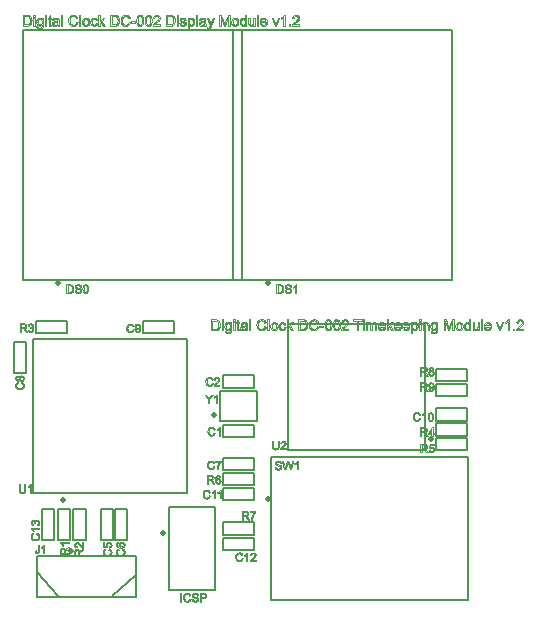
<source format=gto>
%FSLAX33Y33*%
%MOMM*%
%ADD10C,0.15*%
%ADD11C,0.1*%
%ADD12C,0.5*%
%ADD13C,0.5*%
%ADD14C,0.5*%
%ADD15C,0.5*%
D10*
%LNtop silkscreen_traces*%
%LNtop silkscreen component b91ffdef01e00872*%
G01*
X41715Y13644D02*
X41715Y14694D01*
X44335Y14694*
X44335Y13644*
X41715Y13644*
D11*
X40528Y13774D02*
X40528Y13774D01*
X40529Y13774*
X40639Y13774*
X40639Y13774*
X40656Y13774*
X40656Y13774*
X40670Y13774*
X40670Y13774*
X40682Y13772*
X40682Y13772*
X40692Y13771*
X40692Y13771*
X40703Y13768*
X40703Y13768*
X40713Y13763*
X40713Y13763*
X40724Y13758*
X40724Y13758*
X40735Y13752*
X40735Y13752*
X40746Y13744*
X40746Y13744*
X40758Y13733*
X40758Y13733*
X40770Y13720*
X40770Y13720*
X40783Y13704*
X40783Y13704*
X40797Y13685*
X40797Y13685*
X40814Y13662*
X40814Y13662*
X40832Y13636*
X40832Y13636*
X40852Y13605*
X40852Y13605*
X40946Y13457*
X41064Y13457*
X40940Y13651*
X40921Y13678*
X40902Y13703*
X40882Y13725*
X40861Y13746*
X40851Y13754*
X40838Y13763*
X40822Y13772*
X40804Y13781*
X40804Y13782*
X40853Y13792*
X40894Y13806*
X40929Y13825*
X40957Y13848*
X40978Y13876*
X40994Y13907*
X41003Y13940*
X41006Y13977*
X41004Y14005*
X40998Y14033*
X40989Y14059*
X40976Y14084*
X40960Y14107*
X40941Y14125*
X40920Y14141*
X40897Y14152*
X40869Y14160*
X40836Y14167*
X40796Y14170*
X40751Y14171*
X40435Y14171*
X40435Y13457*
X40528Y13457*
X40528Y13774*
X40529Y13856D02*
X40529Y13856D01*
X40732Y13856*
X40763Y13857*
X40790Y13859*
X40814Y13863*
X40834Y13869*
X40851Y13877*
X40866Y13887*
X40879Y13899*
X40890Y13912*
X40898Y13927*
X40904Y13943*
X40908Y13960*
X40909Y13977*
X40906Y14001*
X40899Y14023*
X40888Y14043*
X40872Y14060*
X40851Y14074*
X40824Y14085*
X40793Y14091*
X40755Y14093*
X40529Y14093*
X40529Y13856*
X41405Y13450D02*
X41405Y13450D01*
X41455Y13466*
X41499Y13493*
X41537Y13531*
X41561Y13568*
X41579Y13608*
X41590Y13652*
X41593Y13699*
X41589Y13747*
X41577Y13791*
X41557Y13831*
X41529Y13865*
X41495Y13894*
X41457Y13914*
X41416Y13926*
X41371Y13930*
X41336Y13927*
X41302Y13919*
X41269Y13905*
X41236Y13885*
X41235Y13885*
X41274Y14078*
X41274Y14079*
X41560Y14079*
X41560Y14162*
X41205Y14162*
X41135Y13795*
X41217Y13784*
X41228Y13799*
X41228Y13799*
X41240Y13812*
X41240Y13812*
X41255Y13824*
X41255Y13824*
X41271Y13834*
X41271Y13834*
X41288Y13843*
X41288Y13843*
X41307Y13849*
X41307Y13849*
X41327Y13852*
X41327Y13852*
X41348Y13854*
X41348Y13853*
X41380Y13851*
X41380Y13851*
X41410Y13843*
X41410Y13843*
X41436Y13829*
X41436Y13829*
X41459Y13810*
X41459Y13810*
X41477Y13786*
X41477Y13786*
X41490Y13758*
X41490Y13758*
X41498Y13727*
X41498Y13727*
X41501Y13691*
X41501Y13691*
X41498Y13653*
X41498Y13653*
X41490Y13619*
X41490Y13619*
X41476Y13590*
X41476Y13590*
X41457Y13564*
X41457Y13564*
X41434Y13543*
X41434Y13543*
X41408Y13528*
X41408Y13528*
X41380Y13519*
X41380Y13519*
X41349Y13516*
X41349Y13516*
X41324Y13518*
X41324Y13518*
X41300Y13524*
X41300Y13524*
X41278Y13535*
X41278Y13535*
X41259Y13550*
X41259Y13550*
X41242Y13569*
X41242Y13569*
X41228Y13592*
X41228Y13592*
X41218Y13620*
X41218Y13620*
X41211Y13651*
X41120Y13643*
X41127Y13601*
X41142Y13562*
X41163Y13528*
X41190Y13499*
X41223Y13475*
X41261Y13458*
X41303Y13448*
X41349Y13444*
X41405Y13450*
%LNtop silkscreen component 84cf0bd8b20b0987*%
D10*
X5995Y22773D02*
X7045Y22773D01*
X7045Y20152*
X5995Y20152*
X5995Y22773*
D11*
X6858Y19165D02*
X6858Y19165D01*
X6846Y19215*
X6827Y19260*
X6801Y19301*
X6766Y19336*
X6726Y19366*
X6678Y19390*
X6623Y19407*
X6600Y19314*
X6642Y19302*
X6642Y19302*
X6678Y19285*
X6679Y19285*
X6710Y19264*
X6710Y19264*
X6736Y19239*
X6736Y19239*
X6756Y19210*
X6756Y19210*
X6770Y19178*
X6770Y19178*
X6779Y19142*
X6779Y19142*
X6782Y19104*
X6782Y19104*
X6780Y19072*
X6780Y19072*
X6773Y19041*
X6773Y19041*
X6763Y19011*
X6763Y19011*
X6748Y18982*
X6748Y18982*
X6729Y18956*
X6729Y18956*
X6706Y18933*
X6705Y18933*
X6678Y18914*
X6678Y18914*
X6646Y18899*
X6646Y18899*
X6610Y18887*
X6610Y18887*
X6572Y18879*
X6572Y18879*
X6530Y18874*
X6530Y18874*
X6486Y18872*
X6486Y18872*
X6451Y18874*
X6451Y18874*
X6416Y18878*
X6416Y18878*
X6382Y18885*
X6382Y18885*
X6349Y18895*
X6349Y18895*
X6317Y18908*
X6317Y18908*
X6289Y18926*
X6289Y18926*
X6264Y18947*
X6264Y18947*
X6242Y18973*
X6242Y18973*
X6225Y19002*
X6225Y19002*
X6212Y19035*
X6212Y19035*
X6205Y19072*
X6205Y19072*
X6203Y19111*
X6203Y19111*
X6205Y19146*
X6205Y19146*
X6211Y19177*
X6211Y19177*
X6223Y19205*
X6223Y19205*
X6238Y19231*
X6238Y19231*
X6259Y19253*
X6259Y19253*
X6285Y19273*
X6285Y19273*
X6316Y19289*
X6316Y19289*
X6352Y19303*
X6330Y19395*
X6284Y19378*
X6243Y19356*
X6207Y19327*
X6177Y19294*
X6153Y19255*
X6136Y19212*
X6126Y19165*
X6122Y19113*
X6125Y19067*
X6133Y19023*
X6147Y18980*
X6166Y18940*
X6190Y18903*
X6219Y18870*
X6253Y18842*
X6292Y18818*
X6335Y18800*
X6382Y18786*
X6433Y18778*
X6487Y18776*
X6537Y18778*
X6586Y18785*
X6633Y18797*
X6678Y18814*
X6720Y18835*
X6757Y18860*
X6789Y18890*
X6815Y18924*
X6835Y18963*
X6850Y19007*
X6859Y19057*
X6862Y19112*
X6858Y19165*
X6858Y19774D02*
X6858Y19774D01*
X6846Y19820*
X6827Y19860*
X6799Y19895*
X6766Y19923*
X6730Y19943*
X6689Y19955*
X6645Y19959*
X6613Y19957*
X6584Y19951*
X6556Y19940*
X6531Y19925*
X6509Y19906*
X6490Y19883*
X6475Y19856*
X6462Y19825*
X6461Y19825*
X6450Y19850*
X6437Y19871*
X6422Y19889*
X6405Y19904*
X6385Y19915*
X6365Y19924*
X6342Y19928*
X6318Y19930*
X6281Y19926*
X6246Y19916*
X6215Y19898*
X6186Y19873*
X6162Y19842*
X6145Y19807*
X6135Y19767*
X6132Y19723*
X6135Y19678*
X6145Y19639*
X6162Y19604*
X6185Y19573*
X6213Y19549*
X6244Y19531*
X6278Y19521*
X6316Y19517*
X6341Y19519*
X6364Y19524*
X6385Y19532*
X6404Y19544*
X6422Y19559*
X6437Y19577*
X6450Y19599*
X6461Y19625*
X6462Y19625*
X6473Y19594*
X6487Y19567*
X6505Y19544*
X6526Y19524*
X6551Y19509*
X6579Y19498*
X6610Y19491*
X6643Y19489*
X6688Y19493*
X6729Y19505*
X6766Y19525*
X6799Y19553*
X6826Y19588*
X6846Y19628*
X6858Y19674*
X6862Y19724*
X6858Y19774*
X6313Y19607D02*
X6313Y19607D01*
X6337Y19609*
X6359Y19615*
X6379Y19625*
X6396Y19640*
X6410Y19657*
X6420Y19677*
X6426Y19700*
X6428Y19725*
X6426Y19749*
X6420Y19771*
X6410Y19790*
X6396Y19808*
X6379Y19822*
X6361Y19832*
X6340Y19838*
X6318Y19840*
X6295Y19838*
X6273Y19832*
X6254Y19821*
X6236Y19807*
X6222Y19789*
X6212Y19769*
X6206Y19747*
X6204Y19724*
X6206Y19699*
X6212Y19678*
X6222Y19658*
X6236Y19640*
X6253Y19626*
X6271Y19615*
X6291Y19609*
X6313Y19607*
X6643Y19579D02*
X6643Y19579D01*
X6662Y19580*
X6680Y19583*
X6698Y19589*
X6716Y19596*
X6733Y19606*
X6747Y19618*
X6760Y19633*
X6771Y19649*
X6779Y19667*
X6785Y19686*
X6789Y19705*
X6790Y19725*
X6787Y19755*
X6780Y19782*
X6767Y19807*
X6749Y19829*
X6728Y19847*
X6703Y19860*
X6676Y19867*
X6646Y19870*
X6616Y19867*
X6588Y19859*
X6564Y19846*
X6541Y19828*
X6523Y19805*
X6510Y19780*
X6502Y19752*
X6500Y19722*
X6502Y19692*
X6510Y19665*
X6523Y19641*
X6541Y19619*
X6563Y19601*
X6587Y19589*
X6614Y19581*
X6643Y19579*
%LNtop silkscreen component ec25ffb4a5f22221*%
D10*
X23730Y5173D02*
X23730Y6223D01*
X26351Y6223*
X26351Y5173*
X23730Y5173*
D11*
X25137Y4242D02*
X25137Y4242D01*
X25187Y4254*
X25232Y4273*
X25273Y4299*
X25308Y4334*
X25338Y4374*
X25362Y4422*
X25379Y4477*
X25286Y4500*
X25274Y4458*
X25274Y4458*
X25257Y4422*
X25257Y4421*
X25236Y4390*
X25236Y4390*
X25211Y4364*
X25211Y4364*
X25182Y4344*
X25182Y4344*
X25149Y4330*
X25149Y4330*
X25114Y4321*
X25114Y4321*
X25076Y4318*
X25076Y4318*
X25044Y4320*
X25044Y4320*
X25013Y4327*
X25013Y4327*
X24983Y4337*
X24983Y4337*
X24954Y4352*
X24954Y4352*
X24928Y4371*
X24928Y4371*
X24905Y4394*
X24905Y4395*
X24886Y4422*
X24886Y4422*
X24871Y4454*
X24871Y4454*
X24859Y4490*
X24859Y4490*
X24851Y4528*
X24851Y4528*
X24846Y4570*
X24846Y4570*
X24844Y4614*
X24844Y4614*
X24846Y4649*
X24846Y4649*
X24850Y4684*
X24850Y4684*
X24857Y4718*
X24857Y4718*
X24867Y4751*
X24867Y4751*
X24880Y4783*
X24880Y4783*
X24898Y4811*
X24898Y4811*
X24919Y4836*
X24919Y4836*
X24945Y4858*
X24945Y4858*
X24974Y4875*
X24974Y4875*
X25007Y4888*
X25007Y4888*
X25043Y4895*
X25044Y4895*
X25083Y4897*
X25083Y4897*
X25118Y4895*
X25118Y4895*
X25149Y4889*
X25149Y4889*
X25177Y4877*
X25177Y4877*
X25203Y4862*
X25203Y4862*
X25225Y4841*
X25225Y4841*
X25244Y4815*
X25244Y4815*
X25261Y4784*
X25261Y4784*
X25275Y4748*
X25367Y4770*
X25350Y4816*
X25327Y4857*
X25299Y4893*
X25265Y4923*
X25227Y4947*
X25184Y4964*
X25137Y4974*
X25085Y4978*
X25039Y4975*
X24994Y4967*
X24952Y4953*
X24912Y4934*
X24875Y4910*
X24842Y4881*
X24814Y4847*
X24790Y4808*
X24772Y4765*
X24758Y4718*
X24750Y4667*
X24748Y4613*
X24750Y4563*
X24757Y4514*
X24769Y4467*
X24786Y4422*
X24807Y4380*
X24832Y4343*
X24862Y4311*
X24896Y4285*
X24935Y4265*
X24979Y4250*
X25029Y4241*
X25084Y4238*
X25137Y4242*
X25792Y4968D02*
X25792Y4968D01*
X25736Y4968*
X25722Y4945*
X25722Y4945*
X25705Y4921*
X25705Y4921*
X25683Y4897*
X25683Y4897*
X25658Y4873*
X25658Y4873*
X25629Y4849*
X25629Y4849*
X25598Y4827*
X25598Y4827*
X25564Y4807*
X25564Y4807*
X25529Y4789*
X25529Y4705*
X25549Y4713*
X25572Y4723*
X25596Y4736*
X25621Y4750*
X25645Y4765*
X25667Y4780*
X25687Y4795*
X25704Y4811*
X25705Y4810*
X25705Y4251*
X25792Y4251*
X25792Y4968*
X26479Y4334D02*
X26479Y4334D01*
X26128Y4334*
X26127Y4334*
X26135Y4347*
X26135Y4347*
X26144Y4359*
X26144Y4359*
X26154Y4371*
X26154Y4371*
X26165Y4382*
X26165Y4382*
X26180Y4397*
X26180Y4397*
X26201Y4417*
X26201Y4417*
X26230Y4442*
X26230Y4442*
X26266Y4473*
X26310Y4510*
X26348Y4544*
X26378Y4573*
X26402Y4598*
X26421Y4621*
X26437Y4643*
X26450Y4665*
X26460Y4686*
X26468Y4707*
X26473Y4728*
X26477Y4749*
X26478Y4770*
X26474Y4810*
X26463Y4847*
X26444Y4881*
X26418Y4911*
X26385Y4936*
X26347Y4954*
X26304Y4965*
X26255Y4968*
X26207Y4965*
X26164Y4955*
X26126Y4939*
X26093Y4915*
X26066Y4886*
X26045Y4851*
X26031Y4809*
X26023Y4762*
X26112Y4753*
X26115Y4784*
X26115Y4784*
X26122Y4813*
X26122Y4813*
X26134Y4837*
X26134Y4837*
X26151Y4858*
X26151Y4858*
X26172Y4875*
X26172Y4875*
X26196Y4887*
X26196Y4887*
X26223Y4894*
X26223Y4894*
X26253Y4897*
X26253Y4897*
X26282Y4894*
X26282Y4894*
X26308Y4888*
X26308Y4887*
X26331Y4876*
X26331Y4876*
X26351Y4860*
X26351Y4860*
X26367Y4841*
X26367Y4841*
X26379Y4820*
X26379Y4820*
X26386Y4797*
X26386Y4797*
X26388Y4772*
X26388Y4772*
X26386Y4747*
X26386Y4747*
X26378Y4720*
X26378Y4720*
X26365Y4694*
X26365Y4694*
X26347Y4666*
X26347Y4666*
X26322Y4635*
X26322Y4635*
X26287Y4600*
X26287Y4600*
X26243Y4560*
X26243Y4560*
X26189Y4514*
X26189Y4514*
X26154Y4484*
X26123Y4456*
X26097Y4430*
X26075Y4406*
X26056Y4382*
X26040Y4359*
X26027Y4335*
X26017Y4311*
X26012Y4296*
X26009Y4281*
X26007Y4266*
X26007Y4251*
X26479Y4251*
X26479Y4334*
%LNtop silkscreen component ddd6a926bc8c1dc3*%
D10*
X12110Y6040D02*
X11060Y6040D01*
X11060Y8660*
X12110Y8660*
X12110Y6040*
D11*
X11532Y4798D02*
X11532Y4798D01*
X11532Y4799*
X11532Y4909*
X11532Y4909*
X11532Y4926*
X11532Y4926*
X11532Y4940*
X11532Y4940*
X11534Y4952*
X11534Y4952*
X11535Y4962*
X11535Y4962*
X11538Y4973*
X11538Y4973*
X11543Y4983*
X11543Y4983*
X11548Y4994*
X11548Y4994*
X11554Y5005*
X11554Y5005*
X11562Y5016*
X11562Y5016*
X11573Y5028*
X11573Y5028*
X11586Y5040*
X11586Y5040*
X11602Y5053*
X11602Y5053*
X11621Y5067*
X11621Y5067*
X11644Y5084*
X11644Y5084*
X11670Y5102*
X11670Y5102*
X11701Y5122*
X11701Y5122*
X11849Y5216*
X11849Y5334*
X11655Y5210*
X11628Y5191*
X11603Y5172*
X11581Y5152*
X11560Y5131*
X11552Y5121*
X11543Y5108*
X11534Y5092*
X11525Y5074*
X11524Y5074*
X11514Y5123*
X11500Y5164*
X11481Y5199*
X11458Y5227*
X11430Y5248*
X11399Y5264*
X11366Y5273*
X11329Y5276*
X11301Y5274*
X11273Y5268*
X11247Y5259*
X11222Y5246*
X11199Y5230*
X11181Y5211*
X11165Y5190*
X11154Y5167*
X11146Y5139*
X11140Y5106*
X11136Y5066*
X11135Y5021*
X11135Y4705*
X11849Y4705*
X11849Y4798*
X11532Y4798*
X11450Y4799D02*
X11450Y4799D01*
X11450Y5002*
X11449Y5033*
X11447Y5060*
X11443Y5084*
X11437Y5104*
X11429Y5121*
X11419Y5136*
X11407Y5149*
X11394Y5160*
X11379Y5168*
X11363Y5174*
X11347Y5178*
X11329Y5179*
X11305Y5176*
X11283Y5169*
X11263Y5158*
X11246Y5142*
X11232Y5121*
X11221Y5094*
X11215Y5063*
X11213Y5025*
X11213Y4799*
X11450Y4799*
X11766Y5851D02*
X11766Y5851D01*
X11766Y5500*
X11766Y5499*
X11753Y5507*
X11753Y5507*
X11741Y5516*
X11741Y5516*
X11729Y5526*
X11729Y5526*
X11718Y5537*
X11718Y5537*
X11703Y5552*
X11703Y5552*
X11683Y5573*
X11683Y5573*
X11658Y5602*
X11658Y5602*
X11627Y5638*
X11590Y5682*
X11556Y5720*
X11527Y5750*
X11502Y5774*
X11479Y5793*
X11457Y5809*
X11435Y5822*
X11414Y5832*
X11393Y5840*
X11372Y5845*
X11351Y5848*
X11330Y5850*
X11290Y5846*
X11253Y5835*
X11219Y5816*
X11189Y5790*
X11164Y5757*
X11146Y5719*
X11135Y5676*
X11132Y5627*
X11135Y5579*
X11145Y5535*
X11161Y5497*
X11185Y5465*
X11214Y5438*
X11249Y5417*
X11291Y5403*
X11338Y5395*
X11347Y5484*
X11316Y5487*
X11316Y5487*
X11287Y5494*
X11287Y5494*
X11263Y5506*
X11263Y5506*
X11242Y5523*
X11242Y5523*
X11225Y5544*
X11225Y5544*
X11213Y5568*
X11213Y5568*
X11206Y5595*
X11206Y5595*
X11203Y5625*
X11203Y5625*
X11206Y5654*
X11206Y5654*
X11212Y5680*
X11213Y5680*
X11224Y5703*
X11224Y5703*
X11240Y5723*
X11240Y5723*
X11259Y5739*
X11259Y5739*
X11280Y5751*
X11280Y5751*
X11303Y5758*
X11303Y5758*
X11328Y5760*
X11328Y5760*
X11353Y5758*
X11353Y5758*
X11380Y5750*
X11380Y5750*
X11406Y5737*
X11406Y5737*
X11434Y5719*
X11434Y5719*
X11465Y5694*
X11465Y5694*
X11500Y5659*
X11500Y5659*
X11540Y5615*
X11540Y5615*
X11586Y5561*
X11586Y5561*
X11616Y5526*
X11644Y5495*
X11670Y5469*
X11694Y5446*
X11718Y5428*
X11741Y5412*
X11765Y5399*
X11789Y5389*
X11804Y5384*
X11819Y5381*
X11834Y5379*
X11849Y5378*
X11849Y5851*
X11766Y5851*
%LNtop silkscreen component fce28939f63c5dc8*%
D10*
X10548Y24600D02*
X10548Y23550D01*
X7927Y23550*
X7927Y24600*
X10548Y24600*
D11*
X6598Y23968D02*
X6598Y23968D01*
X6599Y23968*
X6709Y23968*
X6709Y23968*
X6726Y23968*
X6726Y23968*
X6740Y23968*
X6740Y23968*
X6752Y23966*
X6752Y23966*
X6762Y23965*
X6762Y23965*
X6773Y23962*
X6773Y23962*
X6783Y23957*
X6783Y23957*
X6794Y23952*
X6794Y23952*
X6805Y23946*
X6805Y23946*
X6816Y23938*
X6816Y23938*
X6828Y23927*
X6828Y23927*
X6840Y23914*
X6840Y23914*
X6853Y23898*
X6853Y23898*
X6867Y23879*
X6867Y23879*
X6884Y23856*
X6884Y23856*
X6902Y23830*
X6902Y23830*
X6922Y23799*
X6922Y23799*
X7016Y23651*
X7134Y23651*
X7010Y23845*
X6991Y23872*
X6972Y23897*
X6952Y23919*
X6931Y23940*
X6921Y23948*
X6908Y23957*
X6892Y23966*
X6874Y23975*
X6874Y23976*
X6923Y23986*
X6964Y24000*
X6999Y24019*
X7027Y24042*
X7048Y24070*
X7064Y24101*
X7073Y24134*
X7076Y24171*
X7074Y24199*
X7068Y24227*
X7059Y24253*
X7046Y24278*
X7030Y24301*
X7011Y24319*
X6990Y24335*
X6967Y24346*
X6939Y24354*
X6906Y24360*
X6866Y24364*
X6821Y24365*
X6505Y24365*
X6505Y23651*
X6598Y23651*
X6598Y23968*
X6599Y24050D02*
X6599Y24050D01*
X6802Y24050*
X6833Y24051*
X6860Y24053*
X6884Y24057*
X6904Y24063*
X6921Y24071*
X6936Y24081*
X6949Y24093*
X6960Y24106*
X6968Y24121*
X6974Y24137*
X6978Y24153*
X6979Y24171*
X6976Y24195*
X6969Y24217*
X6958Y24237*
X6942Y24254*
X6921Y24268*
X6894Y24279*
X6863Y24285*
X6825Y24287*
X6599Y24287*
X6599Y24050*
X7467Y23642D02*
X7467Y23642D01*
X7512Y23654*
X7553Y23674*
X7590Y23703*
X7620Y23737*
X7641Y23775*
X7654Y23816*
X7658Y23861*
X7656Y23895*
X7649Y23925*
X7638Y23952*
X7623Y23977*
X7604Y23998*
X7581Y24015*
X7554Y24028*
X7524Y24037*
X7524Y24038*
X7547Y24050*
X7567Y24064*
X7584Y24081*
X7598Y24099*
X7609Y24118*
X7617Y24139*
X7621Y24160*
X7623Y24183*
X7621Y24207*
X7616Y24230*
X7608Y24253*
X7597Y24275*
X7582Y24295*
X7565Y24314*
X7545Y24329*
X7521Y24343*
X7496Y24354*
X7470Y24362*
X7442Y24367*
X7414Y24368*
X7373Y24365*
X7336Y24356*
X7302Y24341*
X7272Y24320*
X7246Y24293*
X7225Y24261*
X7210Y24225*
X7199Y24184*
X7286Y24168*
X7292Y24198*
X7292Y24198*
X7302Y24224*
X7302Y24224*
X7314Y24246*
X7314Y24246*
X7330Y24265*
X7330Y24265*
X7348Y24279*
X7348Y24279*
X7369Y24289*
X7369Y24289*
X7391Y24295*
X7391Y24295*
X7416Y24297*
X7416Y24297*
X7440Y24295*
X7441Y24295*
X7463Y24289*
X7463Y24289*
X7483Y24279*
X7483Y24279*
X7501Y24265*
X7501Y24265*
X7515Y24248*
X7515Y24248*
X7525Y24229*
X7525Y24229*
X7531Y24208*
X7531Y24208*
X7533Y24185*
X7533Y24185*
X7531Y24156*
X7531Y24156*
X7522Y24131*
X7522Y24131*
X7508Y24111*
X7508Y24111*
X7488Y24094*
X7488Y24094*
X7465Y24081*
X7465Y24081*
X7440Y24072*
X7440Y24072*
X7414Y24066*
X7414Y24066*
X7387Y24065*
X7387Y24065*
X7384Y24065*
X7384Y24065*
X7381Y24065*
X7381Y24065*
X7377Y24065*
X7377Y24065*
X7373Y24065*
X7364Y23990*
X7381Y23994*
X7381Y23994*
X7397Y23997*
X7397Y23997*
X7412Y23999*
X7412Y23999*
X7425Y23999*
X7425Y23999*
X7454Y23997*
X7454Y23997*
X7481Y23989*
X7481Y23989*
X7505Y23977*
X7505Y23977*
X7526Y23960*
X7526Y23960*
X7543Y23939*
X7543Y23939*
X7556Y23915*
X7556Y23915*
X7563Y23889*
X7563Y23888*
X7566Y23859*
X7566Y23859*
X7563Y23829*
X7563Y23829*
X7555Y23801*
X7555Y23801*
X7542Y23776*
X7542Y23775*
X7523Y23753*
X7523Y23753*
X7500Y23734*
X7500Y23734*
X7475Y23720*
X7475Y23720*
X7448Y23712*
X7448Y23712*
X7418Y23710*
X7418Y23710*
X7392Y23712*
X7392Y23712*
X7369Y23718*
X7369Y23718*
X7348Y23728*
X7348Y23728*
X7329Y23743*
X7329Y23743*
X7312Y23762*
X7312Y23762*
X7298Y23786*
X7298Y23786*
X7286Y23816*
X7286Y23816*
X7277Y23850*
X7190Y23839*
X7198Y23796*
X7212Y23758*
X7233Y23724*
X7261Y23694*
X7294Y23669*
X7331Y23652*
X7372Y23641*
X7417Y23638*
X7467Y23642*
%LNtop silkscreen component 8c92817f578251b9*%
D10*
X14422Y6040D02*
X13372Y6040D01*
X13372Y8660*
X14422Y8660*
X14422Y6040*
D11*
X14275Y5065D02*
X14275Y5065D01*
X14263Y5115*
X14244Y5160*
X14217Y5201*
X14183Y5236*
X14142Y5266*
X14094Y5290*
X14040Y5307*
X14016Y5214*
X14058Y5202*
X14058Y5202*
X14095Y5185*
X14095Y5185*
X14127Y5164*
X14127Y5164*
X14152Y5139*
X14152Y5139*
X14172Y5110*
X14173Y5110*
X14187Y5078*
X14187Y5078*
X14196Y5042*
X14196Y5042*
X14198Y5004*
X14198Y5004*
X14196Y4972*
X14196Y4972*
X14190Y4941*
X14190Y4941*
X14179Y4911*
X14179Y4911*
X14165Y4882*
X14165Y4882*
X14146Y4856*
X14146Y4856*
X14122Y4833*
X14122Y4833*
X14095Y4814*
X14095Y4814*
X14063Y4799*
X14063Y4799*
X14027Y4787*
X14027Y4787*
X13989Y4779*
X13989Y4779*
X13947Y4774*
X13947Y4774*
X13903Y4772*
X13903Y4772*
X13868Y4774*
X13868Y4774*
X13833Y4778*
X13833Y4778*
X13799Y4785*
X13799Y4785*
X13765Y4795*
X13765Y4795*
X13734Y4808*
X13734Y4808*
X13705Y4826*
X13705Y4826*
X13680Y4847*
X13680Y4847*
X13659Y4873*
X13659Y4873*
X13642Y4902*
X13642Y4902*
X13629Y4935*
X13629Y4935*
X13622Y4972*
X13622Y4972*
X13619Y5011*
X13619Y5011*
X13621Y5046*
X13621Y5046*
X13628Y5077*
X13628Y5077*
X13639Y5105*
X13639Y5105*
X13655Y5131*
X13655Y5131*
X13676Y5153*
X13676Y5153*
X13701Y5173*
X13701Y5173*
X13733Y5189*
X13733Y5189*
X13769Y5203*
X13747Y5295*
X13701Y5278*
X13659Y5256*
X13624Y5227*
X13594Y5194*
X13570Y5155*
X13553Y5112*
X13543Y5065*
X13539Y5013*
X13542Y4967*
X13550Y4923*
X13563Y4880*
X13582Y4840*
X13606Y4803*
X13635Y4770*
X13670Y4742*
X13709Y4718*
X13752Y4700*
X13799Y4686*
X13849Y4678*
X13903Y4676*
X13954Y4678*
X14003Y4685*
X14050Y4697*
X14095Y4714*
X14137Y4735*
X14174Y4760*
X14205Y4790*
X14231Y4824*
X14252Y4863*
X14267Y4907*
X14275Y4957*
X14278Y5012*
X14275Y5065*
X14273Y5675D02*
X14273Y5675D01*
X14257Y5725*
X14230Y5769*
X14192Y5807*
X14155Y5831*
X14114Y5849*
X14071Y5860*
X14024Y5863*
X13975Y5859*
X13931Y5847*
X13892Y5827*
X13857Y5799*
X13829Y5765*
X13809Y5727*
X13797Y5686*
X13793Y5641*
X13795Y5606*
X13804Y5572*
X13818Y5539*
X13838Y5506*
X13837Y5505*
X13644Y5544*
X13644Y5544*
X13644Y5830*
X13561Y5830*
X13561Y5475*
X13928Y5405*
X13939Y5487*
X13924Y5498*
X13924Y5498*
X13911Y5510*
X13911Y5510*
X13899Y5525*
X13899Y5525*
X13889Y5541*
X13889Y5541*
X13880Y5558*
X13880Y5558*
X13874Y5577*
X13874Y5577*
X13870Y5597*
X13870Y5597*
X13869Y5618*
X13869Y5618*
X13872Y5650*
X13872Y5650*
X13880Y5680*
X13880Y5680*
X13894Y5706*
X13894Y5706*
X13913Y5729*
X13913Y5729*
X13937Y5747*
X13937Y5747*
X13964Y5760*
X13964Y5760*
X13996Y5768*
X13996Y5768*
X14032Y5771*
X14032Y5771*
X14070Y5768*
X14070Y5768*
X14103Y5760*
X14103Y5760*
X14133Y5746*
X14133Y5746*
X14159Y5727*
X14159Y5727*
X14180Y5704*
X14180Y5704*
X14195Y5678*
X14195Y5678*
X14204Y5650*
X14204Y5650*
X14207Y5619*
X14207Y5619*
X14205Y5594*
X14205Y5594*
X14199Y5570*
X14199Y5570*
X14188Y5548*
X14188Y5548*
X14173Y5529*
X14173Y5529*
X14154Y5512*
X14154Y5512*
X14131Y5498*
X14131Y5498*
X14103Y5488*
X14103Y5488*
X14072Y5481*
X14080Y5390*
X14122Y5397*
X14160Y5412*
X14194Y5433*
X14224Y5460*
X14248Y5493*
X14265Y5531*
X14275Y5573*
X14278Y5619*
X14273Y5675*
%LNtop silkscreen component b727e9ed986f8142*%
D10*
X23445Y16075D02*
X23445Y18625D01*
X26595Y18625*
X26595Y16075*
X23445Y16075*
D11*
X22548Y17928D02*
X22548Y17928D01*
X22548Y17928*
X22833Y18340*
X22724Y18340*
X22586Y18130*
X22563Y18096*
X22543Y18063*
X22524Y18033*
X22507Y18003*
X22507Y18003*
X22489Y18034*
X22472Y18064*
X22453Y18094*
X22434Y18125*
X22293Y18340*
X22179Y18340*
X22454Y17928*
X22454Y17928*
X22454Y17626*
X22548Y17626*
X22548Y17928*
X23214Y18343D02*
X23214Y18343D01*
X23158Y18343*
X23145Y18320*
X23145Y18320*
X23127Y18296*
X23127Y18296*
X23106Y18272*
X23106Y18272*
X23080Y18248*
X23080Y18248*
X23051Y18224*
X23051Y18224*
X23020Y18202*
X23020Y18202*
X22987Y18182*
X22987Y18182*
X22951Y18164*
X22951Y18080*
X22972Y18088*
X22994Y18098*
X23018Y18111*
X23043Y18125*
X23068Y18140*
X23090Y18155*
X23109Y18170*
X23127Y18186*
X23127Y18185*
X23127Y17626*
X23214Y17626*
X23214Y18343*
D12*
X22995Y16650D03*
%LNtop silkscreen component d2a4fe636fd95985*%
D10*
X23730Y6465D02*
X23730Y7515D01*
X26351Y7515*
X26351Y6465*
X23730Y6465*
D11*
X25398Y8068D02*
X25398Y8068D01*
X25399Y8068*
X25509Y8068*
X25509Y8068*
X25526Y8068*
X25526Y8068*
X25540Y8068*
X25540Y8068*
X25552Y8066*
X25552Y8066*
X25562Y8065*
X25562Y8065*
X25573Y8062*
X25573Y8062*
X25583Y8057*
X25583Y8057*
X25594Y8052*
X25594Y8052*
X25605Y8046*
X25605Y8046*
X25616Y8038*
X25616Y8038*
X25628Y8027*
X25628Y8027*
X25640Y8014*
X25640Y8014*
X25653Y7998*
X25653Y7998*
X25667Y7979*
X25667Y7979*
X25684Y7956*
X25684Y7956*
X25702Y7930*
X25702Y7930*
X25722Y7899*
X25722Y7899*
X25816Y7751*
X25934Y7751*
X25810Y7945*
X25791Y7972*
X25772Y7997*
X25752Y8019*
X25731Y8040*
X25721Y8048*
X25708Y8057*
X25692Y8066*
X25674Y8075*
X25674Y8076*
X25723Y8086*
X25764Y8100*
X25799Y8119*
X25827Y8142*
X25848Y8170*
X25864Y8200*
X25873Y8234*
X25876Y8271*
X25874Y8299*
X25868Y8327*
X25859Y8353*
X25846Y8378*
X25830Y8401*
X25811Y8419*
X25790Y8435*
X25767Y8446*
X25739Y8454*
X25706Y8460*
X25666Y8464*
X25621Y8465*
X25305Y8465*
X25305Y7751*
X25398Y7751*
X25398Y8068*
X25399Y8150D02*
X25399Y8150D01*
X25602Y8150*
X25633Y8151*
X25660Y8153*
X25684Y8157*
X25704Y8163*
X25721Y8171*
X25736Y8181*
X25749Y8193*
X25760Y8206*
X25768Y8221*
X25774Y8237*
X25778Y8253*
X25779Y8271*
X25776Y8295*
X25769Y8317*
X25758Y8337*
X25742Y8354*
X25721Y8368*
X25694Y8379*
X25663Y8385*
X25625Y8387*
X25399Y8387*
X25399Y8150*
X26190Y7802D02*
X26190Y7802D01*
X26190Y7802*
X26197Y7853*
X26197Y7853*
X26207Y7901*
X26207Y7901*
X26219Y7947*
X26219Y7947*
X26239Y8010*
X26239Y8010*
X26263Y8073*
X26263Y8073*
X26291Y8134*
X26291Y8134*
X26322Y8195*
X26322Y8195*
X26356Y8252*
X26356Y8252*
X26390Y8304*
X26390Y8304*
X26424Y8349*
X26424Y8349*
X26458Y8388*
X26458Y8456*
X25996Y8456*
X25996Y8373*
X26346Y8373*
X26346Y8372*
X26313Y8331*
X26281Y8287*
X26250Y8238*
X26220Y8185*
X26192Y8129*
X26167Y8071*
X26146Y8013*
X26129Y7954*
X26115Y7896*
X26105Y7843*
X26098Y7794*
X26096Y7751*
X26185Y7751*
X26190Y7802*
%LNtop silkscreen component debbb84a84d15ed6*%
D10*
X19134Y8781D02*
X23066Y8781D01*
X23066Y1799*
X19134Y1799*
X19134Y8781*
D11*
X20196Y1532D02*
X20196Y1532D01*
X20103Y1532*
X20103Y0817*
X20196Y0817*
X20196Y1532*
X20727Y0808D02*
X20727Y0808D01*
X20776Y0820*
X20821Y0839*
X20862Y0866*
X20897Y0900*
X20927Y0941*
X20951Y0989*
X20969Y1043*
X20875Y1067*
X20863Y1025*
X20863Y1025*
X20847Y0988*
X20847Y0988*
X20826Y0956*
X20826Y0956*
X20800Y0931*
X20800Y0931*
X20771Y0910*
X20771Y0910*
X20739Y0896*
X20739Y0896*
X20703Y0887*
X20703Y0887*
X20665Y0885*
X20665Y0885*
X20633Y0887*
X20633Y0887*
X20602Y0893*
X20602Y0893*
X20572Y0904*
X20572Y0904*
X20543Y0918*
X20543Y0918*
X20517Y0937*
X20517Y0937*
X20494Y0961*
X20494Y0961*
X20475Y0988*
X20475Y0988*
X20460Y1020*
X20460Y1020*
X20449Y1056*
X20449Y1056*
X20440Y1094*
X20440Y1094*
X20435Y1136*
X20435Y1136*
X20434Y1180*
X20434Y1180*
X20435Y1215*
X20435Y1215*
X20439Y1250*
X20439Y1250*
X20446Y1284*
X20446Y1284*
X20456Y1318*
X20456Y1318*
X20469Y1349*
X20469Y1349*
X20487Y1378*
X20487Y1378*
X20508Y1402*
X20508Y1403*
X20534Y1424*
X20534Y1424*
X20564Y1441*
X20564Y1441*
X20596Y1454*
X20596Y1454*
X20633Y1461*
X20633Y1461*
X20672Y1464*
X20672Y1464*
X20707Y1461*
X20707Y1461*
X20738Y1455*
X20738Y1455*
X20767Y1444*
X20767Y1444*
X20792Y1428*
X20792Y1428*
X20814Y1407*
X20814Y1407*
X20834Y1382*
X20834Y1382*
X20850Y1350*
X20850Y1350*
X20864Y1314*
X20956Y1336*
X20939Y1382*
X20917Y1423*
X20888Y1459*
X20855Y1489*
X20816Y1513*
X20773Y1530*
X20726Y1540*
X20674Y1544*
X20628Y1541*
X20584Y1533*
X20541Y1519*
X20501Y1501*
X20464Y1476*
X20431Y1447*
X20403Y1413*
X20380Y1374*
X20361Y1331*
X20348Y1284*
X20340Y1234*
X20337Y1179*
X20339Y1129*
X20346Y1080*
X20358Y1033*
X20375Y0988*
X20396Y0946*
X20421Y0909*
X20451Y0878*
X20485Y0852*
X20524Y0831*
X20568Y0816*
X20618Y0807*
X20673Y0805*
X20727Y0808*
X21396Y0806D02*
X21396Y0806D01*
X21432Y0812*
X21465Y0820*
X21497Y0833*
X21525Y0848*
X21551Y0866*
X21572Y0887*
X21590Y0911*
X21605Y0937*
X21615Y0963*
X21621Y0990*
X21623Y1018*
X21621Y1046*
X21616Y1072*
X21606Y1097*
X21593Y1120*
X21576Y1141*
X21555Y1160*
X21530Y1177*
X21501Y1193*
X21475Y1203*
X21440Y1214*
X21396Y1226*
X21343Y1238*
X21343Y1238*
X21291Y1251*
X21291Y1251*
X21249Y1264*
X21249Y1264*
X21219Y1277*
X21219Y1277*
X21200Y1289*
X21200Y1289*
X21188Y1303*
X21188Y1303*
X21179Y1318*
X21179Y1318*
X21174Y1335*
X21174Y1335*
X21172Y1353*
X21172Y1353*
X21174Y1375*
X21174Y1375*
X21182Y1395*
X21182Y1395*
X21194Y1413*
X21194Y1413*
X21211Y1430*
X21211Y1430*
X21234Y1443*
X21234Y1443*
X21262Y1453*
X21263Y1453*
X21297Y1459*
X21297Y1459*
X21337Y1461*
X21337Y1461*
X21376Y1459*
X21376Y1459*
X21409Y1453*
X21410Y1453*
X21438Y1442*
X21438Y1442*
X21462Y1426*
X21462Y1426*
X21481Y1407*
X21481Y1407*
X21496Y1383*
X21496Y1383*
X21506Y1356*
X21506Y1355*
X21512Y1324*
X21602Y1331*
X21598Y1361*
X21592Y1390*
X21581Y1417*
X21566Y1443*
X21548Y1466*
X21527Y1487*
X21502Y1504*
X21473Y1518*
X21442Y1529*
X21408Y1537*
X21372Y1542*
X21333Y1544*
X21298Y1542*
X21264Y1538*
X21232Y1530*
X21202Y1519*
X21174Y1506*
X21150Y1489*
X21129Y1470*
X21112Y1448*
X21099Y1424*
X21089Y1399*
X21083Y1374*
X21082Y1347*
X21083Y1323*
X21088Y1300*
X21096Y1279*
X21107Y1258*
X21121Y1239*
X21138Y1222*
X21159Y1206*
X21183Y1192*
X21206Y1181*
X21237Y1170*
X21275Y1159*
X21321Y1147*
X21366Y1136*
X21366Y1136*
X21402Y1126*
X21402Y1126*
X21430Y1118*
X21430Y1118*
X21448Y1112*
X21448Y1112*
X21469Y1103*
X21469Y1103*
X21487Y1093*
X21487Y1093*
X21502Y1082*
X21502Y1082*
X21513Y1070*
X21513Y1070*
X21522Y1057*
X21522Y1056*
X21528Y1042*
X21528Y1042*
X21532Y1027*
X21532Y1027*
X21533Y1011*
X21533Y1011*
X21531Y0994*
X21531Y0994*
X21528Y0978*
X21528Y0978*
X21521Y0963*
X21521Y0963*
X21512Y0949*
X21512Y0949*
X21501Y0936*
X21501Y0936*
X21487Y0924*
X21487Y0924*
X21470Y0913*
X21470Y0913*
X21450Y0905*
X21450Y0905*
X21429Y0898*
X21429Y0898*
X21406Y0892*
X21406Y0892*
X21381Y0889*
X21381Y0889*
X21355Y0888*
X21354Y0888*
X21325Y0890*
X21325Y0890*
X21296Y0894*
X21296Y0894*
X21270Y0900*
X21270Y0900*
X21244Y0910*
X21244Y0910*
X21222Y0921*
X21222Y0921*
X21202Y0934*
X21202Y0934*
X21185Y0949*
X21185Y0949*
X21172Y0966*
X21172Y0966*
X21162Y0984*
X21162Y0984*
X21153Y1005*
X21153Y1005*
X21147Y1028*
X21147Y1028*
X21143Y1053*
X21054Y1046*
X21057Y1011*
X21065Y0978*
X21077Y0947*
X21093Y0918*
X21114Y0891*
X21138Y0868*
X21165Y0849*
X21196Y0833*
X21231Y0820*
X21270Y0812*
X21312Y0806*
X21359Y0805*
X21396Y0806*
X21847Y1107D02*
X21847Y1107D01*
X21847Y1108*
X22031Y1108*
X22101Y1112*
X22160Y1124*
X22206Y1143*
X22241Y1171*
X22266Y1204*
X22284Y1241*
X22295Y1281*
X22299Y1325*
X22297Y1351*
X22293Y1376*
X22287Y1400*
X22277Y1422*
X22265Y1443*
X22252Y1462*
X22237Y1478*
X22220Y1491*
X22201Y1503*
X22180Y1512*
X22157Y1519*
X22132Y1525*
X22111Y1528*
X22086Y1530*
X22056Y1531*
X22023Y1532*
X21753Y1532*
X21753Y0817*
X21847Y0817*
X21847Y1107*
X21848Y1192D02*
X21848Y1192D01*
X22033Y1192*
X22075Y1194*
X22111Y1200*
X22140Y1211*
X22163Y1226*
X22180Y1245*
X22192Y1267*
X22199Y1293*
X22202Y1322*
X22200Y1344*
X22196Y1364*
X22189Y1382*
X22179Y1399*
X22167Y1414*
X22153Y1426*
X22137Y1435*
X22119Y1441*
X22105Y1444*
X22085Y1446*
X22060Y1447*
X22031Y1448*
X21848Y1448*
X21848Y1192*
D13*
X18640Y6581D03*
%LNtop silkscreen component b94161c78b1874cc*%
D10*
X16335Y3064D02*
X14335Y1264D01*
D11*
X7982Y4919D02*
X7982Y4919D01*
X8010Y4924*
X8037Y4932*
X8062Y4943*
X8083Y4957*
X8102Y4975*
X8118Y4995*
X8130Y5018*
X8140Y5045*
X8146Y5077*
X8150Y5114*
X8152Y5157*
X8152Y5644*
X8058Y5644*
X8058Y5151*
X8058Y5151*
X8058Y5123*
X8058Y5123*
X8056Y5098*
X8056Y5098*
X8053Y5078*
X8053Y5078*
X8048Y5062*
X8048Y5062*
X8042Y5048*
X8042Y5048*
X8034Y5036*
X8034Y5036*
X8025Y5026*
X8024Y5026*
X8013Y5017*
X8012Y5017*
X7999Y5010*
X7999Y5010*
X7984Y5005*
X7984Y5005*
X7968Y5002*
X7968Y5002*
X7951Y5001*
X7951Y5001*
X7928Y5002*
X7928Y5002*
X7907Y5008*
X7907Y5008*
X7890Y5018*
X7890Y5018*
X7875Y5031*
X7875Y5031*
X7862Y5049*
X7862Y5050*
X7853Y5074*
X7853Y5074*
X7847Y5106*
X7847Y5106*
X7844Y5143*
X7759Y5131*
X7762Y5082*
X7770Y5038*
X7786Y5001*
X7807Y4971*
X7835Y4948*
X7868Y4931*
X7907Y4920*
X7951Y4917*
X7982Y4919*
X8602Y5647D02*
X8602Y5647D01*
X8546Y5647*
X8533Y5624*
X8533Y5624*
X8515Y5600*
X8515Y5600*
X8494Y5576*
X8494Y5576*
X8468Y5551*
X8468Y5551*
X8439Y5528*
X8439Y5528*
X8408Y5506*
X8408Y5506*
X8375Y5486*
X8375Y5486*
X8339Y5468*
X8339Y5384*
X8360Y5392*
X8382Y5402*
X8406Y5415*
X8431Y5429*
X8456Y5444*
X8478Y5459*
X8497Y5474*
X8515Y5489*
X8515Y5489*
X8515Y4929*
X8602Y4929*
X8602Y5647*
D10*
X9775Y1304D02*
X7975Y3304D01*
X7934Y1189D02*
X7934Y4689D01*
X16336Y4689*
X16336Y1189*
X7934Y1189*
D12*
X10835Y5114D03*
%LNtop silkscreen component 51ec350bf9d700a2*%
D10*
X23710Y14708D02*
X23710Y15758D01*
X26330Y15758*
X26330Y14708*
X23710Y14708*
D11*
X22790Y14867D02*
X22790Y14867D01*
X22840Y14879*
X22885Y14898*
X22926Y14924*
X22961Y14959*
X22991Y14999*
X23015Y15047*
X23032Y15102*
X22939Y15125*
X22927Y15083*
X22927Y15083*
X22910Y15047*
X22910Y15046*
X22889Y15015*
X22889Y15015*
X22864Y14989*
X22864Y14989*
X22835Y14969*
X22835Y14969*
X22803Y14955*
X22803Y14955*
X22767Y14946*
X22767Y14946*
X22729Y14943*
X22729Y14943*
X22697Y14945*
X22697Y14945*
X22666Y14952*
X22666Y14952*
X22636Y14962*
X22636Y14962*
X22607Y14977*
X22607Y14977*
X22581Y14996*
X22581Y14996*
X22558Y15019*
X22558Y15020*
X22539Y15047*
X22539Y15047*
X22524Y15079*
X22524Y15079*
X22512Y15115*
X22512Y15115*
X22504Y15153*
X22504Y15153*
X22499Y15195*
X22499Y15195*
X22497Y15239*
X22497Y15239*
X22499Y15274*
X22499Y15274*
X22503Y15309*
X22503Y15309*
X22510Y15343*
X22510Y15343*
X22520Y15376*
X22520Y15376*
X22533Y15408*
X22533Y15408*
X22551Y15436*
X22551Y15436*
X22572Y15461*
X22572Y15461*
X22598Y15483*
X22598Y15483*
X22627Y15500*
X22627Y15500*
X22660Y15513*
X22660Y15513*
X22697Y15520*
X22697Y15520*
X22736Y15522*
X22736Y15522*
X22771Y15520*
X22771Y15520*
X22802Y15514*
X22802Y15514*
X22830Y15502*
X22830Y15502*
X22856Y15487*
X22856Y15487*
X22878Y15466*
X22878Y15466*
X22898Y15440*
X22898Y15440*
X22914Y15409*
X22914Y15409*
X22928Y15373*
X23020Y15395*
X23003Y15441*
X22981Y15482*
X22952Y15518*
X22919Y15548*
X22880Y15572*
X22837Y15589*
X22790Y15599*
X22738Y15603*
X22692Y15600*
X22648Y15592*
X22605Y15578*
X22565Y15559*
X22528Y15535*
X22495Y15506*
X22467Y15472*
X22443Y15433*
X22425Y15390*
X22411Y15343*
X22403Y15292*
X22401Y15238*
X22403Y15188*
X22410Y15139*
X22422Y15092*
X22439Y15047*
X22460Y15005*
X22485Y14968*
X22515Y14936*
X22549Y14910*
X22588Y14890*
X22632Y14875*
X22682Y14866*
X22737Y14863*
X22790Y14867*
X23445Y15593D02*
X23445Y15593D01*
X23389Y15593*
X23376Y15570*
X23375Y15570*
X23358Y15546*
X23358Y15546*
X23336Y15522*
X23336Y15522*
X23311Y15498*
X23311Y15498*
X23282Y15474*
X23282Y15474*
X23251Y15452*
X23251Y15452*
X23217Y15432*
X23217Y15432*
X23182Y15414*
X23182Y15330*
X23203Y15338*
X23225Y15348*
X23249Y15361*
X23274Y15375*
X23298Y15390*
X23320Y15405*
X23340Y15420*
X23357Y15436*
X23358Y15435*
X23358Y14876*
X23445Y14876*
X23445Y15593*
%LNtop silkscreen component 1511dc9a44b694e0*%
D10*
X26351Y10438D02*
X26351Y9388D01*
X23730Y9388*
X23730Y10438*
X26351Y10438*
D11*
X22374Y9542D02*
X22374Y9542D01*
X22424Y9554*
X22469Y9573*
X22510Y9599*
X22545Y9634*
X22575Y9674*
X22599Y9722*
X22616Y9777*
X22523Y9800*
X22511Y9758*
X22511Y9758*
X22494Y9722*
X22494Y9721*
X22473Y9690*
X22473Y9690*
X22448Y9664*
X22448Y9664*
X22419Y9644*
X22419Y9644*
X22387Y9630*
X22387Y9630*
X22351Y9621*
X22351Y9621*
X22313Y9618*
X22313Y9618*
X22281Y9620*
X22281Y9620*
X22250Y9627*
X22250Y9627*
X22220Y9637*
X22220Y9637*
X22191Y9652*
X22191Y9652*
X22165Y9671*
X22165Y9671*
X22142Y9694*
X22142Y9695*
X22123Y9722*
X22123Y9722*
X22108Y9754*
X22108Y9754*
X22096Y9790*
X22096Y9790*
X22088Y9828*
X22088Y9828*
X22083Y9870*
X22083Y9870*
X22081Y9914*
X22081Y9914*
X22083Y9949*
X22083Y9949*
X22087Y9984*
X22087Y9984*
X22094Y10018*
X22094Y10018*
X22104Y10051*
X22104Y10051*
X22117Y10083*
X22117Y10083*
X22135Y10111*
X22135Y10111*
X22156Y10136*
X22156Y10136*
X22182Y10158*
X22182Y10158*
X22211Y10175*
X22212Y10175*
X22244Y10188*
X22244Y10188*
X22281Y10195*
X22281Y10195*
X22320Y10197*
X22320Y10197*
X22355Y10195*
X22355Y10195*
X22386Y10189*
X22386Y10189*
X22414Y10177*
X22414Y10177*
X22440Y10162*
X22440Y10162*
X22462Y10141*
X22462Y10141*
X22482Y10115*
X22482Y10115*
X22498Y10084*
X22498Y10084*
X22512Y10048*
X22604Y10070*
X22587Y10116*
X22565Y10157*
X22536Y10193*
X22503Y10223*
X22464Y10247*
X22421Y10264*
X22374Y10274*
X22322Y10278*
X22276Y10275*
X22232Y10267*
X22189Y10253*
X22149Y10234*
X22112Y10210*
X22079Y10181*
X22051Y10147*
X22027Y10108*
X22009Y10065*
X21995Y10018*
X21987Y9967*
X21985Y9913*
X21987Y9863*
X21994Y9814*
X22006Y9767*
X22023Y9722*
X22044Y9680*
X22069Y9643*
X22099Y9611*
X22133Y9585*
X22172Y9565*
X22216Y9550*
X22266Y9541*
X22321Y9538*
X22374Y9542*
X23029Y10268D02*
X23029Y10268D01*
X22973Y10268*
X22960Y10245*
X22960Y10245*
X22942Y10221*
X22942Y10221*
X22920Y10197*
X22920Y10197*
X22895Y10173*
X22895Y10173*
X22866Y10149*
X22866Y10149*
X22835Y10127*
X22835Y10127*
X22802Y10107*
X22802Y10107*
X22766Y10089*
X22766Y10005*
X22787Y10013*
X22809Y10023*
X22833Y10036*
X22858Y10050*
X22882Y10065*
X22904Y10080*
X22924Y10095*
X22941Y10111*
X22942Y10110*
X22942Y9551*
X23029Y9551*
X23029Y10268*
X23511Y10268D02*
X23511Y10268D01*
X23455Y10268*
X23441Y10245*
X23441Y10245*
X23424Y10221*
X23424Y10221*
X23402Y10197*
X23402Y10197*
X23377Y10173*
X23377Y10173*
X23348Y10149*
X23348Y10149*
X23317Y10127*
X23317Y10127*
X23283Y10107*
X23283Y10107*
X23248Y10089*
X23248Y10005*
X23268Y10013*
X23291Y10023*
X23315Y10036*
X23340Y10050*
X23364Y10065*
X23386Y10080*
X23406Y10095*
X23423Y10111*
X23424Y10110*
X23424Y9551*
X23511Y9551*
X23511Y10268*
%LNtop silkscreen component 12e2b8e352b79090*%
D10*
X26330Y19960D02*
X26330Y18910D01*
X23710Y18910*
X23710Y19960*
X26330Y19960*
D11*
X22615Y19092D02*
X22615Y19092D01*
X22665Y19104*
X22710Y19123*
X22751Y19149*
X22786Y19184*
X22816Y19224*
X22840Y19272*
X22857Y19327*
X22764Y19350*
X22752Y19308*
X22752Y19308*
X22735Y19272*
X22735Y19271*
X22714Y19240*
X22714Y19240*
X22689Y19214*
X22689Y19214*
X22660Y19194*
X22660Y19194*
X22628Y19180*
X22628Y19180*
X22592Y19171*
X22592Y19171*
X22554Y19168*
X22554Y19168*
X22522Y19170*
X22522Y19170*
X22491Y19177*
X22491Y19177*
X22461Y19187*
X22461Y19187*
X22432Y19202*
X22432Y19202*
X22406Y19221*
X22406Y19221*
X22383Y19244*
X22383Y19245*
X22364Y19272*
X22364Y19272*
X22349Y19304*
X22349Y19304*
X22337Y19340*
X22337Y19340*
X22329Y19378*
X22329Y19378*
X22324Y19420*
X22324Y19420*
X22322Y19464*
X22322Y19464*
X22324Y19499*
X22324Y19499*
X22328Y19534*
X22328Y19534*
X22335Y19568*
X22335Y19568*
X22345Y19601*
X22345Y19601*
X22358Y19633*
X22358Y19633*
X22376Y19661*
X22376Y19661*
X22397Y19686*
X22397Y19686*
X22423Y19708*
X22423Y19708*
X22452Y19725*
X22452Y19725*
X22485Y19738*
X22485Y19738*
X22522Y19745*
X22522Y19745*
X22561Y19747*
X22561Y19747*
X22596Y19745*
X22596Y19745*
X22627Y19739*
X22627Y19739*
X22655Y19727*
X22655Y19727*
X22681Y19712*
X22681Y19712*
X22703Y19691*
X22703Y19691*
X22723Y19665*
X22723Y19665*
X22739Y19634*
X22739Y19634*
X22753Y19598*
X22845Y19620*
X22828Y19666*
X22806Y19707*
X22777Y19743*
X22744Y19773*
X22705Y19797*
X22662Y19814*
X22615Y19824*
X22563Y19828*
X22517Y19825*
X22473Y19817*
X22430Y19803*
X22390Y19784*
X22353Y19760*
X22320Y19731*
X22292Y19697*
X22268Y19658*
X22250Y19615*
X22236Y19568*
X22228Y19517*
X22226Y19463*
X22228Y19413*
X22235Y19364*
X22247Y19317*
X22264Y19272*
X22285Y19230*
X22310Y19193*
X22340Y19161*
X22374Y19135*
X22413Y19115*
X22457Y19100*
X22507Y19091*
X22562Y19088*
X22615Y19092*
X23401Y19184D02*
X23401Y19184D01*
X23050Y19184*
X23049Y19184*
X23057Y19197*
X23057Y19197*
X23066Y19209*
X23066Y19209*
X23076Y19221*
X23076Y19221*
X23087Y19232*
X23087Y19232*
X23102Y19247*
X23102Y19247*
X23123Y19267*
X23123Y19267*
X23152Y19292*
X23152Y19292*
X23188Y19323*
X23232Y19360*
X23270Y19394*
X23300Y19423*
X23324Y19448*
X23343Y19471*
X23359Y19493*
X23372Y19515*
X23382Y19536*
X23390Y19557*
X23395Y19578*
X23398Y19599*
X23400Y19620*
X23396Y19660*
X23385Y19697*
X23366Y19731*
X23340Y19761*
X23307Y19786*
X23269Y19804*
X23226Y19815*
X23177Y19818*
X23129Y19815*
X23085Y19805*
X23047Y19789*
X23015Y19765*
X22988Y19736*
X22967Y19701*
X22953Y19659*
X22945Y19612*
X23034Y19603*
X23037Y19634*
X23037Y19634*
X23044Y19663*
X23044Y19663*
X23056Y19687*
X23056Y19687*
X23073Y19708*
X23073Y19708*
X23094Y19725*
X23094Y19725*
X23118Y19737*
X23118Y19737*
X23145Y19744*
X23145Y19744*
X23175Y19747*
X23175Y19747*
X23204Y19744*
X23204Y19744*
X23230Y19738*
X23230Y19737*
X23253Y19726*
X23253Y19726*
X23273Y19710*
X23273Y19710*
X23289Y19691*
X23289Y19691*
X23301Y19670*
X23301Y19670*
X23308Y19647*
X23308Y19647*
X23310Y19622*
X23310Y19622*
X23308Y19597*
X23308Y19597*
X23300Y19570*
X23300Y19570*
X23287Y19544*
X23287Y19544*
X23269Y19516*
X23269Y19516*
X23244Y19485*
X23244Y19485*
X23209Y19450*
X23209Y19450*
X23165Y19410*
X23165Y19410*
X23111Y19364*
X23111Y19364*
X23076Y19334*
X23045Y19306*
X23019Y19280*
X22996Y19256*
X22978Y19232*
X22962Y19209*
X22949Y19185*
X22939Y19161*
X22934Y19146*
X22931Y19131*
X22929Y19116*
X22928Y19101*
X23401Y19101*
X23401Y19184*
%LNtop silkscreen component 3ba8622ba2662513*%
D10*
X41715Y18229D02*
X41715Y19279D01*
X44335Y19279*
X44335Y18229*
X41715Y18229*
D11*
X40498Y18968D02*
X40498Y18968D01*
X40499Y18968*
X40609Y18968*
X40609Y18968*
X40626Y18968*
X40626Y18968*
X40640Y18968*
X40640Y18968*
X40652Y18966*
X40652Y18966*
X40662Y18965*
X40662Y18965*
X40673Y18962*
X40673Y18962*
X40683Y18957*
X40683Y18957*
X40694Y18952*
X40694Y18952*
X40705Y18946*
X40705Y18946*
X40716Y18938*
X40716Y18938*
X40728Y18927*
X40728Y18927*
X40740Y18914*
X40740Y18914*
X40753Y18898*
X40753Y18898*
X40767Y18879*
X40767Y18879*
X40784Y18856*
X40784Y18856*
X40802Y18830*
X40802Y18830*
X40822Y18799*
X40822Y18799*
X40916Y18651*
X41034Y18651*
X40910Y18845*
X40891Y18872*
X40872Y18897*
X40852Y18919*
X40831Y18940*
X40821Y18948*
X40808Y18957*
X40792Y18966*
X40774Y18975*
X40774Y18976*
X40823Y18986*
X40864Y19000*
X40899Y19019*
X40927Y19042*
X40948Y19070*
X40964Y19101*
X40973Y19134*
X40976Y19171*
X40974Y19199*
X40968Y19227*
X40959Y19253*
X40946Y19278*
X40930Y19301*
X40911Y19319*
X40890Y19335*
X40867Y19346*
X40839Y19354*
X40806Y19360*
X40766Y19364*
X40721Y19365*
X40405Y19365*
X40405Y18651*
X40498Y18651*
X40498Y18968*
X40499Y19050D02*
X40499Y19050D01*
X40702Y19050*
X40733Y19051*
X40760Y19053*
X40784Y19057*
X40804Y19063*
X40821Y19071*
X40836Y19081*
X40849Y19093*
X40860Y19106*
X40868Y19121*
X40874Y19137*
X40878Y19153*
X40879Y19171*
X40876Y19195*
X40869Y19217*
X40858Y19237*
X40842Y19254*
X40821Y19268*
X40794Y19279*
X40763Y19285*
X40725Y19287*
X40499Y19287*
X40499Y19050*
X41342Y18641D02*
X41342Y18641D01*
X41377Y18649*
X41411Y18662*
X41441Y18681*
X41469Y18704*
X41493Y18733*
X41513Y18766*
X41530Y18804*
X41543Y18848*
X41552Y18899*
X41557Y18957*
X41559Y19023*
X41557Y19085*
X41552Y19139*
X41542Y19185*
X41529Y19224*
X41513Y19257*
X41492Y19285*
X41469Y19310*
X41442Y19331*
X41412Y19347*
X41381Y19359*
X41348Y19366*
X41314Y19368*
X41268Y19364*
X41226Y19352*
X41188Y19331*
X41154Y19302*
X41126Y19266*
X41106Y19225*
X41094Y19179*
X41090Y19127*
X41094Y19077*
X41105Y19032*
X41124Y18992*
X41151Y18957*
X41183Y18929*
X41219Y18909*
X41258Y18897*
X41301Y18893*
X41327Y18895*
X41352Y18900*
X41376Y18908*
X41400Y18919*
X41421Y18933*
X41440Y18949*
X41457Y18967*
X41472Y18988*
X41472Y18987*
X41473Y18981*
X41473Y18981*
X41473Y18977*
X41473Y18977*
X41473Y18973*
X41473Y18973*
X41473Y18969*
X41473Y18969*
X41472Y18942*
X41472Y18942*
X41470Y18915*
X41470Y18915*
X41466Y18888*
X41466Y18888*
X41460Y18862*
X41460Y18862*
X41453Y18837*
X41453Y18837*
X41445Y18814*
X41445Y18814*
X41436Y18795*
X41436Y18795*
X41427Y18778*
X41427Y18778*
X41417Y18763*
X41416Y18763*
X41405Y18750*
X41405Y18750*
X41391Y18738*
X41391Y18738*
X41377Y18728*
X41377Y18728*
X41361Y18720*
X41361Y18720*
X41344Y18714*
X41344Y18714*
X41325Y18711*
X41325Y18711*
X41305Y18710*
X41305Y18710*
X41283Y18711*
X41283Y18711*
X41262Y18716*
X41262Y18716*
X41244Y18725*
X41244Y18725*
X41228Y18737*
X41227Y18737*
X41214Y18752*
X41213Y18752*
X41202Y18772*
X41202Y18772*
X41193Y18795*
X41193Y18795*
X41186Y18823*
X41103Y18815*
X41111Y18776*
X41124Y18741*
X41143Y18710*
X41167Y18685*
X41195Y18664*
X41227Y18650*
X41264Y18641*
X41304Y18638*
X41342Y18641*
X41462Y19131D02*
X41462Y19131D01*
X41460Y19167*
X41452Y19199*
X41440Y19227*
X41422Y19252*
X41401Y19271*
X41378Y19285*
X41352Y19293*
X41325Y19296*
X41297Y19293*
X41270Y19284*
X41246Y19269*
X41223Y19248*
X41204Y19222*
X41190Y19193*
X41182Y19160*
X41179Y19124*
X41182Y19092*
X41190Y19062*
X41203Y19036*
X41221Y19013*
X41243Y18994*
X41267Y18981*
X41293Y18973*
X41323Y18970*
X41352Y18973*
X41378Y18981*
X41402Y18994*
X41423Y19013*
X41440Y19036*
X41452Y19064*
X41460Y19096*
X41462Y19131*
%LNtop silkscreen component e813251b1ef1d0c8*%
D10*
X40860Y24341D02*
X40860Y13639D01*
X29260Y13639*
X29260Y24341*
X40860Y24341*
D11*
X28211Y13692D02*
X28211Y13692D01*
X28255Y13699*
X28295Y13712*
X28329Y13729*
X28358Y13751*
X28383Y13775*
X28402Y13802*
X28417Y13832*
X28427Y13867*
X28435Y13907*
X28440Y13952*
X28441Y14003*
X28441Y14417*
X28347Y14417*
X28347Y14004*
X28347Y14004*
X28345Y13942*
X28345Y13942*
X28336Y13891*
X28336Y13891*
X28322Y13851*
X28322Y13851*
X28303Y13821*
X28303Y13821*
X28277Y13801*
X28277Y13801*
X28243Y13786*
X28243Y13786*
X28202Y13777*
X28202Y13777*
X28154Y13774*
X28154Y13774*
X28124Y13775*
X28124Y13775*
X28097Y13780*
X28097Y13780*
X28072Y13787*
X28072Y13787*
X28050Y13798*
X28050Y13798*
X28030Y13811*
X28030Y13811*
X28014Y13827*
X28014Y13827*
X28000Y13845*
X28000Y13845*
X27990Y13866*
X27990Y13866*
X27983Y13892*
X27983Y13892*
X27977Y13923*
X27977Y13923*
X27974Y13960*
X27974Y13960*
X27973Y14004*
X27973Y14004*
X27973Y14417*
X27879Y14417*
X27879Y14003*
X27881Y13950*
X27886Y13902*
X27894Y13860*
X27906Y13824*
X27922Y13793*
X27943Y13766*
X27968Y13743*
X27998Y13724*
X28032Y13709*
X28070Y13698*
X28114Y13692*
X28162Y13690*
X28211Y13692*
X29025Y13785D02*
X29025Y13785D01*
X28674Y13785*
X28674Y13786*
X28682Y13798*
X28682Y13798*
X28691Y13810*
X28691Y13810*
X28700Y13822*
X28701Y13822*
X28711Y13834*
X28711Y13834*
X28726Y13848*
X28726Y13848*
X28748Y13868*
X28748Y13868*
X28777Y13893*
X28777Y13893*
X28813Y13924*
X28857Y13962*
X28894Y13995*
X28925Y14025*
X28948Y14050*
X28967Y14072*
X28983Y14094*
X28996Y14116*
X29007Y14137*
X29014Y14158*
X29020Y14179*
X29023Y14200*
X29024Y14221*
X29020Y14262*
X29009Y14299*
X28990Y14332*
X28964Y14362*
X28932Y14387*
X28894Y14405*
X28850Y14416*
X28801Y14419*
X28753Y14416*
X28710Y14406*
X28672Y14390*
X28639Y14367*
X28612Y14337*
X28592Y14302*
X28577Y14260*
X28570Y14213*
X28659Y14204*
X28661Y14236*
X28661Y14236*
X28669Y14264*
X28669Y14264*
X28681Y14288*
X28681Y14289*
X28698Y14309*
X28698Y14309*
X28718Y14326*
X28718Y14326*
X28742Y14338*
X28742Y14338*
X28769Y14345*
X28769Y14345*
X28799Y14348*
X28800Y14348*
X28828Y14345*
X28828Y14345*
X28854Y14339*
X28854Y14339*
X28877Y14327*
X28877Y14327*
X28897Y14312*
X28897Y14312*
X28914Y14293*
X28914Y14293*
X28925Y14272*
X28925Y14272*
X28932Y14248*
X28932Y14248*
X28935Y14223*
X28935Y14223*
X28932Y14198*
X28932Y14198*
X28925Y14172*
X28924Y14172*
X28912Y14145*
X28912Y14145*
X28894Y14117*
X28894Y14117*
X28868Y14087*
X28868Y14087*
X28834Y14051*
X28834Y14051*
X28790Y14011*
X28790Y14011*
X28736Y13965*
X28736Y13965*
X28701Y13936*
X28670Y13908*
X28643Y13881*
X28621Y13857*
X28602Y13834*
X28587Y13810*
X28574Y13786*
X28563Y13762*
X28558Y13747*
X28555Y13732*
X28553Y13717*
X28553Y13702*
X29025Y13702*
X29025Y13785*
D14*
X41360Y14545D03*
%LNtop silkscreen component 2d768b8b602cab3a*%
D10*
X15587Y6040D02*
X14537Y6040D01*
X14537Y8660*
X15587Y8660*
X15587Y6040*
D11*
X15387Y5065D02*
X15387Y5065D01*
X15376Y5115*
X15357Y5160*
X15330Y5201*
X15296Y5236*
X15255Y5266*
X15207Y5290*
X15153Y5307*
X15129Y5214*
X15171Y5202*
X15171Y5202*
X15208Y5185*
X15208Y5185*
X15239Y5164*
X15239Y5164*
X15265Y5139*
X15265Y5139*
X15285Y5110*
X15285Y5110*
X15299Y5078*
X15299Y5078*
X15308Y5042*
X15308Y5042*
X15311Y5004*
X15311Y5004*
X15309Y4972*
X15309Y4972*
X15303Y4941*
X15303Y4941*
X15292Y4911*
X15292Y4911*
X15277Y4882*
X15277Y4882*
X15258Y4856*
X15258Y4856*
X15235Y4833*
X15235Y4833*
X15207Y4814*
X15207Y4814*
X15175Y4799*
X15175Y4799*
X15140Y4787*
X15140Y4787*
X15101Y4779*
X15101Y4779*
X15060Y4774*
X15060Y4774*
X15016Y4772*
X15016Y4772*
X14980Y4774*
X14980Y4774*
X14946Y4778*
X14946Y4778*
X14912Y4785*
X14912Y4785*
X14878Y4795*
X14878Y4795*
X14846Y4808*
X14846Y4808*
X14818Y4826*
X14818Y4826*
X14793Y4847*
X14793Y4847*
X14771Y4873*
X14771Y4873*
X14754Y4902*
X14754Y4902*
X14742Y4935*
X14742Y4935*
X14734Y4972*
X14734Y4972*
X14732Y5011*
X14732Y5011*
X14734Y5046*
X14734Y5046*
X14741Y5077*
X14741Y5077*
X14752Y5105*
X14752Y5105*
X14768Y5131*
X14768Y5131*
X14788Y5153*
X14788Y5153*
X14814Y5173*
X14814Y5173*
X14845Y5189*
X14845Y5189*
X14881Y5203*
X14859Y5295*
X14813Y5278*
X14772Y5256*
X14736Y5227*
X14706Y5194*
X14682Y5155*
X14665Y5112*
X14655Y5065*
X14652Y5013*
X14654Y4967*
X14663Y4923*
X14676Y4880*
X14695Y4840*
X14719Y4803*
X14748Y4770*
X14782Y4742*
X14821Y4718*
X14865Y4700*
X14911Y4686*
X14962Y4678*
X15016Y4676*
X15066Y4678*
X15115Y4685*
X15162Y4697*
X15208Y4714*
X15250Y4735*
X15286Y4760*
X15318Y4790*
X15344Y4824*
X15365Y4863*
X15379Y4907*
X15388Y4957*
X15391Y5012*
X15387Y5065*
X15389Y5665D02*
X15389Y5665D01*
X15383Y5695*
X15374Y5723*
X15360Y5749*
X15343Y5773*
X15323Y5794*
X15299Y5813*
X15272Y5828*
X15242Y5841*
X15212Y5850*
X15180Y5856*
X15147Y5857*
X15098Y5854*
X15054Y5842*
X15015Y5823*
X14980Y5796*
X14952Y5763*
X14932Y5728*
X14919Y5689*
X14915Y5646*
X14917Y5622*
X14921Y5597*
X14929Y5574*
X14939Y5551*
X14952Y5529*
X14968Y5508*
X14988Y5490*
X15011Y5473*
X15011Y5472*
X14959Y5474*
X14959Y5474*
X14915Y5479*
X14915Y5479*
X14877Y5487*
X14877Y5487*
X14844Y5497*
X14844Y5497*
X14817Y5510*
X14817Y5510*
X14793Y5525*
X14793Y5525*
X14773Y5543*
X14773Y5543*
X14756Y5563*
X14756Y5563*
X14746Y5579*
X14746Y5579*
X14738Y5597*
X14738Y5597*
X14734Y5616*
X14734Y5616*
X14732Y5637*
X14732Y5637*
X14735Y5662*
X14735Y5662*
X14742Y5685*
X14742Y5685*
X14754Y5706*
X14754Y5706*
X14770Y5725*
X14770Y5725*
X14784Y5735*
X14784Y5735*
X14801Y5744*
X14801Y5744*
X14821Y5752*
X14821Y5752*
X14845Y5758*
X14838Y5845*
X14799Y5837*
X14765Y5823*
X14734Y5804*
X14708Y5780*
X14688Y5751*
X14673Y5719*
X14664Y5682*
X14661Y5642*
X14666Y5588*
X14682Y5541*
X14707Y5499*
X14743Y5462*
X14797Y5429*
X14865Y5405*
X14948Y5391*
X15044Y5386*
X15130Y5390*
X15204Y5403*
X15264Y5425*
X15310Y5455*
X15346Y5492*
X15371Y5534*
X15386Y5581*
X15391Y5634*
X15389Y5665*
X15147Y5486D02*
X15147Y5486D01*
X15170Y5488*
X15192Y5491*
X15213Y5497*
X15234Y5506*
X15254Y5516*
X15271Y5529*
X15285Y5543*
X15298Y5560*
X15307Y5577*
X15314Y5595*
X15318Y5613*
X15319Y5632*
X15316Y5659*
X15308Y5684*
X15294Y5707*
X15274Y5728*
X15250Y5746*
X15221Y5758*
X15189Y5766*
X15152Y5768*
X15117Y5766*
X15086Y5758*
X15059Y5746*
X15035Y5729*
X15017Y5707*
X15003Y5684*
X14995Y5658*
X14993Y5629*
X14995Y5600*
X15003Y5574*
X15017Y5550*
X15035Y5528*
X15058Y5510*
X15085Y5497*
X15114Y5489*
X15147Y5486*
%LNtop silkscreen component 48381ae9b0a13e44*%
D10*
X26351Y12980D02*
X26351Y11930D01*
X23730Y11930*
X23730Y12980*
X26351Y12980*
D11*
X22740Y12017D02*
X22740Y12017D01*
X22790Y12029*
X22835Y12048*
X22876Y12074*
X22911Y12109*
X22941Y12149*
X22965Y12197*
X22982Y12252*
X22889Y12275*
X22877Y12233*
X22877Y12233*
X22860Y12197*
X22860Y12196*
X22839Y12165*
X22839Y12165*
X22814Y12139*
X22814Y12139*
X22785Y12119*
X22785Y12119*
X22753Y12105*
X22753Y12105*
X22717Y12096*
X22717Y12096*
X22679Y12093*
X22679Y12093*
X22647Y12095*
X22647Y12095*
X22616Y12102*
X22616Y12102*
X22586Y12112*
X22586Y12112*
X22557Y12127*
X22557Y12127*
X22531Y12146*
X22531Y12146*
X22508Y12169*
X22508Y12170*
X22489Y12197*
X22489Y12197*
X22474Y12229*
X22474Y12229*
X22462Y12265*
X22462Y12265*
X22454Y12303*
X22454Y12303*
X22449Y12345*
X22449Y12345*
X22447Y12389*
X22447Y12389*
X22449Y12424*
X22449Y12424*
X22453Y12459*
X22453Y12459*
X22460Y12493*
X22460Y12493*
X22470Y12526*
X22470Y12526*
X22483Y12558*
X22483Y12558*
X22501Y12586*
X22501Y12586*
X22522Y12611*
X22522Y12611*
X22548Y12633*
X22548Y12633*
X22577Y12650*
X22577Y12650*
X22610Y12663*
X22610Y12663*
X22647Y12670*
X22647Y12670*
X22686Y12672*
X22686Y12672*
X22721Y12670*
X22721Y12670*
X22752Y12664*
X22752Y12664*
X22780Y12652*
X22780Y12652*
X22806Y12637*
X22806Y12637*
X22828Y12616*
X22828Y12616*
X22848Y12590*
X22848Y12590*
X22864Y12559*
X22864Y12559*
X22878Y12523*
X22970Y12545*
X22953Y12591*
X22931Y12632*
X22902Y12668*
X22869Y12698*
X22830Y12722*
X22787Y12739*
X22740Y12749*
X22688Y12753*
X22642Y12750*
X22598Y12742*
X22555Y12728*
X22515Y12709*
X22478Y12685*
X22445Y12656*
X22417Y12622*
X22393Y12583*
X22375Y12540*
X22361Y12493*
X22353Y12442*
X22351Y12388*
X22353Y12338*
X22360Y12289*
X22372Y12242*
X22389Y12197*
X22410Y12155*
X22435Y12118*
X22465Y12086*
X22499Y12060*
X22538Y12040*
X22582Y12025*
X22632Y12016*
X22687Y12013*
X22740Y12017*
X23265Y12077D02*
X23265Y12077D01*
X23265Y12077*
X23272Y12128*
X23272Y12128*
X23282Y12176*
X23282Y12176*
X23294Y12222*
X23294Y12222*
X23314Y12285*
X23314Y12285*
X23338Y12348*
X23338Y12348*
X23366Y12409*
X23366Y12409*
X23397Y12470*
X23397Y12470*
X23431Y12527*
X23431Y12527*
X23465Y12579*
X23465Y12579*
X23499Y12624*
X23499Y12624*
X23533Y12663*
X23533Y12731*
X23071Y12731*
X23071Y12648*
X23421Y12648*
X23421Y12647*
X23388Y12606*
X23356Y12562*
X23325Y12513*
X23295Y12460*
X23267Y12404*
X23242Y12346*
X23221Y12288*
X23204Y12229*
X23190Y12171*
X23180Y12118*
X23173Y12069*
X23171Y12026*
X23260Y12026*
X23265Y12077*
%LNtop silkscreen component 0f1de3bf73c6ccd1*%
D10*
X26351Y11710D02*
X26351Y10660D01*
X23730Y10660*
X23730Y11710*
X26351Y11710*
D11*
X22448Y11118D02*
X22448Y11118D01*
X22449Y11118*
X22559Y11118*
X22559Y11118*
X22576Y11118*
X22576Y11118*
X22590Y11118*
X22590Y11118*
X22602Y11116*
X22602Y11116*
X22612Y11115*
X22612Y11115*
X22623Y11112*
X22623Y11112*
X22633Y11107*
X22633Y11107*
X22644Y11102*
X22644Y11102*
X22655Y11096*
X22655Y11096*
X22666Y11088*
X22666Y11088*
X22678Y11077*
X22678Y11077*
X22690Y11064*
X22690Y11064*
X22703Y11048*
X22703Y11048*
X22717Y11029*
X22717Y11029*
X22734Y11006*
X22734Y11006*
X22752Y10980*
X22752Y10980*
X22772Y10949*
X22772Y10949*
X22866Y10801*
X22984Y10801*
X22860Y10995*
X22841Y11022*
X22822Y11047*
X22802Y11069*
X22781Y11090*
X22771Y11098*
X22758Y11107*
X22742Y11116*
X22724Y11125*
X22724Y11126*
X22773Y11136*
X22814Y11150*
X22849Y11169*
X22877Y11192*
X22898Y11220*
X22914Y11251*
X22923Y11284*
X22926Y11321*
X22924Y11349*
X22918Y11377*
X22909Y11403*
X22896Y11428*
X22880Y11451*
X22861Y11469*
X22840Y11485*
X22817Y11496*
X22789Y11504*
X22756Y11510*
X22716Y11514*
X22671Y11515*
X22355Y11515*
X22355Y10801*
X22448Y10801*
X22448Y11118*
X22449Y11200D02*
X22449Y11200D01*
X22652Y11200*
X22683Y11201*
X22710Y11203*
X22734Y11207*
X22754Y11213*
X22771Y11221*
X22786Y11231*
X22799Y11243*
X22810Y11256*
X22818Y11271*
X22824Y11287*
X22828Y11303*
X22829Y11321*
X22826Y11345*
X22819Y11367*
X22808Y11387*
X22792Y11404*
X22771Y11418*
X22744Y11429*
X22713Y11435*
X22675Y11437*
X22449Y11437*
X22449Y11200*
X23315Y10790D02*
X23315Y10790D01*
X23345Y10796*
X23373Y10806*
X23399Y10819*
X23423Y10836*
X23444Y10856*
X23463Y10880*
X23478Y10907*
X23491Y10937*
X23500Y10968*
X23506Y10999*
X23507Y11032*
X23504Y11081*
X23492Y11125*
X23473Y11165*
X23446Y11199*
X23413Y11228*
X23378Y11248*
X23339Y11260*
X23296Y11264*
X23272Y11262*
X23247Y11258*
X23224Y11251*
X23201Y11240*
X23179Y11227*
X23158Y11211*
X23140Y11191*
X23123Y11169*
X23122Y11169*
X23124Y11220*
X23124Y11220*
X23129Y11264*
X23129Y11264*
X23137Y11303*
X23137Y11303*
X23147Y11335*
X23147Y11335*
X23160Y11362*
X23160Y11362*
X23175Y11386*
X23175Y11386*
X23193Y11407*
X23193Y11407*
X23213Y11423*
X23213Y11423*
X23229Y11434*
X23229Y11434*
X23247Y11441*
X23247Y11441*
X23266Y11446*
X23266Y11446*
X23287Y11447*
X23287Y11447*
X23312Y11445*
X23312Y11445*
X23335Y11438*
X23335Y11438*
X23356Y11426*
X23356Y11426*
X23375Y11409*
X23375Y11409*
X23385Y11396*
X23385Y11396*
X23394Y11379*
X23394Y11379*
X23402Y11358*
X23402Y11358*
X23408Y11334*
X23495Y11341*
X23487Y11380*
X23473Y11415*
X23454Y11445*
X23430Y11471*
X23401Y11492*
X23369Y11506*
X23332Y11515*
X23292Y11518*
X23238Y11513*
X23191Y11498*
X23149Y11472*
X23112Y11436*
X23079Y11382*
X23055Y11314*
X23041Y11232*
X23036Y11135*
X23040Y11049*
X23053Y10976*
X23075Y10916*
X23105Y10869*
X23142Y10834*
X23184Y10808*
X23231Y10793*
X23284Y10788*
X23315Y10790*
X23136Y11032D02*
X23136Y11032D01*
X23138Y11009*
X23141Y10987*
X23147Y10966*
X23156Y10945*
X23166Y10926*
X23179Y10908*
X23193Y10894*
X23210Y10882*
X23227Y10872*
X23245Y10865*
X23263Y10861*
X23282Y10860*
X23309Y10863*
X23334Y10871*
X23357Y10885*
X23378Y10905*
X23396Y10929*
X23408Y10958*
X23416Y10990*
X23418Y11027*
X23416Y11062*
X23408Y11093*
X23396Y11121*
X23379Y11144*
X23357Y11163*
X23334Y11176*
X23308Y11184*
X23279Y11187*
X23250Y11184*
X23224Y11176*
X23200Y11163*
X23178Y11144*
X23160Y11121*
X23147Y11095*
X23139Y11065*
X23136Y11032*
%LNtop silkscreen component 23b1068e5906a491*%
D10*
X19593Y24575D02*
X19593Y23525D01*
X16972Y23525*
X16972Y24575*
X19593Y24575*
D11*
X15915Y23617D02*
X15915Y23617D01*
X15965Y23629*
X16010Y23648*
X16051Y23674*
X16086Y23709*
X16116Y23749*
X16140Y23797*
X16157Y23852*
X16064Y23875*
X16052Y23833*
X16052Y23833*
X16035Y23797*
X16035Y23796*
X16014Y23765*
X16014Y23765*
X15989Y23739*
X15989Y23739*
X15960Y23719*
X15960Y23719*
X15928Y23705*
X15928Y23705*
X15892Y23696*
X15892Y23696*
X15854Y23693*
X15854Y23693*
X15822Y23695*
X15822Y23695*
X15791Y23702*
X15791Y23702*
X15761Y23712*
X15761Y23712*
X15732Y23727*
X15732Y23727*
X15706Y23746*
X15706Y23746*
X15683Y23769*
X15683Y23770*
X15664Y23797*
X15664Y23797*
X15649Y23829*
X15649Y23829*
X15637Y23865*
X15637Y23865*
X15629Y23903*
X15629Y23903*
X15624Y23945*
X15624Y23945*
X15622Y23989*
X15622Y23989*
X15624Y24024*
X15624Y24024*
X15628Y24059*
X15628Y24059*
X15635Y24093*
X15635Y24093*
X15645Y24126*
X15645Y24126*
X15658Y24158*
X15658Y24158*
X15676Y24186*
X15676Y24186*
X15697Y24211*
X15697Y24211*
X15723Y24233*
X15723Y24233*
X15752Y24250*
X15752Y24250*
X15785Y24263*
X15785Y24263*
X15822Y24270*
X15822Y24270*
X15861Y24272*
X15861Y24272*
X15896Y24270*
X15896Y24270*
X15927Y24264*
X15927Y24264*
X15955Y24252*
X15955Y24252*
X15981Y24237*
X15981Y24237*
X16003Y24216*
X16003Y24216*
X16023Y24190*
X16023Y24190*
X16039Y24159*
X16039Y24159*
X16053Y24123*
X16145Y24145*
X16128Y24191*
X16106Y24232*
X16077Y24268*
X16044Y24298*
X16005Y24322*
X15962Y24339*
X15915Y24349*
X15863Y24353*
X15817Y24350*
X15773Y24342*
X15730Y24328*
X15690Y24309*
X15653Y24285*
X15620Y24256*
X15592Y24222*
X15568Y24183*
X15550Y24140*
X15536Y24093*
X15528Y24042*
X15526Y23988*
X15528Y23938*
X15535Y23889*
X15547Y23842*
X15564Y23797*
X15585Y23755*
X15610Y23718*
X15640Y23686*
X15674Y23660*
X15713Y23640*
X15757Y23625*
X15807Y23616*
X15862Y23613*
X15915Y23617*
X16492Y23616D02*
X16492Y23616D01*
X16527Y23624*
X16561Y23637*
X16591Y23656*
X16619Y23679*
X16643Y23708*
X16663Y23741*
X16680Y23779*
X16693Y23823*
X16702Y23874*
X16707Y23932*
X16709Y23998*
X16707Y24060*
X16702Y24114*
X16692Y24160*
X16679Y24199*
X16663Y24232*
X16642Y24260*
X16619Y24285*
X16592Y24306*
X16562Y24322*
X16531Y24334*
X16498Y24341*
X16464Y24343*
X16418Y24339*
X16376Y24327*
X16338Y24306*
X16304Y24277*
X16276Y24241*
X16256Y24200*
X16244Y24154*
X16240Y24102*
X16244Y24052*
X16255Y24007*
X16274Y23967*
X16301Y23932*
X16333Y23904*
X16369Y23884*
X16408Y23872*
X16451Y23868*
X16477Y23870*
X16502Y23875*
X16526Y23883*
X16550Y23894*
X16571Y23908*
X16590Y23924*
X16607Y23942*
X16622Y23963*
X16622Y23962*
X16623Y23956*
X16623Y23956*
X16623Y23952*
X16623Y23952*
X16623Y23948*
X16623Y23948*
X16623Y23944*
X16623Y23944*
X16622Y23917*
X16622Y23917*
X16620Y23890*
X16620Y23890*
X16616Y23863*
X16616Y23863*
X16610Y23837*
X16610Y23837*
X16603Y23812*
X16603Y23812*
X16595Y23789*
X16595Y23789*
X16586Y23770*
X16586Y23770*
X16577Y23753*
X16577Y23753*
X16567Y23738*
X16566Y23738*
X16555Y23725*
X16555Y23725*
X16541Y23713*
X16541Y23713*
X16527Y23703*
X16527Y23703*
X16511Y23695*
X16511Y23695*
X16494Y23689*
X16494Y23689*
X16475Y23686*
X16475Y23686*
X16455Y23685*
X16455Y23685*
X16433Y23686*
X16433Y23686*
X16412Y23691*
X16412Y23691*
X16394Y23700*
X16394Y23700*
X16378Y23712*
X16377Y23712*
X16364Y23727*
X16363Y23727*
X16352Y23747*
X16352Y23747*
X16343Y23770*
X16343Y23770*
X16336Y23798*
X16253Y23790*
X16261Y23751*
X16274Y23716*
X16293Y23685*
X16317Y23660*
X16345Y23639*
X16377Y23625*
X16414Y23616*
X16454Y23613*
X16492Y23616*
X16612Y24106D02*
X16612Y24106D01*
X16610Y24142*
X16602Y24174*
X16590Y24202*
X16572Y24227*
X16551Y24246*
X16528Y24260*
X16502Y24268*
X16475Y24271*
X16447Y24268*
X16420Y24259*
X16396Y24244*
X16373Y24223*
X16354Y24197*
X16340Y24168*
X16332Y24135*
X16329Y24099*
X16332Y24067*
X16340Y24037*
X16353Y24011*
X16371Y23988*
X16393Y23969*
X16417Y23956*
X16443Y23948*
X16473Y23945*
X16502Y23948*
X16528Y23956*
X16552Y23969*
X16573Y23988*
X16590Y24011*
X16602Y24039*
X16610Y24071*
X16612Y24106*
%LNtop silkscreen component c3a2e014ce3ec141*%
D10*
X27785Y13040D02*
X44485Y13040D01*
X44485Y0940*
X27785Y0940*
X27785Y13040*
D11*
X28437Y11990D02*
X28437Y11990D01*
X28473Y11995*
X28506Y12004*
X28538Y12016*
X28567Y12032*
X28592Y12050*
X28614Y12071*
X28632Y12095*
X28646Y12120*
X28656Y12147*
X28662Y12174*
X28664Y12202*
X28662Y12230*
X28657Y12256*
X28648Y12281*
X28635Y12304*
X28618Y12325*
X28597Y12344*
X28572Y12361*
X28542Y12376*
X28516Y12387*
X28481Y12398*
X28437Y12409*
X28384Y12422*
X28384Y12422*
X28332Y12435*
X28332Y12435*
X28291Y12448*
X28291Y12448*
X28260Y12461*
X28260Y12461*
X28241Y12473*
X28241Y12473*
X28229Y12487*
X28229Y12487*
X28220Y12502*
X28220Y12502*
X28215Y12519*
X28215Y12519*
X28213Y12537*
X28213Y12537*
X28216Y12559*
X28216Y12559*
X28223Y12579*
X28223Y12579*
X28235Y12597*
X28235Y12597*
X28253Y12613*
X28253Y12613*
X28275Y12627*
X28275Y12627*
X28304Y12637*
X28304Y12637*
X28338Y12643*
X28338Y12643*
X28378Y12645*
X28378Y12645*
X28417Y12643*
X28417Y12643*
X28451Y12636*
X28451Y12636*
X28479Y12625*
X28479Y12625*
X28503Y12610*
X28503Y12610*
X28522Y12591*
X28522Y12591*
X28537Y12567*
X28537Y12567*
X28547Y12539*
X28547Y12539*
X28553Y12508*
X28643Y12515*
X28640Y12545*
X28633Y12574*
X28622Y12601*
X28608Y12627*
X28590Y12650*
X28568Y12670*
X28543Y12688*
X28514Y12702*
X28483Y12713*
X28449Y12721*
X28413Y12726*
X28374Y12728*
X28339Y12726*
X28305Y12721*
X28273Y12714*
X28243Y12703*
X28215Y12690*
X28191Y12673*
X28171Y12654*
X28153Y12632*
X28140Y12608*
X28130Y12583*
X28125Y12557*
X28123Y12531*
X28124Y12507*
X28129Y12484*
X28137Y12462*
X28148Y12442*
X28162Y12423*
X28179Y12405*
X28200Y12390*
X28224Y12375*
X28247Y12365*
X28278Y12354*
X28317Y12342*
X28362Y12331*
X28407Y12320*
X28407Y12320*
X28443Y12310*
X28443Y12310*
X28471Y12302*
X28471Y12302*
X28490Y12296*
X28490Y12296*
X28511Y12287*
X28511Y12287*
X28528Y12277*
X28528Y12277*
X28543Y12266*
X28543Y12266*
X28554Y12254*
X28554Y12253*
X28563Y12240*
X28563Y12240*
X28569Y12226*
X28569Y12226*
X28573Y12211*
X28573Y12211*
X28574Y12194*
X28574Y12194*
X28573Y12178*
X28573Y12178*
X28569Y12162*
X28569Y12162*
X28562Y12147*
X28562Y12147*
X28554Y12133*
X28554Y12133*
X28542Y12119*
X28542Y12119*
X28528Y12108*
X28528Y12108*
X28511Y12097*
X28511Y12097*
X28492Y12088*
X28492Y12088*
X28470Y12081*
X28470Y12081*
X28447Y12076*
X28447Y12076*
X28422Y12073*
X28422Y12073*
X28396Y12072*
X28396Y12072*
X28366Y12074*
X28366Y12074*
X28338Y12078*
X28338Y12078*
X28311Y12084*
X28311Y12084*
X28286Y12094*
X28286Y12094*
X28263Y12105*
X28263Y12105*
X28243Y12118*
X28243Y12118*
X28227Y12133*
X28227Y12133*
X28213Y12149*
X28213Y12149*
X28203Y12168*
X28203Y12168*
X28194Y12189*
X28194Y12189*
X28188Y12212*
X28188Y12212*
X28184Y12237*
X28095Y12230*
X28099Y12195*
X28106Y12162*
X28118Y12131*
X28135Y12102*
X28155Y12075*
X28179Y12052*
X28206Y12032*
X28237Y12017*
X28272Y12004*
X28311Y11995*
X28354Y11990*
X28400Y11988*
X28437Y11990*
X29649Y12715D02*
X29649Y12715D01*
X29555Y12715*
X29443Y12256*
X29443Y12256*
X29432Y12213*
X29423Y12173*
X29414Y12135*
X29407Y12100*
X29406Y12100*
X29396Y12160*
X29384Y12223*
X29368Y12287*
X29350Y12353*
X29248Y12715*
X29134Y12715*
X28998Y12232*
X28994Y12217*
X28988Y12190*
X28978Y12151*
X28966Y12100*
X28965Y12100*
X28958Y12136*
X28951Y12173*
X28943Y12210*
X28935Y12246*
X28826Y12715*
X28730Y12715*
X28920Y12001*
X29015Y12001*
X29167Y12546*
X29172Y12564*
X29177Y12584*
X29183Y12606*
X29188Y12630*
X29189Y12630*
X29192Y12618*
X29197Y12601*
X29203Y12576*
X29212Y12546*
X29212Y12546*
X29362Y12001*
X29453Y12001*
X29649Y12715*
X30033Y12718D02*
X30033Y12718D01*
X29977Y12718*
X29964Y12695*
X29964Y12695*
X29946Y12671*
X29946Y12671*
X29925Y12647*
X29925Y12647*
X29899Y12623*
X29899Y12623*
X29870Y12599*
X29870Y12599*
X29839Y12577*
X29839Y12577*
X29806Y12557*
X29806Y12557*
X29770Y12539*
X29770Y12455*
X29791Y12463*
X29813Y12473*
X29837Y12486*
X29862Y12500*
X29887Y12515*
X29909Y12530*
X29928Y12545*
X29945Y12561*
X29946Y12560*
X29946Y12001*
X30033Y12001*
X30033Y12718*
D13*
X27510Y9540D03*
%LNtop silkscreen component 7822d83bbbda28c0*%
D10*
X20670Y10030D02*
X7650Y10030D01*
X7650Y23050*
X20670Y23050*
X20670Y10030*
D11*
X6752Y10016D02*
X6752Y10016D01*
X6796Y10024*
X6835Y10036*
X6869Y10053*
X6899Y10075*
X6923Y10099*
X6943Y10126*
X6957Y10156*
X6968Y10191*
X6975Y10231*
X6980Y10276*
X6982Y10328*
X6982Y10741*
X6888Y10741*
X6888Y10328*
X6888Y10328*
X6885Y10266*
X6885Y10266*
X6877Y10215*
X6877Y10215*
X6863Y10175*
X6863Y10175*
X6843Y10146*
X6843Y10146*
X6817Y10125*
X6817Y10125*
X6784Y10110*
X6784Y10110*
X6743Y10101*
X6743Y10101*
X6694Y10098*
X6694Y10098*
X6665Y10100*
X6665Y10100*
X6638Y10104*
X6638Y10104*
X6613Y10112*
X6613Y10112*
X6590Y10122*
X6590Y10122*
X6571Y10135*
X6571Y10135*
X6554Y10151*
X6554Y10151*
X6541Y10170*
X6541Y10170*
X6531Y10190*
X6531Y10190*
X6523Y10216*
X6523Y10216*
X6518Y10247*
X6518Y10247*
X6514Y10284*
X6514Y10285*
X6513Y10328*
X6513Y10328*
X6513Y10741*
X6420Y10741*
X6420Y10328*
X6421Y10274*
X6426Y10226*
X6435Y10184*
X6447Y10148*
X6463Y10118*
X6483Y10091*
X6508Y10067*
X6538Y10048*
X6572Y10033*
X6611Y10022*
X6654Y10016*
X6702Y10014*
X6752Y10016*
X7435Y10744D02*
X7435Y10744D01*
X7379Y10744*
X7366Y10720*
X7365Y10720*
X7348Y10697*
X7348Y10697*
X7326Y10673*
X7326Y10673*
X7301Y10648*
X7301Y10648*
X7272Y10624*
X7272Y10624*
X7241Y10602*
X7241Y10602*
X7207Y10582*
X7207Y10582*
X7172Y10564*
X7172Y10480*
X7193Y10488*
X7215Y10499*
X7239Y10511*
X7264Y10525*
X7288Y10540*
X7310Y10556*
X7330Y10571*
X7347Y10586*
X7348Y10586*
X7348Y10026*
X7435Y10026*
X7435Y10744*
D15*
X10185Y9449D03*
%LNtop silkscreen component 3c27278c148a2f04*%
D10*
X44335Y17175D02*
X44335Y16125D01*
X41715Y16125*
X41715Y17175*
X44335Y17175*
D11*
X40167Y16117D02*
X40167Y16117D01*
X40217Y16128*
X40262Y16147*
X40303Y16174*
X40338Y16208*
X40368Y16249*
X40392Y16297*
X40409Y16351*
X40316Y16375*
X40304Y16333*
X40304Y16333*
X40287Y16296*
X40287Y16296*
X40266Y16265*
X40266Y16265*
X40241Y16239*
X40241Y16239*
X40212Y16219*
X40212Y16219*
X40179Y16204*
X40179Y16204*
X40144Y16196*
X40144Y16196*
X40106Y16193*
X40106Y16193*
X40074Y16195*
X40074Y16195*
X40043Y16201*
X40043Y16201*
X40013Y16212*
X40013Y16212*
X39984Y16227*
X39984Y16227*
X39958Y16246*
X39958Y16246*
X39935Y16269*
X39935Y16269*
X39916Y16297*
X39916Y16297*
X39901Y16329*
X39901Y16329*
X39889Y16364*
X39889Y16364*
X39881Y16403*
X39881Y16403*
X39876Y16444*
X39876Y16444*
X39874Y16488*
X39874Y16488*
X39876Y16524*
X39876Y16524*
X39880Y16558*
X39880Y16558*
X39887Y16592*
X39887Y16592*
X39897Y16626*
X39897Y16626*
X39910Y16658*
X39910Y16658*
X39928Y16686*
X39928Y16686*
X39949Y16711*
X39949Y16711*
X39975Y16732*
X39975Y16732*
X40004Y16750*
X40004Y16750*
X40037Y16762*
X40037Y16762*
X40073Y16770*
X40074Y16770*
X40113Y16772*
X40113Y16772*
X40148Y16770*
X40148Y16770*
X40179Y16763*
X40179Y16763*
X40207Y16752*
X40207Y16752*
X40233Y16736*
X40233Y16736*
X40255Y16716*
X40255Y16716*
X40274Y16690*
X40274Y16690*
X40291Y16659*
X40291Y16659*
X40305Y16623*
X40397Y16645*
X40380Y16691*
X40357Y16732*
X40329Y16768*
X40295Y16798*
X40257Y16821*
X40214Y16839*
X40167Y16849*
X40115Y16852*
X40069Y16849*
X40024Y16841*
X39982Y16828*
X39942Y16809*
X39905Y16785*
X39872Y16756*
X39844Y16722*
X39820Y16683*
X39802Y16639*
X39788Y16592*
X39780Y16542*
X39778Y16488*
X39780Y16438*
X39787Y16389*
X39799Y16342*
X39816Y16296*
X39837Y16254*
X39862Y16218*
X39892Y16186*
X39926Y16160*
X39965Y16139*
X40009Y16125*
X40059Y16116*
X40114Y16113*
X40167Y16117*
X40822Y16843D02*
X40822Y16843D01*
X40766Y16843*
X40752Y16820*
X40752Y16820*
X40735Y16796*
X40735Y16796*
X40713Y16772*
X40713Y16772*
X40688Y16747*
X40688Y16747*
X40659Y16724*
X40659Y16724*
X40628Y16702*
X40628Y16702*
X40594Y16682*
X40594Y16682*
X40559Y16663*
X40559Y16579*
X40579Y16588*
X40602Y16598*
X40626Y16610*
X40651Y16625*
X40675Y16640*
X40697Y16655*
X40717Y16670*
X40734Y16685*
X40735Y16685*
X40735Y16125*
X40822Y16125*
X40822Y16843*
X41318Y16116D02*
X41318Y16116D01*
X41352Y16123*
X41383Y16137*
X41410Y16155*
X41435Y16178*
X41455Y16206*
X41473Y16238*
X41488Y16274*
X41499Y16316*
X41507Y16364*
X41512Y16418*
X41514Y16478*
X41513Y16528*
X41509Y16573*
X41504Y16613*
X41497Y16647*
X41489Y16677*
X41478Y16705*
X41466Y16730*
X41453Y16753*
X41438Y16774*
X41421Y16792*
X41402Y16807*
X41381Y16820*
X41359Y16830*
X41335Y16837*
X41309Y16841*
X41281Y16843*
X41243Y16840*
X41209Y16832*
X41179Y16819*
X41151Y16801*
X41127Y16778*
X41106Y16750*
X41088Y16718*
X41074Y16682*
X41062Y16640*
X41054Y16592*
X41049Y16538*
X41048Y16478*
X41052Y16384*
X41065Y16304*
X41088Y16239*
X41118Y16187*
X41151Y16155*
X41188Y16131*
X41232Y16118*
X41281Y16113*
X41318Y16116*
X41138Y16478D02*
X41138Y16478D01*
X41140Y16397*
X41148Y16331*
X41161Y16280*
X41179Y16243*
X41201Y16218*
X41225Y16199*
X41252Y16188*
X41281Y16185*
X41310Y16188*
X41336Y16199*
X41361Y16218*
X41382Y16243*
X41400Y16280*
X41413Y16331*
X41421Y16397*
X41424Y16478*
X41421Y16559*
X41413Y16625*
X41400Y16676*
X41382Y16713*
X41361Y16738*
X41336Y16756*
X41309Y16767*
X41280Y16771*
X41251Y16767*
X41225Y16758*
X41203Y16742*
X41183Y16719*
X41163Y16680*
X41149Y16626*
X41140Y16559*
X41138Y16478*
%LNtop silkscreen component 5766e69468e6c804*%
D10*
X41715Y19499D02*
X41715Y20549D01*
X44335Y20549*
X44335Y19499*
X41715Y19499*
D11*
X40498Y20268D02*
X40498Y20268D01*
X40499Y20268*
X40609Y20268*
X40609Y20268*
X40626Y20268*
X40626Y20268*
X40640Y20268*
X40640Y20268*
X40652Y20266*
X40652Y20266*
X40662Y20265*
X40662Y20265*
X40673Y20262*
X40673Y20262*
X40683Y20257*
X40683Y20257*
X40694Y20252*
X40694Y20252*
X40705Y20246*
X40705Y20246*
X40716Y20238*
X40716Y20238*
X40728Y20227*
X40728Y20227*
X40740Y20214*
X40740Y20214*
X40753Y20198*
X40753Y20198*
X40767Y20179*
X40767Y20179*
X40784Y20156*
X40784Y20156*
X40802Y20130*
X40802Y20130*
X40822Y20099*
X40822Y20099*
X40916Y19951*
X41034Y19951*
X40910Y20145*
X40891Y20172*
X40872Y20197*
X40852Y20219*
X40831Y20240*
X40821Y20248*
X40808Y20257*
X40792Y20266*
X40774Y20275*
X40774Y20276*
X40823Y20286*
X40864Y20300*
X40899Y20319*
X40927Y20342*
X40948Y20370*
X40964Y20401*
X40973Y20434*
X40976Y20471*
X40974Y20499*
X40968Y20527*
X40959Y20553*
X40946Y20578*
X40930Y20601*
X40911Y20619*
X40890Y20635*
X40867Y20646*
X40839Y20654*
X40806Y20660*
X40766Y20664*
X40721Y20665*
X40405Y20665*
X40405Y19951*
X40498Y19951*
X40498Y20268*
X40499Y20350D02*
X40499Y20350D01*
X40702Y20350*
X40733Y20351*
X40760Y20353*
X40784Y20357*
X40804Y20363*
X40821Y20371*
X40836Y20381*
X40849Y20393*
X40860Y20406*
X40868Y20421*
X40874Y20437*
X40878Y20453*
X40879Y20471*
X40876Y20495*
X40869Y20517*
X40858Y20537*
X40842Y20554*
X40821Y20568*
X40794Y20579*
X40763Y20585*
X40725Y20587*
X40499Y20587*
X40499Y20350*
X41374Y19942D02*
X41374Y19942D01*
X41420Y19954*
X41460Y19973*
X41495Y20001*
X41523Y20034*
X41543Y20070*
X41555Y20111*
X41559Y20155*
X41557Y20187*
X41551Y20216*
X41540Y20244*
X41525Y20269*
X41506Y20291*
X41483Y20310*
X41456Y20325*
X41425Y20338*
X41425Y20339*
X41450Y20350*
X41471Y20363*
X41489Y20378*
X41504Y20395*
X41515Y20415*
X41524Y20435*
X41528Y20458*
X41530Y20482*
X41526Y20519*
X41516Y20554*
X41498Y20585*
X41473Y20614*
X41442Y20638*
X41407Y20655*
X41367Y20665*
X41323Y20668*
X41278Y20665*
X41239Y20655*
X41204Y20638*
X41173Y20615*
X41149Y20587*
X41131Y20556*
X41121Y20522*
X41117Y20484*
X41119Y20459*
X41124Y20436*
X41132Y20415*
X41144Y20396*
X41159Y20378*
X41177Y20363*
X41199Y20350*
X41225Y20339*
X41225Y20338*
X41194Y20327*
X41167Y20313*
X41144Y20295*
X41124Y20274*
X41109Y20249*
X41098Y20221*
X41091Y20190*
X41089Y20157*
X41093Y20112*
X41105Y20071*
X41125Y20034*
X41153Y20001*
X41188Y19974*
X41228Y19954*
X41274Y19942*
X41324Y19938*
X41374Y19942*
X41207Y20487D02*
X41207Y20487D01*
X41209Y20463*
X41215Y20441*
X41225Y20421*
X41240Y20404*
X41257Y20390*
X41277Y20380*
X41300Y20374*
X41325Y20372*
X41349Y20374*
X41371Y20380*
X41390Y20390*
X41408Y20404*
X41422Y20421*
X41432Y20439*
X41438Y20460*
X41440Y20482*
X41438Y20505*
X41432Y20527*
X41421Y20546*
X41407Y20564*
X41389Y20578*
X41369Y20588*
X41347Y20594*
X41324Y20596*
X41299Y20594*
X41278Y20588*
X41258Y20578*
X41240Y20564*
X41226Y20547*
X41215Y20529*
X41209Y20509*
X41207Y20487*
X41179Y20157D02*
X41179Y20157D01*
X41180Y20138*
X41183Y20120*
X41189Y20102*
X41196Y20084*
X41206Y20067*
X41218Y20053*
X41233Y20040*
X41249Y20029*
X41267Y20021*
X41286Y20015*
X41305Y20011*
X41325Y20010*
X41355Y20013*
X41382Y20020*
X41407Y20033*
X41429Y20051*
X41447Y20072*
X41460Y20097*
X41467Y20124*
X41470Y20154*
X41467Y20184*
X41459Y20212*
X41446Y20236*
X41428Y20259*
X41405Y20277*
X41380Y20290*
X41352Y20298*
X41322Y20300*
X41292Y20298*
X41265Y20290*
X41241Y20277*
X41219Y20259*
X41201Y20237*
X41189Y20213*
X41181Y20186*
X41179Y20157*
%LNtop silkscreen component ec5ddc3e9c6c7b47*%
D10*
X6825Y28070D02*
X6825Y49170D01*
X6825Y28070D02*
X25325Y28070D01*
X25325Y49170*
X6825Y49170*
D11*
X10754Y26951D02*
X10754Y26951D01*
X10784Y26954*
X10812Y26957*
X10838Y26963*
X10862Y26970*
X10884Y26978*
X10904Y26987*
X10923Y26999*
X10940Y27011*
X10957Y27027*
X10973Y27044*
X10988Y27063*
X11002Y27085*
X11015Y27110*
X11027Y27137*
X11037Y27167*
X11045Y27200*
X11051Y27235*
X11055Y27272*
X11056Y27312*
X11054Y27358*
X11049Y27402*
X11040Y27443*
X11028Y27482*
X11012Y27517*
X10993Y27550*
X10970Y27578*
X10943Y27604*
X10920Y27621*
X10895Y27635*
X10868Y27647*
X10838Y27655*
X10814Y27660*
X10785Y27663*
X10750Y27665*
X10711Y27665*
X10465Y27665*
X10465Y26951*
X10723Y26951*
X10754Y26951*
X10559Y27034D02*
X10559Y27034D01*
X10712Y27034*
X10746Y27035*
X10775Y27038*
X10801Y27042*
X10823Y27048*
X10842Y27055*
X10859Y27064*
X10874Y27073*
X10887Y27085*
X10903Y27103*
X10917Y27124*
X10929Y27148*
X10940Y27175*
X10948Y27205*
X10954Y27238*
X10957Y27274*
X10959Y27313*
X10956Y27366*
X10949Y27413*
X10938Y27452*
X10922Y27486*
X10902Y27514*
X10881Y27536*
X10858Y27554*
X10832Y27567*
X10810Y27573*
X10782Y27578*
X10749Y27580*
X10710Y27581*
X10559Y27581*
X10559Y27034*
X11497Y26940D02*
X11497Y26940D01*
X11532Y26945*
X11566Y26954*
X11597Y26966*
X11626Y26982*
X11651Y27000*
X11673Y27021*
X11691Y27045*
X11705Y27070*
X11716Y27097*
X11722Y27124*
X11724Y27152*
X11722Y27180*
X11716Y27206*
X11707Y27231*
X11694Y27254*
X11677Y27275*
X11656Y27294*
X11631Y27311*
X11602Y27326*
X11576Y27337*
X11541Y27348*
X11497Y27359*
X11444Y27372*
X11444Y27372*
X11391Y27385*
X11391Y27385*
X11350Y27398*
X11350Y27398*
X11320Y27411*
X11320Y27411*
X11301Y27423*
X11301Y27423*
X11288Y27437*
X11288Y27437*
X11280Y27452*
X11280Y27452*
X11274Y27469*
X11274Y27469*
X11273Y27487*
X11273Y27487*
X11275Y27509*
X11275Y27509*
X11282Y27529*
X11282Y27529*
X11295Y27547*
X11295Y27547*
X11312Y27563*
X11312Y27563*
X11335Y27577*
X11335Y27577*
X11363Y27587*
X11363Y27587*
X11398Y27593*
X11398Y27593*
X11438Y27595*
X11438Y27595*
X11476Y27593*
X11476Y27593*
X11510Y27586*
X11510Y27586*
X11539Y27575*
X11539Y27575*
X11563Y27560*
X11563Y27560*
X11582Y27541*
X11582Y27541*
X11596Y27517*
X11596Y27517*
X11607Y27489*
X11607Y27489*
X11612Y27458*
X11702Y27465*
X11699Y27495*
X11692Y27524*
X11682Y27551*
X11667Y27577*
X11649Y27600*
X11628Y27620*
X11602Y27638*
X11574Y27652*
X11542Y27663*
X11509Y27671*
X11472Y27676*
X11434Y27678*
X11398Y27676*
X11365Y27671*
X11333Y27664*
X11303Y27653*
X11275Y27640*
X11251Y27623*
X11230Y27604*
X11213Y27582*
X11200Y27558*
X11190Y27533*
X11184Y27507*
X11182Y27481*
X11184Y27457*
X11189Y27434*
X11196Y27412*
X11207Y27392*
X11222Y27373*
X11239Y27355*
X11260Y27340*
X11284Y27325*
X11307Y27315*
X11338Y27304*
X11376Y27292*
X11422Y27281*
X11467Y27270*
X11467Y27270*
X11503Y27260*
X11503Y27260*
X11530Y27252*
X11530Y27252*
X11549Y27246*
X11549Y27246*
X11570Y27237*
X11570Y27237*
X11588Y27227*
X11588Y27227*
X11602Y27216*
X11602Y27216*
X11614Y27204*
X11614Y27203*
X11622Y27190*
X11622Y27190*
X11629Y27176*
X11629Y27176*
X11632Y27161*
X11632Y27161*
X11633Y27144*
X11633Y27144*
X11632Y27128*
X11632Y27128*
X11628Y27112*
X11628Y27112*
X11622Y27097*
X11622Y27097*
X11613Y27083*
X11613Y27083*
X11602Y27069*
X11602Y27069*
X11587Y27058*
X11587Y27058*
X11571Y27047*
X11571Y27047*
X11551Y27038*
X11551Y27038*
X11530Y27031*
X11529Y27031*
X11506Y27026*
X11506Y27026*
X11482Y27023*
X11482Y27023*
X11455Y27022*
X11455Y27022*
X11425Y27024*
X11425Y27024*
X11397Y27028*
X11397Y27028*
X11370Y27034*
X11370Y27034*
X11345Y27044*
X11345Y27044*
X11322Y27055*
X11322Y27055*
X11303Y27068*
X11303Y27068*
X11286Y27083*
X11286Y27083*
X11273Y27099*
X11273Y27099*
X11262Y27118*
X11262Y27118*
X11254Y27139*
X11254Y27139*
X11248Y27162*
X11248Y27162*
X11243Y27187*
X11155Y27180*
X11158Y27145*
X11166Y27112*
X11178Y27081*
X11194Y27052*
X11215Y27025*
X11238Y27002*
X11266Y26982*
X11297Y26967*
X11332Y26954*
X11370Y26945*
X11413Y26940*
X11460Y26938*
X11497Y26940*
X12089Y26941D02*
X12089Y26941D01*
X12123Y26949*
X12154Y26962*
X12181Y26980*
X12205Y27004*
X12226Y27031*
X12244Y27063*
X12258Y27100*
X12270Y27141*
X12278Y27189*
X12283Y27243*
X12284Y27303*
X12283Y27353*
X12280Y27398*
X12275Y27438*
X12268Y27472*
X12259Y27502*
X12249Y27530*
X12237Y27555*
X12224Y27578*
X12209Y27599*
X12192Y27617*
X12173Y27632*
X12152Y27645*
X12130Y27655*
X12105Y27662*
X12079Y27667*
X12051Y27668*
X12014Y27666*
X11980Y27658*
X11949Y27645*
X11922Y27626*
X11898Y27603*
X11877Y27576*
X11859Y27544*
X11845Y27507*
X11833Y27465*
X11825Y27418*
X11820Y27363*
X11819Y27303*
X11823Y27209*
X11836Y27130*
X11858Y27064*
X11889Y27012*
X11921Y26980*
X11959Y26957*
X12003Y26943*
X12051Y26938*
X12089Y26941*
X11908Y27303D02*
X11908Y27303D01*
X11911Y27222*
X11919Y27156*
X11932Y27105*
X11950Y27068*
X11971Y27043*
X11996Y27025*
X12022Y27014*
X12051Y27010*
X12080Y27014*
X12107Y27025*
X12131Y27043*
X12153Y27069*
X12171Y27105*
X12184Y27157*
X12192Y27222*
X12194Y27303*
X12192Y27384*
X12184Y27450*
X12171Y27501*
X12153Y27538*
X12131Y27563*
X12107Y27581*
X12080Y27592*
X12050Y27596*
X12022Y27593*
X11996Y27583*
X11973Y27567*
X11954Y27545*
X11934Y27505*
X11920Y27452*
X11911Y27384*
X11908Y27303*
D15*
X9725Y27820D03*
%LNtop silkscreen component b3b1496daab2cd3d*%
D10*
X41715Y14855D02*
X41715Y15905D01*
X44335Y15905*
X44335Y14855*
X41715Y14855*
D11*
X40498Y15168D02*
X40498Y15168D01*
X40499Y15168*
X40609Y15168*
X40609Y15168*
X40626Y15168*
X40626Y15168*
X40640Y15168*
X40640Y15168*
X40652Y15166*
X40652Y15166*
X40662Y15165*
X40662Y15165*
X40673Y15162*
X40673Y15162*
X40683Y15157*
X40683Y15157*
X40694Y15152*
X40694Y15152*
X40705Y15146*
X40705Y15146*
X40716Y15138*
X40716Y15138*
X40728Y15127*
X40728Y15127*
X40740Y15114*
X40740Y15114*
X40753Y15098*
X40753Y15098*
X40767Y15079*
X40767Y15079*
X40784Y15056*
X40784Y15056*
X40802Y15030*
X40802Y15030*
X40822Y14999*
X40822Y14999*
X40916Y14851*
X41034Y14851*
X40910Y15045*
X40891Y15072*
X40872Y15097*
X40852Y15119*
X40831Y15140*
X40821Y15148*
X40808Y15157*
X40792Y15166*
X40774Y15175*
X40774Y15176*
X40823Y15186*
X40864Y15200*
X40899Y15219*
X40927Y15242*
X40948Y15270*
X40964Y15301*
X40973Y15334*
X40976Y15371*
X40974Y15399*
X40968Y15427*
X40959Y15453*
X40946Y15478*
X40930Y15501*
X40911Y15519*
X40890Y15535*
X40867Y15546*
X40839Y15554*
X40806Y15560*
X40766Y15564*
X40721Y15565*
X40405Y15565*
X40405Y14851*
X40498Y14851*
X40498Y15168*
X40499Y15250D02*
X40499Y15250D01*
X40702Y15250*
X40733Y15251*
X40760Y15253*
X40784Y15257*
X40804Y15263*
X40821Y15271*
X40836Y15281*
X40849Y15293*
X40860Y15306*
X40868Y15321*
X40874Y15337*
X40878Y15353*
X40879Y15371*
X40876Y15395*
X40869Y15417*
X40858Y15437*
X40842Y15454*
X40821Y15468*
X40794Y15479*
X40763Y15485*
X40725Y15487*
X40499Y15487*
X40499Y15250*
X41458Y15022D02*
X41458Y15022D01*
X41459Y15022*
X41555Y15022*
X41555Y15101*
X41459Y15101*
X41458Y15102*
X41458Y15565*
X41387Y15565*
X41061Y15102*
X41061Y15022*
X41371Y15022*
X41371Y15022*
X41371Y14851*
X41458Y14851*
X41458Y15022*
X41370Y15423D02*
X41370Y15423D01*
X41148Y15102*
X41370Y15102*
X41370Y15423*
%LNtop silkscreen component ee30c7fa9c17aba8*%
D10*
X9422Y6040D02*
X8372Y6040D01*
X8372Y8660*
X9422Y8660*
X9422Y6040*
D11*
X8158Y6387D02*
X8158Y6387D01*
X8146Y6437*
X8127Y6482*
X8101Y6523*
X8066Y6558*
X8026Y6588*
X7978Y6612*
X7923Y6629*
X7900Y6536*
X7942Y6524*
X7942Y6524*
X7978Y6507*
X7979Y6507*
X8010Y6486*
X8010Y6486*
X8036Y6461*
X8036Y6461*
X8056Y6432*
X8056Y6432*
X8070Y6399*
X8070Y6399*
X8079Y6364*
X8079Y6364*
X8082Y6326*
X8082Y6326*
X8080Y6294*
X8080Y6294*
X8073Y6263*
X8073Y6263*
X8063Y6233*
X8063Y6233*
X8048Y6204*
X8048Y6204*
X8029Y6178*
X8029Y6178*
X8006Y6155*
X8005Y6155*
X7978Y6136*
X7978Y6136*
X7946Y6121*
X7946Y6121*
X7910Y6109*
X7910Y6109*
X7872Y6101*
X7872Y6101*
X7830Y6096*
X7830Y6096*
X7786Y6094*
X7786Y6094*
X7751Y6096*
X7751Y6096*
X7716Y6100*
X7716Y6100*
X7682Y6107*
X7682Y6107*
X7649Y6117*
X7649Y6117*
X7617Y6130*
X7617Y6130*
X7589Y6148*
X7589Y6148*
X7564Y6169*
X7564Y6169*
X7542Y6195*
X7542Y6195*
X7525Y6224*
X7525Y6224*
X7512Y6257*
X7512Y6257*
X7505Y6293*
X7505Y6294*
X7503Y6333*
X7503Y6333*
X7505Y6368*
X7505Y6368*
X7511Y6399*
X7511Y6399*
X7523Y6427*
X7523Y6427*
X7538Y6453*
X7538Y6453*
X7559Y6475*
X7559Y6475*
X7585Y6494*
X7585Y6494*
X7616Y6511*
X7616Y6511*
X7652Y6525*
X7630Y6617*
X7584Y6600*
X7543Y6577*
X7507Y6549*
X7477Y6515*
X7453Y6477*
X7436Y6434*
X7426Y6387*
X7422Y6335*
X7425Y6289*
X7433Y6244*
X7447Y6202*
X7466Y6162*
X7490Y6125*
X7519Y6092*
X7553Y6064*
X7592Y6040*
X7635Y6022*
X7682Y6008*
X7733Y6000*
X7787Y5998*
X7837Y6000*
X7886Y6007*
X7933Y6019*
X7978Y6036*
X8020Y6057*
X8057Y6082*
X8089Y6112*
X8115Y6146*
X8135Y6185*
X8150Y6229*
X8159Y6279*
X8162Y6334*
X8158Y6387*
X7432Y7042D02*
X7432Y7042D01*
X7432Y6986*
X7455Y6972*
X7455Y6972*
X7479Y6955*
X7479Y6955*
X7503Y6933*
X7503Y6933*
X7527Y6908*
X7527Y6908*
X7551Y6879*
X7551Y6879*
X7573Y6848*
X7573Y6848*
X7593Y6814*
X7593Y6814*
X7611Y6779*
X7695Y6779*
X7687Y6799*
X7677Y6822*
X7664Y6846*
X7650Y6871*
X7635Y6895*
X7620Y6917*
X7605Y6937*
X7589Y6954*
X7590Y6955*
X8149Y6955*
X8149Y7042*
X7432Y7042*
X8158Y7545D02*
X8158Y7545D01*
X8146Y7591*
X8126Y7631*
X8097Y7668*
X8063Y7698*
X8025Y7719*
X7984Y7732*
X7939Y7736*
X7905Y7734*
X7875Y7727*
X7848Y7716*
X7823Y7701*
X7802Y7682*
X7785Y7659*
X7772Y7632*
X7763Y7602*
X7762Y7602*
X7750Y7625*
X7736Y7645*
X7719Y7662*
X7701Y7676*
X7682Y7687*
X7661Y7695*
X7640Y7699*
X7617Y7701*
X7593Y7699*
X7570Y7694*
X7547Y7686*
X7525Y7675*
X7505Y7660*
X7486Y7643*
X7471Y7623*
X7457Y7600*
X7446Y7574*
X7438Y7548*
X7433Y7521*
X7432Y7492*
X7435Y7451*
X7444Y7414*
X7459Y7380*
X7480Y7350*
X7507Y7324*
X7539Y7303*
X7575Y7288*
X7616Y7277*
X7632Y7364*
X7602Y7370*
X7602Y7370*
X7576Y7380*
X7576Y7380*
X7554Y7392*
X7554Y7392*
X7535Y7408*
X7535Y7408*
X7521Y7426*
X7521Y7426*
X7511Y7447*
X7511Y7447*
X7505Y7469*
X7505Y7469*
X7503Y7494*
X7503Y7494*
X7505Y7519*
X7505Y7519*
X7511Y7541*
X7511Y7541*
X7521Y7561*
X7521Y7561*
X7535Y7579*
X7535Y7579*
X7552Y7593*
X7552Y7593*
X7571Y7603*
X7571Y7603*
X7592Y7609*
X7592Y7609*
X7615Y7611*
X7615Y7611*
X7644Y7609*
X7644Y7609*
X7669Y7600*
X7669Y7600*
X7689Y7586*
X7689Y7586*
X7706Y7566*
X7706Y7566*
X7719Y7543*
X7719Y7543*
X7728Y7518*
X7728Y7518*
X7734Y7492*
X7734Y7492*
X7735Y7465*
X7735Y7465*
X7735Y7462*
X7735Y7462*
X7735Y7459*
X7735Y7459*
X7735Y7455*
X7735Y7455*
X7735Y7451*
X7810Y7442*
X7806Y7459*
X7806Y7459*
X7803Y7475*
X7803Y7475*
X7801Y7490*
X7801Y7490*
X7801Y7503*
X7801Y7503*
X7803Y7532*
X7803Y7532*
X7811Y7559*
X7811Y7559*
X7823Y7583*
X7823Y7583*
X7840Y7604*
X7840Y7604*
X7861Y7621*
X7861Y7621*
X7885Y7634*
X7885Y7634*
X7911Y7641*
X7912Y7641*
X7941Y7644*
X7941Y7644*
X7971Y7641*
X7971Y7641*
X7999Y7633*
X7999Y7633*
X8024Y7620*
X8025Y7620*
X8047Y7601*
X8047Y7601*
X8066Y7578*
X8066Y7578*
X8080Y7553*
X8080Y7553*
X8088Y7526*
X8088Y7526*
X8090Y7496*
X8090Y7496*
X8088Y7471*
X8088Y7471*
X8082Y7447*
X8082Y7447*
X8072Y7426*
X8072Y7426*
X8057Y7407*
X8057Y7407*
X8038Y7390*
X8038Y7390*
X8014Y7376*
X8014Y7376*
X7984Y7364*
X7984Y7364*
X7950Y7355*
X7961Y7268*
X8004Y7276*
X8042Y7290*
X8076Y7311*
X8106Y7339*
X8131Y7372*
X8148Y7409*
X8159Y7450*
X8162Y7495*
X8158Y7545*
%LNtop silkscreen component 4bf68f377a3ec8f9*%
D10*
X10784Y6040D02*
X9734Y6040D01*
X9734Y8660*
X10784Y8660*
X10784Y6040*
D11*
X10332Y4898D02*
X10332Y4898D01*
X10332Y4899*
X10332Y5009*
X10332Y5009*
X10332Y5026*
X10332Y5026*
X10332Y5040*
X10332Y5040*
X10334Y5052*
X10334Y5052*
X10335Y5062*
X10335Y5062*
X10338Y5073*
X10338Y5073*
X10343Y5083*
X10343Y5083*
X10348Y5094*
X10348Y5094*
X10354Y5105*
X10354Y5105*
X10362Y5116*
X10362Y5116*
X10373Y5128*
X10373Y5128*
X10386Y5140*
X10386Y5140*
X10402Y5153*
X10402Y5153*
X10421Y5167*
X10421Y5167*
X10444Y5184*
X10444Y5184*
X10470Y5202*
X10470Y5202*
X10501Y5222*
X10501Y5222*
X10649Y5316*
X10649Y5434*
X10455Y5310*
X10428Y5291*
X10403Y5272*
X10381Y5252*
X10360Y5231*
X10352Y5221*
X10343Y5208*
X10334Y5192*
X10325Y5174*
X10324Y5174*
X10314Y5223*
X10300Y5264*
X10281Y5299*
X10258Y5327*
X10230Y5348*
X10199Y5364*
X10166Y5373*
X10129Y5376*
X10101Y5374*
X10073Y5368*
X10047Y5359*
X10022Y5346*
X9999Y5330*
X9981Y5311*
X9965Y5290*
X9954Y5267*
X9946Y5239*
X9940Y5206*
X9936Y5166*
X9935Y5121*
X9935Y4805*
X10649Y4805*
X10649Y4898*
X10332Y4898*
X10250Y4899D02*
X10250Y4899D01*
X10250Y5102*
X10249Y5133*
X10247Y5160*
X10243Y5184*
X10237Y5204*
X10229Y5221*
X10219Y5236*
X10207Y5249*
X10194Y5260*
X10179Y5268*
X10163Y5274*
X10147Y5278*
X10129Y5279*
X10105Y5276*
X10083Y5269*
X10063Y5258*
X10046Y5242*
X10032Y5221*
X10021Y5194*
X10015Y5163*
X10013Y5125*
X10013Y4899*
X10250Y4899*
X9932Y5820D02*
X9932Y5820D01*
X9932Y5764*
X9955Y5751*
X9955Y5750*
X9979Y5733*
X9979Y5733*
X10003Y5711*
X10003Y5711*
X10027Y5686*
X10027Y5686*
X10051Y5657*
X10051Y5657*
X10073Y5626*
X10073Y5626*
X10093Y5592*
X10093Y5592*
X10111Y5557*
X10195Y5557*
X10187Y5578*
X10177Y5600*
X10164Y5624*
X10150Y5649*
X10135Y5673*
X10120Y5695*
X10105Y5715*
X10089Y5732*
X10090Y5733*
X10649Y5733*
X10649Y5820*
X9932Y5820*
%LNtop silkscreen component a433c07c415dc932*%
D10*
X24605Y28070D02*
X24605Y49170D01*
X24605Y28070D02*
X43105Y28070D01*
X43105Y49170*
X24605Y49170*
D11*
X28534Y26951D02*
X28534Y26951D01*
X28564Y26954*
X28592Y26957*
X28618Y26963*
X28642Y26970*
X28664Y26978*
X28684Y26987*
X28703Y26999*
X28720Y27011*
X28737Y27027*
X28753Y27044*
X28768Y27063*
X28782Y27085*
X28795Y27110*
X28807Y27137*
X28817Y27167*
X28825Y27200*
X28831Y27235*
X28835Y27272*
X28836Y27312*
X28834Y27358*
X28829Y27402*
X28820Y27443*
X28808Y27482*
X28792Y27517*
X28773Y27550*
X28750Y27578*
X28723Y27604*
X28700Y27621*
X28675Y27635*
X28648Y27647*
X28618Y27655*
X28594Y27660*
X28565Y27663*
X28530Y27665*
X28491Y27665*
X28245Y27665*
X28245Y26951*
X28503Y26951*
X28534Y26951*
X28339Y27034D02*
X28339Y27034D01*
X28492Y27034*
X28526Y27035*
X28555Y27038*
X28581Y27042*
X28603Y27048*
X28622Y27055*
X28639Y27064*
X28654Y27073*
X28667Y27085*
X28683Y27103*
X28697Y27124*
X28709Y27148*
X28720Y27175*
X28728Y27205*
X28734Y27238*
X28737Y27274*
X28739Y27313*
X28736Y27366*
X28729Y27413*
X28718Y27452*
X28702Y27486*
X28682Y27514*
X28661Y27536*
X28638Y27554*
X28612Y27567*
X28590Y27573*
X28562Y27578*
X28529Y27580*
X28490Y27581*
X28339Y27581*
X28339Y27034*
X29277Y26940D02*
X29277Y26940D01*
X29312Y26945*
X29346Y26954*
X29377Y26966*
X29406Y26982*
X29431Y27000*
X29453Y27021*
X29471Y27045*
X29485Y27070*
X29496Y27097*
X29502Y27124*
X29504Y27152*
X29502Y27180*
X29496Y27206*
X29487Y27231*
X29474Y27254*
X29457Y27275*
X29436Y27294*
X29411Y27311*
X29382Y27326*
X29356Y27337*
X29321Y27348*
X29277Y27359*
X29224Y27372*
X29224Y27372*
X29171Y27385*
X29171Y27385*
X29130Y27398*
X29130Y27398*
X29100Y27411*
X29100Y27411*
X29081Y27423*
X29081Y27423*
X29068Y27437*
X29068Y27437*
X29060Y27452*
X29060Y27452*
X29054Y27469*
X29054Y27469*
X29053Y27487*
X29053Y27487*
X29055Y27509*
X29055Y27509*
X29062Y27529*
X29062Y27529*
X29075Y27547*
X29075Y27547*
X29092Y27563*
X29092Y27563*
X29115Y27577*
X29115Y27577*
X29143Y27587*
X29143Y27587*
X29178Y27593*
X29178Y27593*
X29218Y27595*
X29218Y27595*
X29256Y27593*
X29256Y27593*
X29290Y27586*
X29290Y27586*
X29319Y27575*
X29319Y27575*
X29343Y27560*
X29343Y27560*
X29362Y27541*
X29362Y27541*
X29376Y27517*
X29376Y27517*
X29387Y27489*
X29387Y27489*
X29392Y27458*
X29482Y27465*
X29479Y27495*
X29472Y27524*
X29462Y27551*
X29447Y27577*
X29429Y27600*
X29408Y27620*
X29382Y27638*
X29354Y27652*
X29322Y27663*
X29289Y27671*
X29252Y27676*
X29214Y27678*
X29178Y27676*
X29145Y27671*
X29113Y27664*
X29083Y27653*
X29055Y27640*
X29031Y27623*
X29010Y27604*
X28993Y27582*
X28980Y27558*
X28970Y27533*
X28964Y27507*
X28962Y27481*
X28964Y27457*
X28969Y27434*
X28976Y27412*
X28987Y27392*
X29002Y27373*
X29019Y27355*
X29040Y27340*
X29064Y27325*
X29087Y27315*
X29118Y27304*
X29156Y27292*
X29202Y27281*
X29247Y27270*
X29247Y27270*
X29283Y27260*
X29283Y27260*
X29310Y27252*
X29310Y27252*
X29329Y27246*
X29329Y27246*
X29350Y27237*
X29350Y27237*
X29368Y27227*
X29368Y27227*
X29382Y27216*
X29382Y27216*
X29394Y27204*
X29394Y27203*
X29402Y27190*
X29402Y27190*
X29409Y27176*
X29409Y27176*
X29412Y27161*
X29412Y27161*
X29413Y27144*
X29413Y27144*
X29412Y27128*
X29412Y27128*
X29408Y27112*
X29408Y27112*
X29402Y27097*
X29402Y27097*
X29393Y27083*
X29393Y27083*
X29382Y27069*
X29382Y27069*
X29367Y27058*
X29367Y27058*
X29351Y27047*
X29351Y27047*
X29331Y27038*
X29331Y27038*
X29310Y27031*
X29309Y27031*
X29286Y27026*
X29286Y27026*
X29262Y27023*
X29262Y27023*
X29235Y27022*
X29235Y27022*
X29205Y27024*
X29205Y27024*
X29177Y27028*
X29177Y27028*
X29150Y27034*
X29150Y27034*
X29125Y27044*
X29125Y27044*
X29102Y27055*
X29102Y27055*
X29083Y27068*
X29083Y27068*
X29066Y27083*
X29066Y27083*
X29053Y27099*
X29053Y27099*
X29042Y27118*
X29042Y27118*
X29034Y27139*
X29034Y27139*
X29028Y27162*
X29028Y27162*
X29023Y27187*
X28935Y27180*
X28938Y27145*
X28946Y27112*
X28958Y27081*
X28974Y27052*
X28995Y27025*
X29018Y27002*
X29046Y26982*
X29077Y26967*
X29112Y26954*
X29150Y26945*
X29193Y26940*
X29240Y26938*
X29277Y26940*
X29929Y27668D02*
X29929Y27668D01*
X29873Y27668*
X29859Y27645*
X29859Y27645*
X29842Y27621*
X29842Y27621*
X29820Y27597*
X29820Y27597*
X29795Y27573*
X29795Y27573*
X29766Y27549*
X29766Y27549*
X29735Y27527*
X29735Y27527*
X29701Y27507*
X29701Y27507*
X29666Y27489*
X29666Y27405*
X29686Y27413*
X29709Y27423*
X29733Y27436*
X29758Y27450*
X29782Y27465*
X29804Y27480*
X29824Y27495*
X29841Y27511*
X29842Y27510*
X29842Y26951*
X29929Y26951*
X29929Y27668*
D15*
X27505Y27820D03*
%LNtext*%
D11*
X23066Y23801D02*
X23066Y23801D01*
X23104Y23804*
X23139Y23809*
X23172Y23816*
X23203Y23825*
X23231Y23835*
X23257Y23847*
X23280Y23862*
X23302Y23878*
X23323Y23897*
X23344Y23919*
X23363Y23944*
X23381Y23972*
X23397Y24003*
X23412Y24038*
X23425Y24076*
X23435Y24118*
X23443Y24162*
X23448Y24209*
X23449Y24260*
X23447Y24319*
X23440Y24374*
X23429Y24427*
X23413Y24475*
X23393Y24521*
X23369Y24561*
X23340Y24598*
X23306Y24631*
X23277Y24652*
X23245Y24670*
X23210Y24685*
X23173Y24696*
X23142Y24701*
X23105Y24705*
X23061Y24708*
X23011Y24709*
X22698Y24709*
X22698Y23801*
X23026Y23801*
X23066Y23801*
X22818Y23907D02*
X22818Y23907D01*
X23012Y23907*
X23055Y23908*
X23093Y23911*
X23125Y23917*
X23153Y23924*
X23178Y23933*
X23199Y23944*
X23219Y23957*
X23235Y23971*
X23255Y23994*
X23273Y24021*
X23289Y24052*
X23302Y24086*
X23312Y24124*
X23320Y24166*
X23324Y24212*
X23326Y24261*
X23323Y24329*
X23314Y24387*
X23299Y24438*
X23279Y24481*
X23254Y24516*
X23227Y24545*
X23197Y24567*
X23165Y24583*
X23137Y24591*
X23102Y24597*
X23059Y24601*
X23009Y24602*
X22818Y24602*
X22818Y23907*
X23713Y24709D02*
X23713Y24709D01*
X23602Y24709*
X23602Y24581*
X23713Y24581*
X23713Y24709*
X23713Y24458D02*
X23713Y24458D01*
X23602Y24458*
X23602Y23801*
X23713Y23801*
X23713Y24458*
X24171Y23536D02*
X24171Y23536D01*
X24214Y23543*
X24254Y23554*
X24290Y23570*
X24321Y23591*
X24348Y23614*
X24371Y23641*
X24389Y23672*
X24403Y23709*
X24412Y23758*
X24418Y23818*
X24420Y23889*
X24420Y24458*
X24318Y24458*
X24318Y24379*
X24318Y24379*
X24277Y24420*
X24232Y24449*
X24181Y24467*
X24125Y24473*
X24083Y24470*
X24044Y24462*
X24007Y24449*
X23974Y24430*
X23943Y24406*
X23916Y24377*
X23894Y24344*
X23875Y24307*
X23860Y24266*
X23849Y24224*
X23843Y24179*
X23841Y24133*
X23845Y24067*
X23859Y24006*
X23883Y23950*
X23915Y23898*
X23956Y23856*
X24005Y23825*
X24061Y23807*
X24125Y23801*
X24177Y23806*
X24225Y23822*
X24268Y23849*
X24307Y23887*
X24308Y23887*
X24307Y23836*
X24307Y23836*
X24306Y23796*
X24306Y23796*
X24303Y23765*
X24303Y23765*
X24300Y23743*
X24300Y23743*
X24290Y23716*
X24290Y23716*
X24278Y23693*
X24278Y23693*
X24262Y23673*
X24262Y23673*
X24242Y23656*
X24242Y23656*
X24219Y23642*
X24219Y23642*
X24191Y23632*
X24191Y23632*
X24159Y23627*
X24159Y23627*
X24122Y23625*
X24122Y23625*
X24088Y23627*
X24088Y23627*
X24058Y23632*
X24058Y23632*
X24031Y23642*
X24031Y23642*
X24009Y23656*
X24009Y23656*
X23995Y23669*
X23994Y23669*
X23983Y23686*
X23983Y23686*
X23975Y23706*
X23975Y23706*
X23971Y23729*
X23863Y23745*
X23866Y23696*
X23879Y23652*
X23901Y23616*
X23933Y23586*
X23972Y23563*
X24017Y23546*
X24067Y23537*
X24123Y23533*
X24171Y23536*
X23955Y24141D02*
X23955Y24141D01*
X23958Y24081*
X23968Y24029*
X23984Y23986*
X24006Y23952*
X24034Y23926*
X24064Y23907*
X24098Y23896*
X24135Y23892*
X24172Y23896*
X24206Y23907*
X24237Y23926*
X24264Y23952*
X24287Y23985*
X24303Y24028*
X24313Y24078*
X24316Y24137*
X24313Y24194*
X24303Y24243*
X24286Y24285*
X24263Y24320*
X24235Y24347*
X24204Y24366*
X24170Y24377*
X24134Y24381*
X24098Y24377*
X24065Y24366*
X24034Y24347*
X24007Y24321*
X23984Y24287*
X23968Y24245*
X23958Y24197*
X23955Y24141*
X24701Y24709D02*
X24701Y24709D01*
X24590Y24709*
X24590Y24581*
X24701Y24581*
X24701Y24709*
X24701Y24458D02*
X24701Y24458D01*
X24590Y24458*
X24590Y23801*
X24701Y23801*
X24701Y24458*
X25066Y23792D02*
X25066Y23792D01*
X25087Y23794*
X25108Y23797*
X25131Y23802*
X25115Y23899*
X25101Y23897*
X25101Y23897*
X25088Y23896*
X25088Y23896*
X25076Y23895*
X25076Y23895*
X25066Y23895*
X25066Y23895*
X25054Y23895*
X25054Y23895*
X25044Y23897*
X25044Y23897*
X25035Y23900*
X25035Y23900*
X25028Y23903*
X25028Y23903*
X25022Y23908*
X25021Y23908*
X25016Y23913*
X25016Y23913*
X25012Y23919*
X25012Y23919*
X25008Y23925*
X25008Y23925*
X25006Y23934*
X25006Y23934*
X25004Y23947*
X25004Y23947*
X25003Y23965*
X25003Y23965*
X25002Y23987*
X25002Y23987*
X25002Y24372*
X25003Y24372*
X25115Y24372*
X25115Y24458*
X25003Y24458*
X25002Y24458*
X25002Y24688*
X24892Y24621*
X24892Y24458*
X24892Y24458*
X24811Y24458*
X24811Y24372*
X24892Y24372*
X24892Y24372*
X24892Y23993*
X24893Y23947*
X24896Y23910*
X24900Y23881*
X24906Y23861*
X24914Y23846*
X24925Y23833*
X24937Y23821*
X24953Y23811*
X24971Y23803*
X24993Y23797*
X25018Y23793*
X25047Y23792*
X25066Y23792*
X25444Y23787D02*
X25444Y23787D01*
X25475Y23791*
X25505Y23798*
X25534Y23807*
X25563Y23820*
X25593Y23837*
X25623Y23857*
X25654Y23882*
X25654Y23882*
X25658Y23859*
X25663Y23838*
X25669Y23818*
X25677Y23801*
X25792Y23801*
X25783Y23819*
X25783Y23819*
X25775Y23838*
X25775Y23839*
X25769Y23859*
X25769Y23859*
X25764Y23879*
X25764Y23879*
X25761Y23907*
X25761Y23907*
X25759Y23949*
X25759Y23949*
X25758Y24005*
X25758Y24005*
X25757Y24076*
X25757Y24076*
X25757Y24225*
X25757Y24259*
X25756Y24288*
X25754Y24311*
X25752Y24328*
X25746Y24350*
X25738Y24369*
X25728Y24387*
X25717Y24403*
X25703Y24418*
X25685Y24431*
X25664Y24443*
X25640Y24453*
X25611Y24462*
X25579Y24468*
X25543Y24472*
X25503Y24473*
X25462Y24471*
X25423Y24467*
X25387Y24460*
X25353Y24450*
X25323Y24437*
X25297Y24422*
X25274Y24404*
X25255Y24384*
X25239Y24360*
X25226Y24334*
X25215Y24304*
X25206Y24271*
X25314Y24256*
X25325Y24288*
X25325Y24288*
X25337Y24315*
X25337Y24316*
X25352Y24337*
X25352Y24337*
X25370Y24354*
X25370Y24354*
X25391Y24366*
X25391Y24366*
X25418Y24375*
X25418Y24375*
X25450Y24380*
X25450Y24380*
X25487Y24382*
X25487Y24382*
X25526Y24379*
X25526Y24379*
X25561Y24372*
X25561Y24372*
X25590Y24360*
X25590Y24360*
X25614Y24344*
X25614Y24344*
X25628Y24327*
X25628Y24327*
X25638Y24305*
X25638Y24305*
X25644Y24279*
X25644Y24279*
X25646Y24247*
X25646Y24247*
X25646Y24243*
X25646Y24243*
X25646Y24237*
X25646Y24237*
X25645Y24228*
X25645Y24228*
X25645Y24218*
X25645Y24218*
X25608Y24207*
X25608Y24207*
X25563Y24197*
X25563Y24197*
X25509Y24187*
X25509Y24187*
X25446Y24179*
X25446Y24179*
X25415Y24175*
X25388Y24171*
X25365Y24167*
X25347Y24162*
X25325Y24155*
X25304Y24147*
X25285Y24137*
X25266Y24126*
X25249Y24113*
X25234Y24098*
X25221Y24081*
X25209Y24062*
X25199Y24041*
X25192Y24020*
X25188Y23997*
X25187Y23974*
X25191Y23934*
X25201Y23899*
X25220Y23867*
X25245Y23839*
X25277Y23815*
X25316Y23799*
X25361Y23789*
X25412Y23786*
X25444Y23787*
X25645Y24131D02*
X25645Y24131D01*
X25611Y24119*
X25569Y24108*
X25519Y24098*
X25462Y24088*
X25431Y24083*
X25404Y24078*
X25382Y24072*
X25365Y24066*
X25352Y24059*
X25340Y24051*
X25330Y24041*
X25321Y24030*
X25314Y24017*
X25309Y24005*
X25306Y23991*
X25306Y23977*
X25308Y23955*
X25314Y23936*
X25325Y23918*
X25339Y23902*
X25358Y23889*
X25381Y23880*
X25408Y23874*
X25438Y23873*
X25470Y23874*
X25499Y23880*
X25527Y23888*
X25553Y23901*
X25576Y23916*
X25597Y23934*
X25613Y23955*
X25627Y23978*
X25635Y23999*
X25640Y24025*
X25644Y24055*
X25645Y24090*
X25645Y24131*
X26039Y24709D02*
X26039Y24709D01*
X25929Y24709*
X25929Y23801*
X26039Y23801*
X26039Y24709*
X27041Y23790D02*
X27041Y23790D01*
X27103Y23804*
X27161Y23829*
X27212Y23863*
X27258Y23906*
X27295Y23958*
X27326Y24019*
X27348Y24088*
X27229Y24118*
X27214Y24065*
X27214Y24065*
X27193Y24018*
X27193Y24018*
X27166Y23978*
X27166Y23978*
X27134Y23945*
X27134Y23945*
X27097Y23920*
X27097Y23920*
X27056Y23902*
X27056Y23902*
X27011Y23891*
X27011Y23891*
X26962Y23887*
X26962Y23887*
X26922Y23890*
X26922Y23890*
X26882Y23898*
X26882Y23898*
X26844Y23911*
X26844Y23911*
X26808Y23930*
X26808Y23930*
X26774Y23954*
X26774Y23954*
X26746Y23984*
X26746Y23984*
X26722Y24019*
X26722Y24019*
X26702Y24059*
X26702Y24059*
X26688Y24104*
X26688Y24104*
X26677Y24153*
X26677Y24153*
X26671Y24206*
X26671Y24206*
X26669Y24262*
X26669Y24262*
X26670Y24307*
X26670Y24307*
X26676Y24351*
X26676Y24351*
X26685Y24394*
X26685Y24394*
X26697Y24437*
X26697Y24437*
X26714Y24477*
X26714Y24477*
X26736Y24513*
X26736Y24513*
X26764Y24545*
X26764Y24545*
X26796Y24572*
X26796Y24572*
X26834Y24594*
X26834Y24594*
X26875Y24610*
X26875Y24610*
X26921Y24619*
X26921Y24619*
X26972Y24622*
X26972Y24622*
X27015Y24619*
X27015Y24619*
X27055Y24611*
X27055Y24611*
X27091Y24597*
X27091Y24597*
X27123Y24577*
X27123Y24577*
X27152Y24551*
X27152Y24551*
X27176Y24518*
X27177Y24518*
X27198Y24478*
X27198Y24478*
X27215Y24432*
X27333Y24460*
X27311Y24519*
X27282Y24571*
X27246Y24617*
X27203Y24655*
X27154Y24685*
X27100Y24707*
X27040Y24720*
X26974Y24724*
X26915Y24721*
X26859Y24710*
X26805Y24693*
X26754Y24669*
X26707Y24639*
X26665Y24602*
X26630Y24558*
X26600Y24509*
X26576Y24454*
X26559Y24394*
X26549Y24330*
X26546Y24261*
X26549Y24197*
X26558Y24135*
X26573Y24076*
X26594Y24018*
X26620Y23965*
X26653Y23918*
X26690Y23878*
X26734Y23845*
X26783Y23819*
X26839Y23800*
X26902Y23789*
X26972Y23785*
X27041Y23790*
X27591Y24709D02*
X27591Y24709D01*
X27481Y24709*
X27481Y23801*
X27591Y23801*
X27591Y24709*
X28074Y23788D02*
X28074Y23788D01*
X28115Y23796*
X28154Y23808*
X28191Y23826*
X28225Y23848*
X28255Y23874*
X28281Y23904*
X28302Y23939*
X28318Y23979*
X28330Y24025*
X28337Y24078*
X28340Y24139*
X28334Y24213*
X28318Y24278*
X28291Y24335*
X28254Y24384*
X28208Y24423*
X28155Y24451*
X28097Y24467*
X28032Y24473*
X27973Y24468*
X27919Y24455*
X27870Y24432*
X27825Y24400*
X27781Y24350*
X27749Y24288*
X27730Y24215*
X27724Y24129*
X27729Y24051*
X27745Y23982*
X27772Y23923*
X27809Y23874*
X27855Y23835*
X27907Y23808*
X27966Y23791*
X28032Y23786*
X28074Y23788*
X27838Y24129D02*
X27838Y24129D01*
X27841Y24070*
X27852Y24019*
X27869Y23975*
X27893Y23940*
X27923Y23912*
X27956Y23893*
X27992Y23881*
X28032Y23877*
X28072Y23881*
X28108Y23893*
X28141Y23912*
X28170Y23940*
X28195Y23976*
X28212Y24020*
X28222Y24072*
X28226Y24133*
X28222Y24190*
X28212Y24240*
X28194Y24283*
X28170Y24318*
X28141Y24346*
X28108Y24365*
X28072Y24377*
X28032Y24381*
X27992Y24377*
X27956Y24365*
X27923Y24346*
X27893Y24318*
X27869Y24283*
X27852Y24240*
X27841Y24189*
X27838Y24129*
X28788Y23790D02*
X28788Y23790D01*
X28836Y23802*
X28879Y23822*
X28918Y23850*
X28952Y23885*
X28978Y23926*
X28998Y23973*
X29010Y24027*
X28901Y24041*
X28893Y24002*
X28893Y24002*
X28882Y23968*
X28882Y23968*
X28866Y23940*
X28865Y23940*
X28845Y23917*
X28845Y23917*
X28822Y23899*
X28822Y23899*
X28796Y23887*
X28796Y23886*
X28767Y23879*
X28767Y23879*
X28735Y23876*
X28735Y23876*
X28696Y23880*
X28696Y23880*
X28661Y23891*
X28661Y23891*
X28630Y23910*
X28630Y23910*
X28602Y23937*
X28602Y23937*
X28580Y23971*
X28580Y23971*
X28564Y24015*
X28564Y24015*
X28554Y24068*
X28554Y24068*
X28551Y24130*
X28551Y24130*
X28555Y24191*
X28555Y24191*
X28564Y24243*
X28564Y24243*
X28581Y24287*
X28581Y24287*
X28604Y24322*
X28604Y24322*
X28633Y24348*
X28633Y24348*
X28665Y24367*
X28665Y24367*
X28701Y24378*
X28701Y24378*
X28742Y24382*
X28742Y24382*
X28768Y24380*
X28769Y24380*
X28793Y24374*
X28793Y24374*
X28816Y24363*
X28816Y24363*
X28837Y24349*
X28837Y24349*
X28855Y24330*
X28855Y24330*
X28871Y24307*
X28871Y24307*
X28883Y24280*
X28883Y24280*
X28892Y24249*
X28999Y24266*
X28987Y24312*
X28968Y24353*
X28943Y24389*
X28912Y24419*
X28876Y24442*
X28835Y24459*
X28788Y24470*
X28737Y24473*
X28696Y24470*
X28656Y24463*
X28617Y24450*
X28580Y24433*
X28547Y24411*
X28517Y24383*
X28493Y24351*
X28473Y24313*
X28457Y24272*
X28446Y24227*
X28440Y24178*
X28438Y24127*
X28443Y24049*
X28458Y23981*
X28484Y23923*
X28520Y23874*
X28564Y23835*
X28615Y23808*
X28672Y23791*
X28737Y23786*
X28788Y23790*
X29375Y24214D02*
X29375Y24214D01*
X29375Y24214*
X29626Y24458*
X29483Y24458*
X29219Y24190*
X29218Y24190*
X29218Y24709*
X29107Y24709*
X29107Y23801*
X29218Y23801*
X29218Y24061*
X29218Y24061*
X29297Y24137*
X29298Y24137*
X29515Y23801*
X29652Y23801*
X29375Y24214*
X30476Y23801D02*
X30476Y23801D01*
X30514Y23804*
X30549Y23809*
X30582Y23816*
X30613Y23825*
X30641Y23835*
X30667Y23847*
X30691Y23862*
X30713Y23878*
X30734Y23897*
X30754Y23919*
X30773Y23944*
X30791Y23972*
X30808Y24003*
X30822Y24038*
X30835Y24076*
X30846Y24118*
X30853Y24162*
X30858Y24209*
X30859Y24260*
X30857Y24319*
X30851Y24374*
X30839Y24427*
X30824Y24475*
X30804Y24521*
X30779Y24561*
X30750Y24598*
X30716Y24631*
X30687Y24652*
X30656Y24670*
X30621Y24685*
X30583Y24696*
X30552Y24701*
X30515Y24705*
X30471Y24708*
X30422Y24709*
X30109Y24709*
X30109Y23801*
X30436Y23801*
X30476Y23801*
X30229Y23907D02*
X30229Y23907D01*
X30423Y23907*
X30465Y23908*
X30503Y23911*
X30536Y23917*
X30564Y23924*
X30588Y23933*
X30610Y23944*
X30629Y23957*
X30645Y23971*
X30666Y23994*
X30683Y24021*
X30699Y24052*
X30712Y24086*
X30722Y24124*
X30730Y24166*
X30734Y24212*
X30736Y24261*
X30733Y24329*
X30724Y24387*
X30710Y24438*
X30689Y24481*
X30664Y24516*
X30637Y24545*
X30608Y24567*
X30575Y24583*
X30547Y24591*
X30512Y24597*
X30470Y24601*
X30420Y24602*
X30229Y24602*
X30229Y23907*
X31486Y23790D02*
X31486Y23790D01*
X31549Y23804*
X31606Y23829*
X31658Y23863*
X31703Y23906*
X31741Y23958*
X31771Y24019*
X31794Y24088*
X31675Y24118*
X31659Y24065*
X31659Y24065*
X31638Y24018*
X31638Y24018*
X31612Y23978*
X31612Y23978*
X31580Y23945*
X31580Y23945*
X31543Y23920*
X31543Y23920*
X31502Y23902*
X31502Y23902*
X31457Y23891*
X31457Y23891*
X31408Y23887*
X31408Y23887*
X31367Y23890*
X31367Y23890*
X31328Y23898*
X31328Y23898*
X31290Y23911*
X31290Y23911*
X31253Y23930*
X31253Y23930*
X31220Y23954*
X31220Y23954*
X31191Y23984*
X31191Y23984*
X31167Y24019*
X31167Y24019*
X31148Y24059*
X31148Y24059*
X31133Y24104*
X31133Y24104*
X31123Y24153*
X31123Y24153*
X31116Y24206*
X31116Y24206*
X31114Y24262*
X31114Y24262*
X31116Y24307*
X31116Y24307*
X31121Y24351*
X31121Y24351*
X31130Y24394*
X31130Y24394*
X31143Y24437*
X31143Y24437*
X31160Y24477*
X31160Y24477*
X31182Y24513*
X31182Y24513*
X31209Y24545*
X31209Y24545*
X31242Y24572*
X31242Y24572*
X31279Y24594*
X31279Y24594*
X31321Y24610*
X31321Y24610*
X31367Y24619*
X31367Y24619*
X31417Y24622*
X31417Y24622*
X31461Y24619*
X31461Y24619*
X31501Y24611*
X31501Y24611*
X31537Y24597*
X31537Y24597*
X31569Y24577*
X31569Y24577*
X31597Y24551*
X31597Y24551*
X31622Y24518*
X31622Y24518*
X31643Y24478*
X31643Y24478*
X31661Y24432*
X31778Y24460*
X31757Y24519*
X31728Y24571*
X31692Y24617*
X31649Y24655*
X31600Y24685*
X31545Y24707*
X31485Y24720*
X31420Y24724*
X31361Y24721*
X31305Y24710*
X31251Y24693*
X31200Y24669*
X31153Y24639*
X31111Y24602*
X31075Y24558*
X31045Y24509*
X31022Y24454*
X31005Y24394*
X30995Y24330*
X30991Y24261*
X30994Y24197*
X31003Y24135*
X31018Y24076*
X31039Y24018*
X31066Y23965*
X31098Y23918*
X31136Y23878*
X31179Y23845*
X31229Y23819*
X31285Y23800*
X31348Y23789*
X31418Y23785*
X31486Y23790*
X32227Y24185D02*
X32227Y24185D01*
X31886Y24185*
X31886Y24073*
X32227Y24073*
X32227Y24185*
X32664Y23788D02*
X32664Y23788D01*
X32708Y23798*
X32747Y23815*
X32782Y23839*
X32812Y23868*
X32839Y23903*
X32861Y23944*
X32880Y23990*
X32894Y24043*
X32904Y24104*
X32911Y24172*
X32913Y24248*
X32911Y24312*
X32908Y24370*
X32901Y24420*
X32892Y24463*
X32881Y24501*
X32868Y24537*
X32853Y24569*
X32836Y24598*
X32817Y24624*
X32795Y24647*
X32771Y24667*
X32745Y24683*
X32716Y24696*
X32685Y24705*
X32652Y24710*
X32617Y24712*
X32569Y24709*
X32526Y24699*
X32487Y24682*
X32452Y24659*
X32422Y24630*
X32395Y24595*
X32373Y24554*
X32354Y24508*
X32339Y24455*
X32329Y24394*
X32323Y24325*
X32321Y24248*
X32326Y24129*
X32343Y24028*
X32371Y23945*
X32411Y23879*
X32452Y23838*
X32500Y23809*
X32555Y23791*
X32617Y23785*
X32664Y23788*
X32435Y24248D02*
X32435Y24248D01*
X32438Y24146*
X32448Y24062*
X32465Y23997*
X32487Y23950*
X32515Y23918*
X32546Y23895*
X32580Y23881*
X32617Y23876*
X32654Y23881*
X32687Y23895*
X32718Y23918*
X32746Y23951*
X32769Y23997*
X32785Y24062*
X32795Y24146*
X32798Y24248*
X32795Y24351*
X32785Y24435*
X32769Y24500*
X32746Y24547*
X32718Y24579*
X32687Y24602*
X32653Y24616*
X32615Y24620*
X32579Y24616*
X32546Y24604*
X32518Y24584*
X32493Y24555*
X32467Y24505*
X32449Y24437*
X32439Y24351*
X32435Y24248*
X33371Y23788D02*
X33371Y23788D01*
X33414Y23798*
X33453Y23815*
X33488Y23839*
X33519Y23868*
X33545Y23903*
X33568Y23944*
X33586Y23990*
X33600Y24043*
X33611Y24104*
X33617Y24172*
X33619Y24248*
X33618Y24312*
X33614Y24370*
X33607Y24420*
X33599Y24463*
X33587Y24501*
X33574Y24537*
X33559Y24569*
X33542Y24598*
X33523Y24624*
X33501Y24647*
X33478Y24667*
X33451Y24683*
X33423Y24696*
X33392Y24705*
X33358Y24710*
X33323Y24712*
X33276Y24709*
X33232Y24699*
X33193Y24682*
X33159Y24659*
X33128Y24630*
X33101Y24595*
X33079Y24554*
X33060Y24508*
X33046Y24455*
X33035Y24394*
X33029Y24325*
X33027Y24248*
X33033Y24129*
X33050Y24028*
X33078Y23945*
X33117Y23879*
X33158Y23838*
X33206Y23809*
X33261Y23791*
X33323Y23785*
X33371Y23788*
X33141Y24248D02*
X33141Y24248D01*
X33145Y24146*
X33154Y24062*
X33171Y23997*
X33194Y23950*
X33221Y23918*
X33252Y23895*
X33286Y23881*
X33323Y23876*
X33360Y23881*
X33394Y23895*
X33425Y23918*
X33452Y23951*
X33475Y23997*
X33492Y24062*
X33501Y24146*
X33505Y24248*
X33501Y24351*
X33492Y24435*
X33475Y24500*
X33452Y24547*
X33425Y24579*
X33394Y24602*
X33359Y24616*
X33322Y24620*
X33285Y24616*
X33253Y24604*
X33224Y24584*
X33199Y24555*
X33174Y24505*
X33156Y24437*
X33145Y24351*
X33141Y24248*
X34319Y23907D02*
X34319Y23907D01*
X33873Y23907*
X33873Y23907*
X33883Y23923*
X33883Y23923*
X33894Y23938*
X33894Y23938*
X33907Y23953*
X33907Y23953*
X33920Y23968*
X33920Y23968*
X33939Y23987*
X33939Y23987*
X33967Y24012*
X33967Y24012*
X34004Y24044*
X34004Y24044*
X34050Y24083*
X34105Y24131*
X34153Y24173*
X34191Y24211*
X34222Y24242*
X34246Y24271*
X34266Y24299*
X34283Y24327*
X34296Y24353*
X34305Y24380*
X34312Y24406*
X34316Y24433*
X34318Y24460*
X34313Y24512*
X34299Y24559*
X34275Y24602*
X34242Y24640*
X34200Y24672*
X34152Y24694*
X34097Y24708*
X34035Y24712*
X33974Y24708*
X33919Y24696*
X33870Y24675*
X33829Y24645*
X33794Y24608*
X33768Y24563*
X33750Y24510*
X33740Y24450*
X33854Y24439*
X33857Y24479*
X33857Y24479*
X33867Y24515*
X33867Y24515*
X33882Y24546*
X33882Y24546*
X33903Y24572*
X33903Y24572*
X33929Y24594*
X33929Y24594*
X33960Y24609*
X33960Y24609*
X33994Y24618*
X33994Y24618*
X34032Y24621*
X34032Y24621*
X34069Y24618*
X34069Y24618*
X34102Y24610*
X34102Y24609*
X34131Y24595*
X34131Y24595*
X34157Y24575*
X34157Y24575*
X34177Y24551*
X34177Y24551*
X34192Y24524*
X34192Y24524*
X34201Y24495*
X34201Y24495*
X34204Y24463*
X34204Y24463*
X34201Y24431*
X34201Y24431*
X34191Y24398*
X34191Y24398*
X34175Y24363*
X34175Y24363*
X34152Y24328*
X34152Y24328*
X34120Y24290*
X34120Y24290*
X34076Y24245*
X34076Y24245*
X34020Y24193*
X34020Y24193*
X33952Y24136*
X33952Y24136*
X33907Y24098*
X33867Y24062*
X33834Y24029*
X33806Y23998*
X33782Y23968*
X33762Y23938*
X33745Y23908*
X33732Y23877*
X33726Y23859*
X33722Y23839*
X33720Y23820*
X33719Y23801*
X34319Y23801*
X34319Y23907*
X35166Y24602D02*
X35166Y24602D01*
X35166Y24602*
X35466Y24602*
X35466Y24709*
X34747Y24709*
X34747Y24602*
X35046Y24602*
X35046Y24602*
X35046Y23801*
X35166Y23801*
X35166Y24602*
X35641Y24709D02*
X35641Y24709D01*
X35530Y24709*
X35530Y24581*
X35641Y24581*
X35641Y24709*
X35641Y24458D02*
X35641Y24458D01*
X35530Y24458*
X35530Y23801*
X35641Y23801*
X35641Y24458*
X35811Y23800D02*
X35811Y23800D01*
X35811Y24459*
X35911Y24459*
X35911Y24366*
X35928Y24389*
X35947Y24410*
X35969Y24428*
X35993Y24444*
X36020Y24457*
X36048Y24466*
X36078Y24472*
X36110Y24473*
X36145Y24472*
X36177Y24466*
X36205Y24456*
X36230Y24443*
X36252Y24426*
X36270Y24407*
X36285Y24384*
X36296Y24358*
X36338Y24409*
X36386Y24445*
X36440Y24466*
X36500Y24473*
X36546Y24470*
X36587Y24460*
X36621Y24443*
X36651Y24419*
X36674Y24388*
X36690Y24350*
X36700Y24305*
X36703Y24252*
X36703Y23800*
X36592Y23800*
X36592Y24215*
X36592Y24246*
X36590Y24272*
X36586Y24294*
X36581Y24311*
X36575Y24325*
X36566Y24338*
X36555Y24349*
X36542Y24359*
X36527Y24367*
X36511Y24372*
X36494Y24376*
X36475Y24377*
X36442Y24374*
X36411Y24365*
X36384Y24351*
X36360Y24331*
X36340Y24304*
X36325Y24270*
X36317Y24230*
X36314Y24183*
X36314Y23800*
X36202Y23800*
X36202Y24228*
X36200Y24263*
X36195Y24293*
X36187Y24319*
X36175Y24340*
X36159Y24356*
X36139Y24367*
X36114Y24374*
X36086Y24377*
X36063Y24375*
X36040Y24371*
X36019Y24363*
X35998Y24352*
X35980Y24338*
X35964Y24321*
X35951Y24302*
X35941Y24279*
X35933Y24253*
X35927Y24221*
X35924Y24184*
X35923Y24142*
X35923Y23800*
X35811Y23800*
X37200Y23789D02*
X37200Y23789D01*
X37250Y23800*
X37294Y23817*
X37334Y23841*
X37368Y23872*
X37396Y23908*
X37418Y23950*
X37434Y23997*
X37320Y24012*
X37306Y23979*
X37306Y23979*
X37290Y23951*
X37290Y23951*
X37272Y23927*
X37272Y23927*
X37251Y23909*
X37251Y23909*
X37228Y23895*
X37228Y23895*
X37203Y23884*
X37203Y23884*
X37176Y23878*
X37176Y23878*
X37146Y23876*
X37146Y23876*
X37106Y23880*
X37106Y23880*
X37070Y23891*
X37070Y23891*
X37037Y23909*
X37037Y23909*
X37008Y23934*
X37008Y23934*
X36983Y23966*
X36983Y23966*
X36965Y24005*
X36965Y24005*
X36953Y24050*
X36953Y24050*
X36946Y24101*
X36947Y24101*
X37438Y24101*
X37438Y24110*
X37438Y24118*
X37438Y24125*
X37438Y24131*
X37433Y24207*
X37417Y24275*
X37391Y24334*
X37355Y24383*
X37310Y24422*
X37259Y24450*
X37202Y24467*
X37139Y24473*
X37074Y24467*
X37016Y24450*
X36963Y24421*
X36918Y24381*
X36880Y24331*
X36854Y24271*
X36837Y24202*
X36832Y24124*
X36837Y24048*
X36853Y23981*
X36880Y23923*
X36917Y23874*
X36963Y23836*
X37016Y23808*
X37077Y23791*
X37145Y23786*
X37200Y23789*
X36953Y24193D02*
X36953Y24193D01*
X37321Y24193*
X37315Y24231*
X37307Y24265*
X37294Y24294*
X37279Y24317*
X37250Y24345*
X37218Y24366*
X37181Y24378*
X37140Y24382*
X37104Y24378*
X37070Y24369*
X37039Y24353*
X37011Y24330*
X36988Y24302*
X36970Y24270*
X36959Y24233*
X36953Y24193*
X37844Y24214D02*
X37844Y24214D01*
X37844Y24214*
X38095Y24458*
X37952Y24458*
X37688Y24190*
X37687Y24190*
X37687Y24709*
X37576Y24709*
X37576Y23801*
X37687Y23801*
X37687Y24061*
X37687Y24061*
X37766Y24137*
X37766Y24137*
X37984Y23801*
X38121Y23801*
X37844Y24214*
X38542Y23789D02*
X38542Y23789D01*
X38591Y23800*
X38636Y23817*
X38675Y23841*
X38709Y23872*
X38737Y23908*
X38759Y23950*
X38776Y23997*
X38661Y24012*
X38648Y23979*
X38648Y23979*
X38632Y23951*
X38632Y23951*
X38613Y23927*
X38613Y23927*
X38593Y23909*
X38592Y23909*
X38570Y23895*
X38570Y23895*
X38544Y23884*
X38544Y23884*
X38517Y23878*
X38517Y23878*
X38487Y23876*
X38487Y23876*
X38448Y23880*
X38448Y23880*
X38412Y23891*
X38412Y23891*
X38379Y23909*
X38379Y23909*
X38349Y23934*
X38349Y23934*
X38325Y23966*
X38325Y23966*
X38306Y24005*
X38306Y24005*
X38294Y24050*
X38294Y24050*
X38288Y24101*
X38288Y24101*
X38779Y24101*
X38779Y24110*
X38779Y24118*
X38780Y24125*
X38780Y24131*
X38774Y24207*
X38759Y24275*
X38733Y24334*
X38696Y24383*
X38651Y24422*
X38600Y24450*
X38544Y24467*
X38481Y24473*
X38416Y24467*
X38357Y24450*
X38305Y24421*
X38259Y24381*
X38222Y24331*
X38195Y24271*
X38179Y24202*
X38174Y24124*
X38179Y24048*
X38195Y23981*
X38221Y23923*
X38258Y23874*
X38304Y23836*
X38357Y23808*
X38418Y23791*
X38487Y23786*
X38542Y23789*
X38295Y24193D02*
X38295Y24193D01*
X38662Y24193*
X38657Y24231*
X38648Y24265*
X38636Y24294*
X38620Y24317*
X38591Y24345*
X38559Y24366*
X38522Y24378*
X38482Y24382*
X38445Y24378*
X38411Y24369*
X38380Y24353*
X38353Y24330*
X38329Y24302*
X38312Y24270*
X38300Y24233*
X38295Y24193*
X39248Y23789D02*
X39248Y23789D01*
X39297Y23800*
X39342Y23817*
X39381Y23841*
X39415Y23872*
X39443Y23908*
X39466Y23950*
X39482Y23997*
X39368Y24012*
X39354Y23979*
X39354Y23979*
X39338Y23951*
X39338Y23951*
X39319Y23927*
X39319Y23927*
X39299Y23909*
X39299Y23909*
X39276Y23895*
X39276Y23895*
X39251Y23884*
X39251Y23884*
X39223Y23878*
X39223Y23878*
X39194Y23876*
X39194Y23876*
X39154Y23880*
X39154Y23880*
X39118Y23891*
X39118Y23891*
X39085Y23909*
X39085Y23909*
X39056Y23934*
X39056Y23934*
X39031Y23966*
X39031Y23966*
X39013Y24005*
X39013Y24005*
X39000Y24050*
X39000Y24050*
X38994Y24101*
X38994Y24101*
X39485Y24101*
X39486Y24110*
X39486Y24118*
X39486Y24125*
X39486Y24131*
X39481Y24207*
X39465Y24275*
X39439Y24334*
X39402Y24383*
X39358Y24422*
X39307Y24450*
X39250Y24467*
X39187Y24473*
X39122Y24467*
X39063Y24450*
X39011Y24421*
X38965Y24381*
X38928Y24331*
X38901Y24271*
X38885Y24202*
X38880Y24124*
X38885Y24048*
X38901Y23981*
X38927Y23923*
X38964Y23874*
X39010Y23836*
X39064Y23808*
X39125Y23791*
X39193Y23786*
X39248Y23789*
X39001Y24193D02*
X39001Y24193D01*
X39369Y24193*
X39363Y24231*
X39354Y24265*
X39342Y24294*
X39326Y24317*
X39298Y24345*
X39265Y24366*
X39229Y24378*
X39188Y24382*
X39151Y24378*
X39117Y24369*
X39087Y24353*
X39059Y24330*
X39036Y24302*
X39018Y24270*
X39007Y24233*
X39001Y24193*
X39734Y23869D02*
X39734Y23869D01*
X39735Y23869*
X39750Y23851*
X39767Y23836*
X39786Y23822*
X39808Y23809*
X39830Y23799*
X39855Y23792*
X39880Y23787*
X39907Y23786*
X39945Y23788*
X39982Y23796*
X40018Y23810*
X40053Y23829*
X40085Y23853*
X40113Y23881*
X40138Y23914*
X40158Y23952*
X40174Y23994*
X40185Y24038*
X40192Y24085*
X40194Y24134*
X40192Y24180*
X40186Y24225*
X40176Y24267*
X40161Y24307*
X40143Y24345*
X40121Y24377*
X40094Y24406*
X40064Y24430*
X40031Y24449*
X39995Y24462*
X39956Y24470*
X39916Y24473*
X39885Y24471*
X39856Y24467*
X39830Y24459*
X39806Y24448*
X39784Y24434*
X39763Y24417*
X39744Y24396*
X39725Y24372*
X39724Y24373*
X39724Y24458*
X39623Y24458*
X39623Y23548*
X39734Y23548*
X39734Y23869*
X39724Y24126D02*
X39724Y24126D01*
X39727Y24066*
X39737Y24015*
X39753Y23972*
X39775Y23938*
X39803Y23911*
X39832Y23892*
X39865Y23881*
X39900Y23877*
X39936Y23881*
X39969Y23893*
X40000Y23912*
X40027Y23940*
X40051Y23976*
X40067Y24020*
X40077Y24073*
X40081Y24135*
X40077Y24194*
X40068Y24245*
X40051Y24288*
X40029Y24323*
X40002Y24351*
X39972Y24370*
X39940Y24382*
X39905Y24386*
X39870Y24382*
X39838Y24369*
X39807Y24349*
X39779Y24319*
X39755Y24282*
X39738Y24238*
X39727Y24185*
X39724Y24126*
X40441Y24709D02*
X40441Y24709D01*
X40330Y24709*
X40330Y24581*
X40441Y24581*
X40441Y24709*
X40441Y24458D02*
X40441Y24458D01*
X40330Y24458*
X40330Y23801*
X40441Y23801*
X40441Y24458*
X40722Y24160D02*
X40722Y24160D01*
X40722Y24160*
X40726Y24218*
X40726Y24218*
X40735Y24266*
X40735Y24266*
X40752Y24304*
X40752Y24304*
X40774Y24332*
X40774Y24332*
X40802Y24352*
X40802Y24352*
X40831Y24366*
X40831Y24366*
X40863Y24374*
X40863Y24374*
X40898Y24377*
X40898Y24377*
X40919Y24376*
X40919Y24376*
X40940Y24372*
X40940Y24372*
X40958Y24366*
X40959Y24366*
X40976Y24357*
X40976Y24357*
X40991Y24346*
X40991Y24346*
X41004Y24333*
X41004Y24333*
X41014Y24319*
X41015Y24319*
X41022Y24303*
X41022Y24303*
X41028Y24284*
X41028Y24284*
X41032Y24260*
X41032Y24260*
X41035Y24233*
X41035Y24233*
X41035Y24201*
X41035Y24201*
X41035Y23801*
X41146Y23801*
X41146Y24205*
X41146Y24241*
X41144Y24271*
X41142Y24295*
X41140Y24313*
X41134Y24336*
X41126Y24358*
X41117Y24378*
X41105Y24396*
X41091Y24412*
X41074Y24427*
X41054Y24440*
X41031Y24452*
X41005Y24461*
X40978Y24468*
X40950Y24472*
X40921Y24473*
X40857Y24466*
X40801Y24446*
X40752Y24412*
X40712Y24364*
X40711Y24365*
X40711Y24458*
X40612Y24458*
X40612Y23801*
X40722Y23801*
X40722Y24160*
X41605Y23536D02*
X41605Y23536D01*
X41649Y23543*
X41689Y23554*
X41724Y23570*
X41756Y23591*
X41783Y23614*
X41806Y23641*
X41823Y23672*
X41837Y23709*
X41847Y23758*
X41853Y23818*
X41855Y23889*
X41855Y24458*
X41753Y24458*
X41753Y24379*
X41752Y24379*
X41712Y24420*
X41666Y24449*
X41616Y24467*
X41560Y24473*
X41518Y24470*
X41478Y24462*
X41442Y24449*
X41408Y24430*
X41378Y24406*
X41351Y24377*
X41328Y24344*
X41309Y24307*
X41295Y24266*
X41284Y24224*
X41277Y24179*
X41275Y24133*
X41280Y24067*
X41294Y24006*
X41317Y23950*
X41350Y23898*
X41391Y23856*
X41439Y23825*
X41496Y23807*
X41559Y23801*
X41612Y23806*
X41659Y23822*
X41703Y23849*
X41742Y23887*
X41742Y23887*
X41742Y23836*
X41742Y23836*
X41741Y23796*
X41741Y23796*
X41738Y23765*
X41738Y23765*
X41734Y23743*
X41734Y23743*
X41725Y23716*
X41725Y23716*
X41712Y23693*
X41712Y23693*
X41696Y23673*
X41696Y23673*
X41677Y23656*
X41677Y23656*
X41654Y23642*
X41654Y23642*
X41626Y23632*
X41626Y23632*
X41594Y23627*
X41594Y23627*
X41557Y23625*
X41557Y23625*
X41523Y23627*
X41523Y23627*
X41493Y23632*
X41493Y23632*
X41466Y23642*
X41466Y23642*
X41443Y23656*
X41443Y23656*
X41429Y23669*
X41429Y23669*
X41418Y23686*
X41418Y23686*
X41410Y23706*
X41410Y23706*
X41405Y23729*
X41298Y23745*
X41301Y23696*
X41314Y23652*
X41336Y23616*
X41368Y23586*
X41407Y23563*
X41451Y23546*
X41502Y23537*
X41558Y23533*
X41605Y23536*
X41390Y24141D02*
X41390Y24141D01*
X41393Y24081*
X41402Y24029*
X41419Y23986*
X41441Y23952*
X41468Y23926*
X41499Y23907*
X41533Y23896*
X41570Y23892*
X41607Y23896*
X41641Y23907*
X41671Y23926*
X41699Y23952*
X41722Y23985*
X41738Y24028*
X41748Y24078*
X41751Y24137*
X41748Y24194*
X41738Y24243*
X41721Y24285*
X41697Y24320*
X41669Y24347*
X41638Y24366*
X41605Y24377*
X41568Y24381*
X41532Y24377*
X41499Y24366*
X41469Y24347*
X41442Y24321*
X41419Y24287*
X41403Y24245*
X41393Y24197*
X41390Y24141*
X43254Y24709D02*
X43254Y24709D01*
X43093Y24709*
X42876Y24076*
X42860Y24031*
X42847Y23992*
X42836Y23958*
X42827Y23930*
X42827Y23930*
X42819Y23956*
X42809Y23987*
X42797Y24023*
X42783Y24065*
X42568Y24709*
X42388Y24709*
X42388Y23801*
X42503Y23801*
X42503Y24574*
X42504Y24574*
X42767Y23801*
X42874Y23801*
X43139Y24561*
X43139Y24561*
X43139Y23801*
X43254Y23801*
X43254Y24709*
X43744Y23788D02*
X43744Y23788D01*
X43785Y23796*
X43824Y23808*
X43861Y23826*
X43895Y23848*
X43925Y23874*
X43950Y23904*
X43972Y23939*
X43988Y23979*
X44000Y24025*
X44007Y24078*
X44010Y24139*
X44004Y24213*
X43988Y24278*
X43961Y24335*
X43924Y24384*
X43878Y24423*
X43825Y24451*
X43767Y24467*
X43702Y24473*
X43643Y24468*
X43589Y24455*
X43540Y24432*
X43495Y24400*
X43451Y24350*
X43419Y24288*
X43400Y24215*
X43394Y24129*
X43399Y24051*
X43415Y23982*
X43442Y23923*
X43479Y23874*
X43525Y23835*
X43577Y23808*
X43636Y23791*
X43702Y23786*
X43744Y23788*
X43508Y24129D02*
X43508Y24129D01*
X43511Y24070*
X43522Y24019*
X43539Y23975*
X43563Y23940*
X43592Y23912*
X43625Y23893*
X43662Y23881*
X43702Y23877*
X43742Y23881*
X43778Y23893*
X43811Y23912*
X43840Y23940*
X43864Y23976*
X43882Y24020*
X43892Y24072*
X43895Y24133*
X43892Y24190*
X43882Y24240*
X43864Y24283*
X43840Y24318*
X43811Y24346*
X43778Y24365*
X43742Y24377*
X43702Y24381*
X43662Y24377*
X43625Y24365*
X43592Y24346*
X43563Y24318*
X43539Y24283*
X43522Y24240*
X43511Y24189*
X43508Y24129*
X44441Y23792D02*
X44441Y23792D01*
X44491Y23810*
X44533Y23841*
X44568Y23884*
X44569Y23883*
X44569Y23801*
X44671Y23801*
X44671Y24709*
X44561Y24709*
X44561Y24383*
X44561Y24382*
X44545Y24402*
X44527Y24419*
X44507Y24434*
X44485Y24448*
X44461Y24459*
X44435Y24467*
X44408Y24471*
X44379Y24473*
X44340Y24470*
X44302Y24462*
X44266Y24449*
X44232Y24430*
X44202Y24407*
X44175Y24378*
X44153Y24345*
X44134Y24307*
X44120Y24266*
X44109Y24223*
X44103Y24177*
X44101Y24129*
X44104Y24080*
X44110Y24033*
X44122Y23990*
X44137Y23950*
X44157Y23913*
X44181Y23881*
X44209Y23853*
X44240Y23829*
X44273Y23810*
X44309Y23796*
X44346Y23788*
X44384Y23786*
X44441Y23792*
X44215Y24129D02*
X44215Y24129D01*
X44219Y24069*
X44229Y24018*
X44245Y23975*
X44269Y23940*
X44297Y23912*
X44327Y23893*
X44360Y23881*
X44395Y23877*
X44430Y23881*
X44462Y23892*
X44492Y23911*
X44519Y23937*
X44541Y23971*
X44557Y24012*
X44567Y24062*
X44570Y24119*
X44567Y24182*
X44557Y24237*
X44541Y24282*
X44518Y24318*
X44491Y24345*
X44460Y24365*
X44426Y24377*
X44390Y24381*
X44354Y24377*
X44321Y24366*
X44292Y24347*
X44265Y24320*
X44244Y24286*
X44228Y24242*
X44219Y24190*
X44215Y24129*
X45132Y23793D02*
X45132Y23793D01*
X45188Y23813*
X45237Y23848*
X45279Y23897*
X45279Y23897*
X45279Y23801*
X45378Y23801*
X45378Y24458*
X45268Y24458*
X45268Y24106*
X45268Y24106*
X45267Y24066*
X45267Y24066*
X45263Y24031*
X45263Y24031*
X45257Y24002*
X45257Y24002*
X45249Y23977*
X45249Y23977*
X45239Y23956*
X45239Y23956*
X45225Y23937*
X45225Y23937*
X45207Y23921*
X45207Y23921*
X45187Y23907*
X45187Y23907*
X45164Y23895*
X45164Y23895*
X45141Y23887*
X45141Y23887*
X45117Y23882*
X45117Y23882*
X45092Y23881*
X45092Y23881*
X45068Y23882*
X45068Y23882*
X45046Y23887*
X45046Y23887*
X45026Y23895*
X45026Y23895*
X45008Y23906*
X45008Y23906*
X44992Y23920*
X44992Y23920*
X44979Y23936*
X44979Y23936*
X44970Y23954*
X44970Y23954*
X44963Y23975*
X44963Y23975*
X44960Y23994*
X44960Y23994*
X44958Y24020*
X44958Y24020*
X44956Y24053*
X44956Y24053*
X44956Y24093*
X44956Y24093*
X44956Y24458*
X44845Y24458*
X44845Y24051*
X44846Y24017*
X44847Y23989*
X44849Y23965*
X44852Y23946*
X44858Y23923*
X44866Y23901*
X44875Y23882*
X44887Y23864*
X44900Y23848*
X44917Y23833*
X44938Y23820*
X44961Y23808*
X44987Y23798*
X45014Y23791*
X45041Y23787*
X45070Y23786*
X45132Y23793*
X45662Y24709D02*
X45662Y24709D01*
X45552Y24709*
X45552Y23801*
X45662Y23801*
X45662Y24709*
X46167Y23789D02*
X46167Y23789D01*
X46217Y23800*
X46261Y23817*
X46301Y23841*
X46335Y23872*
X46363Y23908*
X46385Y23950*
X46401Y23997*
X46287Y24012*
X46273Y23979*
X46273Y23979*
X46257Y23951*
X46257Y23951*
X46239Y23927*
X46239Y23927*
X46218Y23909*
X46218Y23909*
X46195Y23895*
X46195Y23895*
X46170Y23884*
X46170Y23884*
X46143Y23878*
X46143Y23878*
X46113Y23876*
X46113Y23876*
X46073Y23880*
X46073Y23880*
X46037Y23891*
X46037Y23891*
X46004Y23909*
X46004Y23909*
X45975Y23934*
X45975Y23934*
X45950Y23966*
X45950Y23966*
X45932Y24005*
X45932Y24005*
X45920Y24050*
X45920Y24050*
X45913Y24101*
X45914Y24101*
X46405Y24101*
X46405Y24110*
X46405Y24118*
X46405Y24125*
X46405Y24131*
X46400Y24207*
X46384Y24275*
X46358Y24334*
X46322Y24383*
X46277Y24422*
X46226Y24450*
X46169Y24467*
X46106Y24473*
X46041Y24467*
X45983Y24450*
X45930Y24421*
X45885Y24381*
X45847Y24331*
X45820Y24271*
X45804Y24202*
X45799Y24124*
X45804Y24048*
X45820Y23981*
X45847Y23923*
X45884Y23874*
X45930Y23836*
X45983Y23808*
X46044Y23791*
X46112Y23786*
X46167Y23789*
X45920Y24193D02*
X45920Y24193D01*
X46288Y24193*
X46282Y24231*
X46274Y24265*
X46261Y24294*
X46246Y24317*
X46217Y24345*
X46184Y24366*
X46148Y24378*
X46107Y24382*
X46071Y24378*
X46037Y24369*
X46006Y24353*
X45978Y24330*
X45955Y24302*
X45937Y24270*
X45926Y24233*
X45920Y24193*
X47431Y24458D02*
X47431Y24458D01*
X47317Y24458*
X47171Y24057*
X47158Y24021*
X47147Y23989*
X47137Y23959*
X47129Y23931*
X47128Y23931*
X47118Y23965*
X47108Y23999*
X47097Y24032*
X47086Y24064*
X46945Y24458*
X46828Y24458*
X47078Y23801*
X47182Y23801*
X47431Y24458*
X47919Y24712D02*
X47919Y24712D01*
X47848Y24712*
X47831Y24683*
X47831Y24683*
X47809Y24653*
X47809Y24653*
X47781Y24622*
X47781Y24622*
X47749Y24591*
X47749Y24591*
X47712Y24561*
X47712Y24561*
X47673Y24533*
X47673Y24533*
X47630Y24507*
X47630Y24507*
X47585Y24484*
X47585Y24377*
X47611Y24388*
X47640Y24401*
X47670Y24417*
X47702Y24435*
X47733Y24454*
X47761Y24473*
X47786Y24492*
X47808Y24512*
X47808Y24512*
X47808Y23801*
X47919Y23801*
X47919Y24712*
X48395Y23927D02*
X48395Y23927D01*
X48268Y23927*
X48268Y23801*
X48395Y23801*
X48395Y23927*
X49144Y23907D02*
X49144Y23907D01*
X48699Y23907*
X48698Y23907*
X48708Y23923*
X48708Y23923*
X48720Y23938*
X48720Y23938*
X48732Y23953*
X48732Y23953*
X48746Y23968*
X48746Y23968*
X48764Y23987*
X48764Y23987*
X48792Y24012*
X48792Y24012*
X48829Y24044*
X48829Y24044*
X48875Y24083*
X48931Y24131*
X48978Y24173*
X49017Y24211*
X49047Y24242*
X49071Y24271*
X49091Y24299*
X49108Y24327*
X49121Y24353*
X49131Y24380*
X49137Y24406*
X49142Y24433*
X49143Y24460*
X49138Y24512*
X49124Y24559*
X49100Y24602*
X49067Y24640*
X49025Y24672*
X48977Y24694*
X48922Y24708*
X48860Y24712*
X48799Y24708*
X48744Y24696*
X48696Y24675*
X48654Y24645*
X48620Y24608*
X48594Y24563*
X48575Y24510*
X48566Y24450*
X48679Y24439*
X48683Y24479*
X48683Y24479*
X48692Y24515*
X48692Y24515*
X48707Y24546*
X48707Y24546*
X48728Y24572*
X48728Y24572*
X48755Y24594*
X48755Y24594*
X48785Y24609*
X48785Y24609*
X48819Y24618*
X48819Y24618*
X48858Y24621*
X48858Y24621*
X48894Y24618*
X48894Y24618*
X48927Y24610*
X48927Y24609*
X48956Y24595*
X48956Y24595*
X48982Y24575*
X48982Y24575*
X49003Y24551*
X49003Y24551*
X49017Y24524*
X49017Y24524*
X49026Y24495*
X49026Y24495*
X49029Y24463*
X49029Y24463*
X49026Y24431*
X49026Y24431*
X49016Y24398*
X49016Y24398*
X49000Y24363*
X49000Y24363*
X48977Y24328*
X48977Y24328*
X48945Y24290*
X48945Y24290*
X48901Y24245*
X48901Y24245*
X48845Y24193*
X48845Y24193*
X48777Y24136*
X48777Y24136*
X48732Y24098*
X48693Y24062*
X48659Y24029*
X48631Y23998*
X48607Y23968*
X48587Y23938*
X48571Y23908*
X48557Y23877*
X48551Y23859*
X48547Y23839*
X48545Y23820*
X48544Y23801*
X49144Y23801*
X49144Y23907*
X7123Y49571D02*
X7123Y49571D01*
X7160Y49574*
X7196Y49579*
X7229Y49586*
X7259Y49595*
X7287Y49605*
X7313Y49617*
X7337Y49632*
X7359Y49648*
X7380Y49667*
X7400Y49689*
X7420Y49714*
X7438Y49742*
X7454Y49773*
X7469Y49808*
X7482Y49846*
X7492Y49888*
X7500Y49932*
X7504Y49979*
X7506Y50030*
X7503Y50089*
X7497Y50144*
X7486Y50197*
X7470Y50245*
X7450Y50291*
X7425Y50331*
X7396Y50368*
X7363Y50401*
X7334Y50422*
X7302Y50440*
X7267Y50455*
X7230Y50466*
X7199Y50471*
X7161Y50475*
X7118Y50478*
X7068Y50479*
X6755Y50479*
X6755Y49571*
X7083Y49571*
X7123Y49571*
X6875Y49677D02*
X6875Y49677D01*
X7069Y49677*
X7112Y49678*
X7149Y49681*
X7182Y49687*
X7210Y49694*
X7234Y49703*
X7256Y49714*
X7275Y49727*
X7292Y49741*
X7312Y49764*
X7330Y49791*
X7345Y49822*
X7358Y49856*
X7369Y49894*
X7376Y49936*
X7381Y49982*
X7382Y50031*
X7379Y50099*
X7370Y50157*
X7356Y50208*
X7335Y50251*
X7311Y50286*
X7284Y50315*
X7254Y50337*
X7222Y50353*
X7194Y50361*
X7158Y50367*
X7116Y50371*
X7066Y50372*
X6875Y50372*
X6875Y49677*
X7769Y50479D02*
X7769Y50479D01*
X7659Y50479*
X7659Y50351*
X7769Y50351*
X7769Y50479*
X7769Y50228D02*
X7769Y50228D01*
X7659Y50228*
X7659Y49571*
X7769Y49571*
X7769Y50228*
X8227Y49306D02*
X8227Y49306D01*
X8271Y49313*
X8311Y49324*
X8347Y49340*
X8378Y49361*
X8405Y49384*
X8428Y49411*
X8446Y49442*
X8459Y49479*
X8469Y49528*
X8475Y49588*
X8477Y49659*
X8477Y50228*
X8375Y50228*
X8375Y50149*
X8374Y50149*
X8334Y50190*
X8288Y50219*
X8238Y50237*
X8182Y50243*
X8140Y50240*
X8100Y50232*
X8064Y50219*
X8030Y50200*
X8000Y50176*
X7973Y50147*
X7950Y50114*
X7931Y50077*
X7917Y50036*
X7906Y49994*
X7900Y49949*
X7897Y49903*
X7902Y49837*
X7916Y49776*
X7939Y49720*
X7972Y49668*
X8013Y49626*
X8061Y49595*
X8118Y49577*
X8182Y49571*
X8234Y49576*
X8281Y49592*
X8325Y49619*
X8364Y49657*
X8364Y49657*
X8364Y49606*
X8364Y49606*
X8363Y49566*
X8363Y49566*
X8360Y49535*
X8360Y49535*
X8356Y49513*
X8356Y49513*
X8347Y49486*
X8347Y49486*
X8334Y49463*
X8334Y49463*
X8318Y49443*
X8318Y49443*
X8299Y49426*
X8299Y49426*
X8276Y49412*
X8276Y49412*
X8248Y49402*
X8248Y49402*
X8216Y49397*
X8216Y49397*
X8179Y49395*
X8179Y49395*
X8145Y49397*
X8145Y49397*
X8115Y49402*
X8115Y49402*
X8088Y49412*
X8088Y49412*
X8065Y49426*
X8065Y49426*
X8051Y49439*
X8051Y49439*
X8040Y49456*
X8040Y49456*
X8032Y49476*
X8032Y49476*
X8027Y49499*
X7920Y49515*
X7923Y49466*
X7936Y49422*
X7958Y49386*
X7990Y49356*
X8029Y49333*
X8073Y49316*
X8124Y49307*
X8180Y49303*
X8227Y49306*
X8012Y49911D02*
X8012Y49911D01*
X8015Y49851*
X8024Y49799*
X8041Y49756*
X8063Y49722*
X8090Y49696*
X8121Y49677*
X8155Y49666*
X8192Y49662*
X8229Y49666*
X8263Y49677*
X8293Y49696*
X8321Y49722*
X8344Y49755*
X8360Y49798*
X8370Y49848*
X8373Y49907*
X8370Y49964*
X8360Y50013*
X8343Y50055*
X8319Y50090*
X8291Y50117*
X8260Y50136*
X8227Y50147*
X8190Y50151*
X8154Y50147*
X8121Y50136*
X8091Y50117*
X8064Y50091*
X8041Y50057*
X8025Y50015*
X8015Y49967*
X8012Y49911*
X8758Y50479D02*
X8758Y50479D01*
X8647Y50479*
X8647Y50351*
X8758Y50351*
X8758Y50479*
X8758Y50228D02*
X8758Y50228D01*
X8647Y50228*
X8647Y49571*
X8758Y49571*
X8758Y50228*
X9123Y49562D02*
X9123Y49562D01*
X9143Y49564*
X9165Y49567*
X9187Y49572*
X9171Y49669*
X9157Y49667*
X9157Y49667*
X9144Y49666*
X9144Y49666*
X9133Y49665*
X9133Y49665*
X9123Y49665*
X9123Y49665*
X9111Y49665*
X9111Y49665*
X9101Y49667*
X9101Y49667*
X9092Y49670*
X9092Y49670*
X9084Y49673*
X9084Y49673*
X9078Y49678*
X9078Y49678*
X9073Y49683*
X9073Y49683*
X9068Y49689*
X9068Y49689*
X9065Y49695*
X9065Y49695*
X9062Y49704*
X9062Y49704*
X9061Y49717*
X9061Y49717*
X9059Y49735*
X9059Y49735*
X9059Y49757*
X9059Y49757*
X9059Y50142*
X9059Y50142*
X9171Y50142*
X9171Y50228*
X9059Y50228*
X9059Y50228*
X9059Y50458*
X8949Y50391*
X8949Y50228*
X8949Y50228*
X8867Y50228*
X8867Y50142*
X8949Y50142*
X8949Y50142*
X8949Y49763*
X8950Y49717*
X8952Y49680*
X8957Y49651*
X8963Y49631*
X8971Y49616*
X8981Y49603*
X8994Y49591*
X9010Y49581*
X9028Y49573*
X9050Y49567*
X9075Y49563*
X9104Y49562*
X9123Y49562*
X9501Y49557D02*
X9501Y49557D01*
X9532Y49561*
X9562Y49568*
X9591Y49577*
X9620Y49590*
X9650Y49607*
X9680Y49627*
X9711Y49652*
X9711Y49652*
X9714Y49629*
X9719Y49608*
X9726Y49588*
X9733Y49571*
X9849Y49571*
X9839Y49589*
X9839Y49589*
X9832Y49608*
X9832Y49609*
X9825Y49629*
X9825Y49629*
X9821Y49649*
X9821Y49649*
X9818Y49677*
X9818Y49677*
X9816Y49719*
X9816Y49719*
X9814Y49775*
X9814Y49775*
X9814Y49846*
X9814Y49846*
X9814Y49995*
X9813Y50029*
X9812Y50058*
X9811Y50081*
X9808Y50098*
X9802Y50120*
X9795Y50139*
X9785Y50157*
X9774Y50173*
X9759Y50188*
X9742Y50201*
X9721Y50213*
X9696Y50223*
X9668Y50232*
X9636Y50238*
X9600Y50242*
X9559Y50243*
X9518Y50241*
X9480Y50237*
X9444Y50230*
X9410Y50220*
X9380Y50207*
X9353Y50192*
X9331Y50174*
X9312Y50154*
X9296Y50130*
X9282Y50104*
X9271Y50074*
X9263Y50041*
X9371Y50026*
X9381Y50058*
X9381Y50058*
X9394Y50085*
X9394Y50086*
X9409Y50107*
X9409Y50107*
X9427Y50124*
X9427Y50124*
X9448Y50136*
X9448Y50136*
X9475Y50145*
X9475Y50145*
X9506Y50150*
X9506Y50150*
X9543Y50152*
X9543Y50152*
X9583Y50149*
X9583Y50149*
X9617Y50142*
X9617Y50142*
X9647Y50130*
X9647Y50130*
X9671Y50114*
X9671Y50114*
X9685Y50097*
X9685Y50097*
X9695Y50075*
X9695Y50075*
X9701Y50049*
X9701Y50049*
X9703Y50017*
X9703Y50017*
X9702Y50013*
X9702Y50013*
X9702Y50007*
X9702Y50007*
X9702Y49998*
X9702Y49998*
X9702Y49988*
X9702Y49988*
X9665Y49977*
X9665Y49977*
X9620Y49967*
X9620Y49967*
X9566Y49957*
X9566Y49957*
X9502Y49949*
X9502Y49949*
X9471Y49945*
X9444Y49941*
X9422Y49937*
X9403Y49932*
X9382Y49925*
X9361Y49917*
X9341Y49907*
X9323Y49896*
X9306Y49883*
X9291Y49868*
X9277Y49851*
X9266Y49832*
X9256Y49811*
X9249Y49790*
X9245Y49767*
X9244Y49744*
X9247Y49704*
X9258Y49669*
X9276Y49637*
X9302Y49609*
X9334Y49585*
X9372Y49569*
X9417Y49559*
X9468Y49556*
X9501Y49557*
X9701Y49901D02*
X9701Y49901D01*
X9667Y49889*
X9625Y49878*
X9576Y49868*
X9519Y49858*
X9487Y49853*
X9460Y49848*
X9438Y49842*
X9422Y49836*
X9408Y49829*
X9396Y49821*
X9386Y49811*
X9378Y49800*
X9371Y49787*
X9366Y49775*
X9363Y49761*
X9362Y49747*
X9364Y49725*
X9371Y49706*
X9381Y49688*
X9396Y49672*
X9415Y49659*
X9438Y49650*
X9464Y49644*
X9495Y49643*
X9526Y49644*
X9556Y49650*
X9584Y49658*
X9610Y49671*
X9633Y49686*
X9653Y49704*
X9670Y49725*
X9683Y49748*
X9691Y49769*
X9697Y49795*
X9700Y49825*
X9701Y49860*
X9701Y49901*
X10096Y50479D02*
X10096Y50479D01*
X9985Y50479*
X9985Y49571*
X10096Y49571*
X10096Y50479*
X11097Y49560D02*
X11097Y49560D01*
X11160Y49574*
X11217Y49599*
X11269Y49633*
X11314Y49676*
X11352Y49728*
X11382Y49789*
X11405Y49858*
X11285Y49888*
X11270Y49835*
X11270Y49835*
X11249Y49788*
X11249Y49788*
X11223Y49748*
X11223Y49748*
X11191Y49715*
X11191Y49715*
X11154Y49690*
X11154Y49690*
X11113Y49672*
X11113Y49672*
X11068Y49661*
X11068Y49661*
X11019Y49657*
X11019Y49657*
X10978Y49660*
X10978Y49660*
X10939Y49668*
X10939Y49668*
X10901Y49681*
X10901Y49681*
X10864Y49700*
X10864Y49700*
X10831Y49724*
X10831Y49724*
X10802Y49754*
X10802Y49754*
X10778Y49789*
X10778Y49789*
X10759Y49829*
X10759Y49829*
X10744Y49874*
X10744Y49874*
X10734Y49923*
X10734Y49923*
X10727Y49976*
X10727Y49976*
X10725Y50032*
X10725Y50032*
X10727Y50077*
X10727Y50077*
X10732Y50121*
X10732Y50121*
X10741Y50164*
X10741Y50164*
X10754Y50207*
X10754Y50207*
X10771Y50247*
X10771Y50247*
X10793Y50283*
X10793Y50283*
X10820Y50315*
X10820Y50315*
X10853Y50342*
X10853Y50342*
X10890Y50364*
X10890Y50364*
X10932Y50380*
X10932Y50380*
X10978Y50389*
X10978Y50389*
X11028Y50392*
X11028Y50392*
X11072Y50389*
X11072Y50389*
X11112Y50381*
X11112Y50381*
X11148Y50367*
X11148Y50367*
X11180Y50347*
X11180Y50347*
X11208Y50321*
X11208Y50321*
X11233Y50288*
X11233Y50288*
X11254Y50248*
X11254Y50248*
X11272Y50202*
X11389Y50230*
X11368Y50289*
X11339Y50341*
X11303Y50387*
X11260Y50425*
X11211Y50455*
X11156Y50477*
X11096Y50490*
X11031Y50494*
X10972Y50491*
X10916Y50480*
X10862Y50463*
X10811Y50439*
X10764Y50409*
X10722Y50372*
X10686Y50328*
X10656Y50279*
X10633Y50224*
X10616Y50164*
X10606Y50100*
X10602Y50031*
X10605Y49967*
X10614Y49905*
X10629Y49846*
X10650Y49788*
X10677Y49735*
X10709Y49688*
X10747Y49648*
X10790Y49615*
X10840Y49589*
X10896Y49570*
X10959Y49559*
X11029Y49555*
X11097Y49560*
X11648Y50479D02*
X11648Y50479D01*
X11537Y50479*
X11537Y49571*
X11648Y49571*
X11648Y50479*
X12131Y49558D02*
X12131Y49558D01*
X12172Y49566*
X12210Y49578*
X12248Y49596*
X12282Y49618*
X12312Y49644*
X12337Y49674*
X12358Y49709*
X12375Y49749*
X12387Y49795*
X12394Y49848*
X12396Y49909*
X12391Y49983*
X12375Y50048*
X12348Y50105*
X12310Y50154*
X12264Y50193*
X12212Y50221*
X12153Y50237*
X12089Y50243*
X12030Y50238*
X11976Y50225*
X11927Y50202*
X11882Y50170*
X11838Y50120*
X11806Y50058*
X11787Y49985*
X11780Y49899*
X11786Y49821*
X11802Y49752*
X11828Y49693*
X11866Y49644*
X11911Y49605*
X11964Y49578*
X12023Y49561*
X12089Y49556*
X12131Y49558*
X11895Y49899D02*
X11895Y49899D01*
X11898Y49840*
X11908Y49789*
X11926Y49745*
X11950Y49710*
X11979Y49682*
X12012Y49663*
X12049Y49651*
X12089Y49647*
X12129Y49651*
X12165Y49663*
X12198Y49682*
X12227Y49710*
X12251Y49746*
X12268Y49790*
X12279Y49842*
X12282Y49903*
X12279Y49960*
X12268Y50010*
X12251Y50053*
X12227Y50088*
X12197Y50116*
X12165Y50135*
X12128Y50147*
X12089Y50151*
X12049Y50147*
X12012Y50135*
X11979Y50116*
X11950Y50088*
X11926Y50053*
X11908Y50010*
X11898Y49959*
X11895Y49899*
X12845Y49560D02*
X12845Y49560D01*
X12893Y49572*
X12936Y49592*
X12975Y49620*
X13008Y49655*
X13035Y49696*
X13054Y49743*
X13067Y49797*
X12958Y49811*
X12950Y49772*
X12950Y49772*
X12938Y49738*
X12938Y49738*
X12922Y49710*
X12922Y49710*
X12902Y49687*
X12902Y49687*
X12879Y49669*
X12879Y49669*
X12853Y49657*
X12852Y49656*
X12824Y49649*
X12824Y49649*
X12792Y49646*
X12792Y49646*
X12753Y49650*
X12753Y49650*
X12718Y49661*
X12718Y49661*
X12686Y49680*
X12686Y49680*
X12659Y49707*
X12659Y49707*
X12637Y49741*
X12637Y49741*
X12621Y49785*
X12621Y49785*
X12611Y49838*
X12611Y49838*
X12608Y49900*
X12608Y49900*
X12611Y49961*
X12611Y49961*
X12621Y50013*
X12621Y50013*
X12638Y50057*
X12638Y50057*
X12661Y50092*
X12661Y50092*
X12689Y50118*
X12689Y50118*
X12722Y50137*
X12722Y50137*
X12758Y50148*
X12758Y50148*
X12798Y50152*
X12798Y50152*
X12825Y50150*
X12825Y50150*
X12850Y50144*
X12850Y50144*
X12873Y50133*
X12873Y50133*
X12894Y50119*
X12894Y50119*
X12912Y50100*
X12912Y50100*
X12927Y50077*
X12927Y50077*
X12940Y50050*
X12940Y50050*
X12949Y50019*
X13056Y50036*
X13044Y50082*
X13025Y50123*
X13000Y50159*
X12969Y50189*
X12933Y50212*
X12891Y50229*
X12845Y50240*
X12794Y50243*
X12752Y50240*
X12712Y50233*
X12674Y50220*
X12637Y50203*
X12603Y50181*
X12574Y50153*
X12549Y50121*
X12530Y50083*
X12514Y50042*
X12503Y49997*
X12496Y49948*
X12494Y49897*
X12499Y49819*
X12515Y49751*
X12540Y49693*
X12576Y49644*
X12621Y49605*
X12672Y49578*
X12729Y49561*
X12793Y49556*
X12845Y49560*
X13431Y49984D02*
X13431Y49984D01*
X13432Y49984*
X13683Y50228*
X13540Y50228*
X13275Y49960*
X13275Y49960*
X13275Y50479*
X13164Y50479*
X13164Y49571*
X13275Y49571*
X13275Y49831*
X13275Y49831*
X13354Y49907*
X13354Y49907*
X13572Y49571*
X13708Y49571*
X13431Y49984*
X14533Y49571D02*
X14533Y49571D01*
X14571Y49574*
X14606Y49579*
X14639Y49586*
X14670Y49595*
X14698Y49605*
X14724Y49617*
X14747Y49632*
X14769Y49648*
X14790Y49667*
X14811Y49689*
X14830Y49714*
X14848Y49742*
X14864Y49773*
X14879Y49808*
X14892Y49846*
X14902Y49888*
X14910Y49932*
X14915Y49979*
X14916Y50030*
X14914Y50089*
X14907Y50144*
X14896Y50197*
X14880Y50245*
X14860Y50291*
X14836Y50331*
X14807Y50368*
X14773Y50401*
X14744Y50422*
X14712Y50440*
X14677Y50455*
X14640Y50466*
X14609Y50471*
X14572Y50475*
X14528Y50478*
X14478Y50479*
X14166Y50479*
X14166Y49571*
X14493Y49571*
X14533Y49571*
X14285Y49677D02*
X14285Y49677D01*
X14479Y49677*
X14522Y49678*
X14560Y49681*
X14592Y49687*
X14620Y49694*
X14645Y49703*
X14666Y49714*
X14686Y49727*
X14702Y49741*
X14722Y49764*
X14740Y49791*
X14756Y49822*
X14769Y49856*
X14779Y49894*
X14787Y49936*
X14791Y49982*
X14793Y50031*
X14790Y50099*
X14781Y50157*
X14766Y50208*
X14746Y50251*
X14721Y50286*
X14694Y50315*
X14664Y50337*
X14632Y50353*
X14604Y50361*
X14569Y50367*
X14526Y50371*
X14476Y50372*
X14285Y50372*
X14285Y49677*
X15543Y49560D02*
X15543Y49560D01*
X15606Y49574*
X15663Y49599*
X15715Y49633*
X15760Y49676*
X15798Y49728*
X15828Y49789*
X15850Y49858*
X15731Y49888*
X15716Y49835*
X15716Y49835*
X15695Y49788*
X15695Y49788*
X15669Y49748*
X15669Y49748*
X15636Y49715*
X15636Y49715*
X15599Y49690*
X15599Y49690*
X15558Y49672*
X15558Y49672*
X15513Y49661*
X15513Y49661*
X15465Y49657*
X15465Y49657*
X15424Y49660*
X15424Y49660*
X15385Y49668*
X15384Y49668*
X15347Y49681*
X15347Y49681*
X15310Y49700*
X15310Y49700*
X15277Y49724*
X15277Y49724*
X15248Y49754*
X15248Y49754*
X15224Y49789*
X15224Y49789*
X15205Y49829*
X15205Y49829*
X15190Y49874*
X15190Y49874*
X15179Y49923*
X15179Y49923*
X15173Y49976*
X15173Y49976*
X15171Y50032*
X15171Y50032*
X15173Y50077*
X15173Y50077*
X15178Y50121*
X15178Y50121*
X15187Y50164*
X15187Y50164*
X15200Y50207*
X15200Y50207*
X15216Y50247*
X15216Y50247*
X15239Y50283*
X15239Y50283*
X15266Y50315*
X15266Y50315*
X15299Y50342*
X15299Y50342*
X15336Y50364*
X15336Y50364*
X15378Y50380*
X15378Y50380*
X15424Y50389*
X15424Y50389*
X15474Y50392*
X15474Y50392*
X15518Y50389*
X15518Y50389*
X15558Y50381*
X15558Y50381*
X15594Y50367*
X15594Y50367*
X15626Y50347*
X15626Y50347*
X15654Y50321*
X15654Y50321*
X15679Y50288*
X15679Y50288*
X15700Y50248*
X15700Y50248*
X15717Y50202*
X15835Y50230*
X15813Y50289*
X15785Y50341*
X15749Y50387*
X15706Y50425*
X15657Y50455*
X15602Y50477*
X15542Y50490*
X15477Y50494*
X15418Y50491*
X15361Y50480*
X15308Y50463*
X15256Y50439*
X15209Y50409*
X15168Y50372*
X15132Y50328*
X15102Y50279*
X15078Y50224*
X15062Y50164*
X15051Y50100*
X15048Y50031*
X15051Y49967*
X15060Y49905*
X15075Y49846*
X15096Y49788*
X15123Y49735*
X15155Y49688*
X15193Y49648*
X15236Y49615*
X15285Y49589*
X15342Y49570*
X15405Y49559*
X15475Y49555*
X15543Y49560*
X16284Y49955D02*
X16284Y49955D01*
X15942Y49955*
X15942Y49843*
X16284Y49843*
X16284Y49955*
X16721Y49558D02*
X16721Y49558D01*
X16764Y49568*
X16804Y49585*
X16838Y49609*
X16869Y49638*
X16896Y49673*
X16918Y49714*
X16936Y49760*
X16951Y49813*
X16961Y49874*
X16967Y49942*
X16969Y50018*
X16968Y50082*
X16964Y50140*
X16958Y50190*
X16949Y50233*
X16938Y50271*
X16925Y50307*
X16909Y50339*
X16892Y50368*
X16873Y50394*
X16852Y50417*
X16828Y50437*
X16802Y50453*
X16773Y50466*
X16742Y50475*
X16709Y50480*
X16673Y50482*
X16626Y50479*
X16583Y50469*
X16544Y50452*
X16509Y50429*
X16478Y50400*
X16452Y50365*
X16429Y50324*
X16411Y50278*
X16396Y50225*
X16386Y50164*
X16380Y50095*
X16377Y50018*
X16383Y49899*
X16400Y49798*
X16428Y49715*
X16467Y49649*
X16508Y49608*
X16556Y49579*
X16611Y49561*
X16673Y49555*
X16721Y49558*
X16492Y50018D02*
X16492Y50018D01*
X16495Y49916*
X16505Y49832*
X16521Y49767*
X16544Y49720*
X16572Y49688*
X16603Y49665*
X16636Y49651*
X16673Y49646*
X16710Y49651*
X16744Y49665*
X16775Y49688*
X16803Y49721*
X16826Y49767*
X16842Y49832*
X16852Y49916*
X16855Y50018*
X16852Y50121*
X16842Y50205*
X16826Y50270*
X16803Y50317*
X16775Y50349*
X16744Y50372*
X16710Y50386*
X16672Y50390*
X16636Y50386*
X16603Y50374*
X16574Y50354*
X16549Y50325*
X16524Y50275*
X16506Y50207*
X16495Y50121*
X16492Y50018*
X17427Y49558D02*
X17427Y49558D01*
X17471Y49568*
X17510Y49585*
X17545Y49609*
X17575Y49638*
X17602Y49673*
X17624Y49714*
X17643Y49760*
X17657Y49813*
X17667Y49874*
X17674Y49942*
X17676Y50018*
X17674Y50082*
X17671Y50140*
X17664Y50190*
X17655Y50233*
X17644Y50271*
X17631Y50307*
X17616Y50339*
X17599Y50368*
X17580Y50394*
X17558Y50417*
X17534Y50437*
X17508Y50453*
X17479Y50466*
X17448Y50475*
X17415Y50480*
X17380Y50482*
X17332Y50479*
X17289Y50469*
X17250Y50452*
X17215Y50429*
X17185Y50400*
X17158Y50365*
X17136Y50324*
X17117Y50278*
X17102Y50225*
X17092Y50164*
X17086Y50095*
X17084Y50018*
X17089Y49899*
X17106Y49798*
X17134Y49715*
X17174Y49649*
X17215Y49608*
X17263Y49579*
X17318Y49561*
X17380Y49555*
X17427Y49558*
X17198Y50018D02*
X17198Y50018D01*
X17201Y49916*
X17211Y49832*
X17227Y49767*
X17250Y49720*
X17278Y49688*
X17309Y49665*
X17343Y49651*
X17380Y49646*
X17417Y49651*
X17450Y49665*
X17481Y49688*
X17509Y49721*
X17532Y49767*
X17548Y49832*
X17558Y49916*
X17561Y50018*
X17558Y50121*
X17548Y50205*
X17532Y50270*
X17509Y50317*
X17481Y50349*
X17450Y50372*
X17416Y50386*
X17378Y50390*
X17342Y50386*
X17309Y50374*
X17281Y50354*
X17256Y50325*
X17230Y50275*
X17212Y50207*
X17202Y50121*
X17198Y50018*
X18376Y49677D02*
X18376Y49677D01*
X17930Y49677*
X17930Y49677*
X17940Y49693*
X17940Y49693*
X17951Y49708*
X17951Y49708*
X17963Y49723*
X17963Y49723*
X17977Y49738*
X17977Y49738*
X17996Y49757*
X17996Y49757*
X18024Y49782*
X18024Y49782*
X18060Y49814*
X18060Y49814*
X18106Y49853*
X18162Y49901*
X18209Y49943*
X18248Y49981*
X18278Y50012*
X18302Y50041*
X18323Y50069*
X18339Y50097*
X18352Y50123*
X18362Y50150*
X18369Y50176*
X18373Y50203*
X18374Y50230*
X18370Y50282*
X18355Y50329*
X18332Y50372*
X18298Y50410*
X18257Y50442*
X18209Y50464*
X18154Y50478*
X18092Y50482*
X18030Y50478*
X17975Y50466*
X17927Y50445*
X17885Y50415*
X17851Y50378*
X17825Y50333*
X17807Y50280*
X17797Y50220*
X17911Y50209*
X17914Y50249*
X17914Y50249*
X17923Y50285*
X17923Y50285*
X17939Y50316*
X17939Y50316*
X17960Y50342*
X17960Y50342*
X17986Y50364*
X17986Y50364*
X18016Y50379*
X18016Y50379*
X18051Y50388*
X18051Y50388*
X18089Y50391*
X18089Y50391*
X18126Y50388*
X18126Y50388*
X18158Y50380*
X18158Y50379*
X18188Y50365*
X18188Y50365*
X18213Y50345*
X18213Y50345*
X18234Y50321*
X18234Y50321*
X18249Y50294*
X18249Y50294*
X18258Y50265*
X18258Y50265*
X18261Y50233*
X18261Y50233*
X18258Y50201*
X18258Y50201*
X18248Y50168*
X18248Y50168*
X18231Y50133*
X18231Y50133*
X18209Y50098*
X18209Y50098*
X18177Y50060*
X18177Y50060*
X18132Y50015*
X18132Y50015*
X18076Y49963*
X18076Y49963*
X18008Y49906*
X18008Y49906*
X17963Y49868*
X17924Y49832*
X17890Y49799*
X17862Y49768*
X17839Y49738*
X17819Y49708*
X17802Y49678*
X17789Y49647*
X17783Y49629*
X17778Y49609*
X17776Y49590*
X17776Y49571*
X18376Y49571*
X18376Y49677*
X19262Y49571D02*
X19262Y49571D01*
X19300Y49574*
X19335Y49579*
X19368Y49586*
X19399Y49595*
X19427Y49605*
X19453Y49617*
X19476Y49632*
X19498Y49648*
X19519Y49667*
X19540Y49689*
X19559Y49714*
X19577Y49742*
X19593Y49773*
X19608Y49808*
X19621Y49846*
X19632Y49888*
X19639Y49932*
X19644Y49979*
X19645Y50030*
X19643Y50089*
X19636Y50144*
X19625Y50197*
X19609Y50245*
X19589Y50291*
X19565Y50331*
X19536Y50368*
X19502Y50401*
X19473Y50422*
X19441Y50440*
X19407Y50455*
X19369Y50466*
X19338Y50471*
X19301Y50475*
X19257Y50478*
X19207Y50479*
X18895Y50479*
X18895Y49571*
X19222Y49571*
X19262Y49571*
X19014Y49677D02*
X19014Y49677D01*
X19208Y49677*
X19251Y49678*
X19289Y49681*
X19322Y49687*
X19350Y49694*
X19374Y49703*
X19395Y49714*
X19415Y49727*
X19431Y49741*
X19451Y49764*
X19469Y49791*
X19485Y49822*
X19498Y49856*
X19508Y49894*
X19516Y49936*
X19520Y49982*
X19522Y50031*
X19519Y50099*
X19510Y50157*
X19495Y50208*
X19475Y50251*
X19450Y50286*
X19423Y50315*
X19393Y50337*
X19361Y50353*
X19333Y50361*
X19298Y50367*
X19255Y50371*
X19205Y50372*
X19014Y50372*
X19014Y49677*
X19909Y50479D02*
X19909Y50479D01*
X19798Y50479*
X19798Y50351*
X19909Y50351*
X19909Y50479*
X19909Y50228D02*
X19909Y50228D01*
X19798Y50228*
X19798Y49571*
X19909Y49571*
X19909Y50228*
X20279Y49979D02*
X20279Y49979D01*
X20250Y49987*
X20250Y49987*
X20230Y49993*
X20230Y49993*
X20217Y49997*
X20217Y49997*
X20204Y50004*
X20203Y50004*
X20192Y50011*
X20192Y50011*
X20182Y50019*
X20182Y50019*
X20174Y50027*
X20174Y50027*
X20168Y50036*
X20168Y50036*
X20164Y50046*
X20164Y50046*
X20161Y50056*
X20161Y50056*
X20160Y50067*
X20160Y50067*
X20162Y50083*
X20162Y50083*
X20169Y50099*
X20169Y50099*
X20179Y50113*
X20179Y50113*
X20193Y50127*
X20194Y50127*
X20213Y50138*
X20213Y50138*
X20238Y50146*
X20238Y50146*
X20268Y50151*
X20268Y50151*
X20304Y50152*
X20304Y50152*
X20334Y50150*
X20334Y50150*
X20361Y50145*
X20361Y50145*
X20385Y50136*
X20385Y50136*
X20405Y50124*
X20405Y50124*
X20421Y50108*
X20421Y50108*
X20433Y50089*
X20433Y50089*
X20442Y50068*
X20442Y50068*
X20448Y50044*
X20556Y50059*
X20550Y50089*
X20541Y50116*
X20531Y50140*
X20518Y50160*
X20502Y50178*
X20482Y50194*
X20459Y50209*
X20431Y50221*
X20401Y50230*
X20368Y50237*
X20333Y50242*
X20295Y50243*
X20270Y50242*
X20246Y50240*
X20222Y50235*
X20199Y50230*
X20178Y50223*
X20159Y50215*
X20143Y50206*
X20128Y50197*
X20112Y50184*
X20097Y50169*
X20085Y50153*
X20074Y50135*
X20065Y50116*
X20059Y50096*
X20055Y50075*
X20054Y50054*
X20055Y50030*
X20060Y50008*
X20067Y49986*
X20078Y49966*
X20092Y49947*
X20108Y49930*
X20127Y49916*
X20150Y49903*
X20178Y49891*
X20216Y49878*
X20263Y49865*
X20320Y49850*
X20320Y49850*
X20361Y49839*
X20361Y49839*
X20394Y49829*
X20394Y49829*
X20418Y49820*
X20418Y49820*
X20434Y49812*
X20434Y49812*
X20449Y49800*
X20449Y49800*
X20459Y49786*
X20459Y49786*
X20465Y49770*
X20465Y49770*
X20467Y49752*
X20467Y49752*
X20465Y49731*
X20465Y49731*
X20458Y49712*
X20458Y49712*
X20446Y49694*
X20446Y49694*
X20430Y49678*
X20430Y49678*
X20409Y49664*
X20409Y49664*
X20382Y49654*
X20382Y49654*
X20351Y49648*
X20351Y49648*
X20315Y49646*
X20315Y49646*
X20279Y49649*
X20279Y49649*
X20247Y49655*
X20247Y49655*
X20220Y49666*
X20220Y49666*
X20196Y49682*
X20196Y49682*
X20177Y49702*
X20177Y49702*
X20162Y49725*
X20162Y49725*
X20151Y49753*
X20151Y49753*
X20144Y49783*
X20035Y49766*
X20047Y49718*
X20066Y49675*
X20090Y49639*
X20121Y49609*
X20158Y49586*
X20203Y49569*
X20256Y49559*
X20316Y49556*
X20354Y49557*
X20389Y49562*
X20423Y49571*
X20455Y49583*
X20483Y49597*
X20509Y49615*
X20530Y49635*
X20548Y49659*
X20563Y49684*
X20573Y49709*
X20579Y49736*
X20581Y49763*
X20579Y49791*
X20574Y49816*
X20566Y49838*
X20554Y49859*
X20540Y49877*
X20523Y49892*
X20503Y49906*
X20481Y49917*
X20453Y49928*
X20416Y49940*
X20371Y49954*
X20316Y49969*
X20279Y49979*
X20279Y49979*
X20825Y49639D02*
X20825Y49639D01*
X20826Y49639*
X20841Y49621*
X20859Y49606*
X20878Y49592*
X20899Y49579*
X20922Y49569*
X20946Y49562*
X20972Y49557*
X20999Y49556*
X21036Y49558*
X21073Y49566*
X21109Y49580*
X21144Y49599*
X21176Y49623*
X21205Y49651*
X21229Y49684*
X21249Y49722*
X21265Y49764*
X21276Y49808*
X21283Y49855*
X21285Y49904*
X21283Y49950*
X21277Y49995*
X21267Y50037*
X21253Y50077*
X21234Y50115*
X21212Y50147*
X21186Y50176*
X21155Y50200*
X21122Y50219*
X21086Y50232*
X21048Y50240*
X21007Y50243*
X20976Y50241*
X20947Y50237*
X20921Y50229*
X20897Y50218*
X20875Y50204*
X20854Y50187*
X20835Y50166*
X20816Y50142*
X20815Y50143*
X20815Y50228*
X20715Y50228*
X20715Y49318*
X20825Y49318*
X20825Y49639*
X20815Y49896D02*
X20815Y49896D01*
X20818Y49836*
X20828Y49785*
X20844Y49742*
X20867Y49708*
X20894Y49681*
X20924Y49662*
X20956Y49651*
X20991Y49647*
X21027Y49651*
X21060Y49663*
X21091Y49682*
X21119Y49710*
X21142Y49746*
X21158Y49790*
X21168Y49843*
X21172Y49905*
X21169Y49964*
X21159Y50015*
X21143Y50058*
X21120Y50093*
X21093Y50121*
X21063Y50140*
X21031Y50152*
X20996Y50156*
X20962Y50152*
X20929Y50139*
X20899Y50119*
X20870Y50089*
X20846Y50052*
X20829Y50008*
X20819Y49955*
X20815Y49896*
X21529Y50479D02*
X21529Y50479D01*
X21418Y50479*
X21418Y49571*
X21529Y49571*
X21529Y50479*
X21922Y49557D02*
X21922Y49557D01*
X21953Y49561*
X21984Y49568*
X22013Y49577*
X22042Y49590*
X22071Y49607*
X22101Y49627*
X22132Y49652*
X22133Y49652*
X22136Y49629*
X22141Y49608*
X22147Y49588*
X22155Y49571*
X22270Y49571*
X22261Y49589*
X22261Y49589*
X22253Y49608*
X22253Y49609*
X22247Y49629*
X22247Y49629*
X22242Y49649*
X22242Y49649*
X22239Y49677*
X22239Y49677*
X22237Y49719*
X22237Y49719*
X22236Y49775*
X22236Y49775*
X22235Y49846*
X22235Y49846*
X22235Y49995*
X22235Y50029*
X22234Y50058*
X22232Y50081*
X22230Y50098*
X22224Y50120*
X22216Y50139*
X22207Y50157*
X22195Y50173*
X22181Y50188*
X22163Y50201*
X22142Y50213*
X22118Y50223*
X22090Y50232*
X22057Y50238*
X22021Y50242*
X21981Y50243*
X21940Y50241*
X21901Y50237*
X21865Y50230*
X21832Y50220*
X21801Y50207*
X21775Y50192*
X21752Y50174*
X21733Y50154*
X21718Y50130*
X21704Y50104*
X21693Y50074*
X21685Y50041*
X21793Y50026*
X21803Y50058*
X21803Y50058*
X21816Y50085*
X21816Y50086*
X21831Y50107*
X21831Y50107*
X21848Y50124*
X21848Y50124*
X21870Y50136*
X21870Y50136*
X21896Y50145*
X21896Y50145*
X21928Y50150*
X21928Y50150*
X21965Y50152*
X21965Y50152*
X22004Y50149*
X22005Y50149*
X22039Y50142*
X22039Y50142*
X22068Y50130*
X22068Y50130*
X22092Y50114*
X22092Y50114*
X22106Y50097*
X22106Y50097*
X22116Y50075*
X22116Y50075*
X22122Y50049*
X22122Y50049*
X22124Y50017*
X22124Y50017*
X22124Y50013*
X22124Y50013*
X22124Y50007*
X22124Y50007*
X22124Y49998*
X22124Y49998*
X22123Y49988*
X22123Y49988*
X22087Y49977*
X22087Y49977*
X22041Y49967*
X22041Y49967*
X21987Y49957*
X21987Y49957*
X21924Y49949*
X21924Y49949*
X21893Y49945*
X21866Y49941*
X21843Y49937*
X21825Y49932*
X21803Y49925*
X21783Y49917*
X21763Y49907*
X21745Y49896*
X21728Y49883*
X21713Y49868*
X21699Y49851*
X21687Y49832*
X21678Y49811*
X21671Y49790*
X21667Y49767*
X21665Y49744*
X21669Y49704*
X21680Y49669*
X21698Y49637*
X21723Y49609*
X21756Y49585*
X21794Y49569*
X21839Y49559*
X21890Y49556*
X21922Y49557*
X22123Y49901D02*
X22123Y49901D01*
X22089Y49889*
X22047Y49878*
X21998Y49868*
X21941Y49858*
X21909Y49853*
X21882Y49848*
X21860Y49842*
X21843Y49836*
X21830Y49829*
X21818Y49821*
X21808Y49811*
X21799Y49800*
X21793Y49787*
X21788Y49775*
X21785Y49761*
X21784Y49747*
X21786Y49725*
X21792Y49706*
X21803Y49688*
X21818Y49672*
X21836Y49659*
X21859Y49650*
X21886Y49644*
X21916Y49643*
X21948Y49644*
X21977Y49650*
X22005Y49658*
X22031Y49671*
X22055Y49686*
X22075Y49704*
X22092Y49725*
X22105Y49748*
X22113Y49769*
X22118Y49795*
X22122Y49825*
X22123Y49860*
X22123Y49901*
X22502Y49305D02*
X22502Y49305D01*
X22525Y49310*
X22547Y49318*
X22567Y49329*
X22586Y49344*
X22604Y49362*
X22620Y49384*
X22635Y49410*
X22648Y49434*
X22662Y49467*
X22679Y49509*
X22698Y49559*
X22948Y50228*
X22838Y50228*
X22697Y49845*
X22684Y49808*
X22672Y49770*
X22661Y49733*
X22651Y49694*
X22650Y49694*
X22639Y49734*
X22628Y49773*
X22615Y49810*
X22602Y49847*
X22466Y50228*
X22346Y50228*
X22596Y49569*
X22596Y49569*
X22593Y49560*
X22590Y49553*
X22588Y49546*
X22586Y49541*
X22586Y49541*
X22575Y49511*
X22575Y49511*
X22566Y49487*
X22566Y49487*
X22558Y49470*
X22558Y49470*
X22552Y49458*
X22552Y49458*
X22544Y49448*
X22544Y49448*
X22536Y49438*
X22536Y49438*
X22526Y49430*
X22526Y49430*
X22515Y49423*
X22515Y49423*
X22503Y49418*
X22503Y49418*
X22489Y49414*
X22489Y49414*
X22473Y49412*
X22473Y49412*
X22455Y49411*
X22455Y49411*
X22441Y49411*
X22441Y49411*
X22426Y49413*
X22426Y49413*
X22409Y49416*
X22409Y49416*
X22392Y49421*
X22404Y49317*
X22423Y49311*
X22442Y49307*
X22459Y49304*
X22476Y49303*
X22502Y49305*
X24274Y50479D02*
X24274Y50479D01*
X24113Y50479*
X23896Y49846*
X23880Y49801*
X23867Y49762*
X23856Y49728*
X23847Y49700*
X23847Y49700*
X23839Y49726*
X23829Y49757*
X23817Y49793*
X23803Y49835*
X23588Y50479*
X23408Y50479*
X23408Y49571*
X23523Y49571*
X23523Y50344*
X23524Y50344*
X23787Y49571*
X23894Y49571*
X24159Y50331*
X24159Y50331*
X24159Y49571*
X24274Y49571*
X24274Y50479*
X24764Y49558D02*
X24764Y49558D01*
X24805Y49566*
X24844Y49578*
X24881Y49596*
X24915Y49618*
X24945Y49644*
X24970Y49674*
X24992Y49709*
X25008Y49749*
X25020Y49795*
X25027Y49848*
X25030Y49909*
X25024Y49983*
X25008Y50048*
X24981Y50105*
X24944Y50154*
X24897Y50193*
X24845Y50221*
X24787Y50237*
X24722Y50243*
X24663Y50238*
X24609Y50225*
X24560Y50202*
X24515Y50170*
X24471Y50120*
X24439Y50058*
X24420Y49985*
X24414Y49899*
X24419Y49821*
X24435Y49752*
X24462Y49693*
X24499Y49644*
X24545Y49605*
X24597Y49578*
X24656Y49561*
X24722Y49556*
X24764Y49558*
X24528Y49899D02*
X24528Y49899D01*
X24531Y49840*
X24542Y49789*
X24559Y49745*
X24583Y49710*
X24612Y49682*
X24645Y49663*
X24682Y49651*
X24722Y49647*
X24762Y49651*
X24798Y49663*
X24831Y49682*
X24860Y49710*
X24884Y49746*
X24902Y49790*
X24912Y49842*
X24915Y49903*
X24912Y49960*
X24902Y50010*
X24884Y50053*
X24860Y50088*
X24831Y50116*
X24798Y50135*
X24762Y50147*
X24722Y50151*
X24682Y50147*
X24645Y50135*
X24612Y50116*
X24583Y50088*
X24559Y50053*
X24542Y50010*
X24531Y49959*
X24528Y49899*
X25461Y49562D02*
X25461Y49562D01*
X25511Y49580*
X25553Y49611*
X25588Y49654*
X25589Y49653*
X25589Y49571*
X25691Y49571*
X25691Y50479*
X25581Y50479*
X25581Y50153*
X25581Y50152*
X25565Y50172*
X25547Y50189*
X25527Y50204*
X25505Y50218*
X25481Y50229*
X25455Y50237*
X25428Y50241*
X25399Y50243*
X25360Y50240*
X25322Y50232*
X25286Y50219*
X25252Y50200*
X25222Y50177*
X25195Y50148*
X25173Y50115*
X25154Y50077*
X25140Y50036*
X25129Y49993*
X25123Y49947*
X25121Y49899*
X25123Y49850*
X25130Y49803*
X25142Y49760*
X25157Y49720*
X25177Y49683*
X25201Y49651*
X25228Y49623*
X25260Y49599*
X25293Y49580*
X25329Y49566*
X25366Y49558*
X25404Y49556*
X25461Y49562*
X25235Y49899D02*
X25235Y49899D01*
X25239Y49839*
X25249Y49788*
X25265Y49745*
X25289Y49710*
X25317Y49682*
X25347Y49663*
X25380Y49651*
X25415Y49647*
X25450Y49651*
X25482Y49662*
X25512Y49681*
X25539Y49707*
X25561Y49741*
X25577Y49782*
X25587Y49832*
X25590Y49889*
X25587Y49952*
X25577Y50007*
X25561Y50052*
X25538Y50088*
X25510Y50115*
X25480Y50135*
X25446Y50147*
X25410Y50151*
X25374Y50147*
X25341Y50136*
X25312Y50117*
X25285Y50090*
X25264Y50056*
X25248Y50012*
X25239Y49960*
X25235Y49899*
X26152Y49563D02*
X26152Y49563D01*
X26208Y49583*
X26257Y49618*
X26299Y49667*
X26299Y49667*
X26299Y49571*
X26398Y49571*
X26398Y50228*
X26288Y50228*
X26288Y49876*
X26288Y49876*
X26287Y49836*
X26287Y49836*
X26283Y49801*
X26283Y49801*
X26277Y49772*
X26277Y49772*
X26269Y49747*
X26269Y49747*
X26259Y49726*
X26259Y49726*
X26245Y49707*
X26245Y49707*
X26227Y49691*
X26227Y49691*
X26207Y49677*
X26207Y49677*
X26184Y49665*
X26184Y49665*
X26161Y49657*
X26161Y49657*
X26137Y49652*
X26137Y49652*
X26112Y49651*
X26112Y49651*
X26088Y49652*
X26088Y49652*
X26066Y49657*
X26066Y49657*
X26046Y49665*
X26046Y49665*
X26028Y49676*
X26028Y49676*
X26012Y49690*
X26012Y49690*
X25999Y49706*
X25999Y49706*
X25990Y49724*
X25990Y49724*
X25983Y49745*
X25983Y49745*
X25980Y49764*
X25980Y49764*
X25978Y49790*
X25978Y49790*
X25976Y49823*
X25976Y49823*
X25976Y49863*
X25976Y49863*
X25976Y50228*
X25865Y50228*
X25865Y49821*
X25866Y49787*
X25867Y49759*
X25869Y49735*
X25872Y49716*
X25878Y49693*
X25886Y49671*
X25895Y49652*
X25907Y49634*
X25920Y49618*
X25937Y49603*
X25958Y49590*
X25981Y49578*
X26007Y49568*
X26034Y49561*
X26061Y49557*
X26090Y49556*
X26152Y49563*
X26682Y50479D02*
X26682Y50479D01*
X26572Y50479*
X26572Y49571*
X26682Y49571*
X26682Y50479*
X27187Y49559D02*
X27187Y49559D01*
X27237Y49570*
X27281Y49587*
X27321Y49611*
X27354Y49642*
X27383Y49678*
X27405Y49720*
X27421Y49767*
X27307Y49782*
X27293Y49749*
X27293Y49749*
X27277Y49721*
X27277Y49721*
X27259Y49697*
X27259Y49697*
X27238Y49679*
X27238Y49679*
X27215Y49665*
X27215Y49665*
X27190Y49654*
X27190Y49654*
X27163Y49648*
X27163Y49648*
X27133Y49646*
X27133Y49646*
X27093Y49650*
X27093Y49650*
X27057Y49661*
X27057Y49661*
X27024Y49679*
X27024Y49679*
X26995Y49704*
X26995Y49704*
X26970Y49736*
X26970Y49736*
X26952Y49775*
X26952Y49775*
X26940Y49820*
X26940Y49820*
X26933Y49871*
X26934Y49871*
X27425Y49871*
X27425Y49880*
X27425Y49888*
X27425Y49895*
X27425Y49901*
X27420Y49977*
X27404Y50045*
X27378Y50104*
X27342Y50153*
X27297Y50192*
X27246Y50220*
X27189Y50237*
X27126Y50243*
X27061Y50237*
X27003Y50220*
X26950Y50191*
X26905Y50151*
X26867Y50101*
X26840Y50041*
X26824Y49972*
X26819Y49894*
X26824Y49818*
X26840Y49751*
X26867Y49693*
X26904Y49644*
X26950Y49606*
X27003Y49578*
X27064Y49561*
X27132Y49556*
X27187Y49559*
X26940Y49963D02*
X26940Y49963D01*
X27308Y49963*
X27302Y50001*
X27294Y50035*
X27281Y50064*
X27266Y50087*
X27237Y50115*
X27204Y50136*
X27168Y50148*
X27127Y50152*
X27090Y50148*
X27057Y50139*
X27026Y50123*
X26998Y50100*
X26975Y50072*
X26957Y50040*
X26946Y50003*
X26940Y49963*
X28451Y50228D02*
X28451Y50228D01*
X28337Y50228*
X28191Y49827*
X28178Y49791*
X28167Y49759*
X28157Y49729*
X28149Y49701*
X28148Y49701*
X28138Y49735*
X28128Y49769*
X28117Y49802*
X28106Y49834*
X27965Y50228*
X27848Y50228*
X28098Y49571*
X28202Y49571*
X28451Y50228*
X28939Y50482D02*
X28939Y50482D01*
X28868Y50482*
X28851Y50453*
X28851Y50453*
X28829Y50423*
X28828Y50423*
X28801Y50392*
X28801Y50392*
X28769Y50361*
X28769Y50361*
X28732Y50331*
X28732Y50331*
X28693Y50303*
X28693Y50303*
X28650Y50277*
X28650Y50277*
X28605Y50254*
X28605Y50147*
X28631Y50158*
X28660Y50171*
X28690Y50187*
X28722Y50205*
X28753Y50224*
X28781Y50243*
X28806Y50262*
X28828Y50282*
X28828Y50282*
X28828Y49571*
X28939Y49571*
X28939Y50482*
X29415Y49697D02*
X29415Y49697D01*
X29288Y49697*
X29288Y49571*
X29415Y49571*
X29415Y49697*
X30164Y49677D02*
X30164Y49677D01*
X29719Y49677*
X29718Y49677*
X29728Y49693*
X29728Y49693*
X29740Y49708*
X29740Y49708*
X29752Y49723*
X29752Y49723*
X29766Y49738*
X29766Y49738*
X29784Y49757*
X29784Y49757*
X29812Y49782*
X29812Y49782*
X29849Y49814*
X29849Y49814*
X29895Y49853*
X29951Y49901*
X29998Y49943*
X30037Y49981*
X30067Y50012*
X30091Y50041*
X30111Y50069*
X30128Y50097*
X30141Y50123*
X30150Y50150*
X30157Y50176*
X30162Y50203*
X30163Y50230*
X30158Y50282*
X30144Y50329*
X30120Y50372*
X30087Y50410*
X30045Y50442*
X29997Y50464*
X29942Y50478*
X29880Y50482*
X29819Y50478*
X29764Y50466*
X29716Y50445*
X29674Y50415*
X29640Y50378*
X29613Y50333*
X29595Y50280*
X29586Y50220*
X29699Y50209*
X29702Y50249*
X29702Y50249*
X29712Y50285*
X29712Y50285*
X29727Y50316*
X29727Y50316*
X29748Y50342*
X29748Y50342*
X29775Y50364*
X29775Y50364*
X29805Y50379*
X29805Y50379*
X29839Y50388*
X29839Y50388*
X29878Y50391*
X29878Y50391*
X29914Y50388*
X29914Y50388*
X29947Y50380*
X29947Y50379*
X29976Y50365*
X29976Y50365*
X30002Y50345*
X30002Y50345*
X30023Y50321*
X30023Y50321*
X30037Y50294*
X30037Y50294*
X30046Y50265*
X30046Y50265*
X30049Y50233*
X30049Y50233*
X30046Y50201*
X30046Y50201*
X30036Y50168*
X30036Y50168*
X30020Y50133*
X30020Y50133*
X29997Y50098*
X29997Y50098*
X29965Y50060*
X29965Y50060*
X29921Y50015*
X29921Y50015*
X29865Y49963*
X29865Y49963*
X29797Y49906*
X29797Y49906*
X29752Y49868*
X29713Y49832*
X29679Y49799*
X29651Y49768*
X29627Y49738*
X29607Y49708*
X29591Y49678*
X29577Y49647*
X29571Y49629*
X29567Y49609*
X29565Y49590*
X29564Y49571*
X30164Y49571*
X30164Y49677*
M02*
</source>
